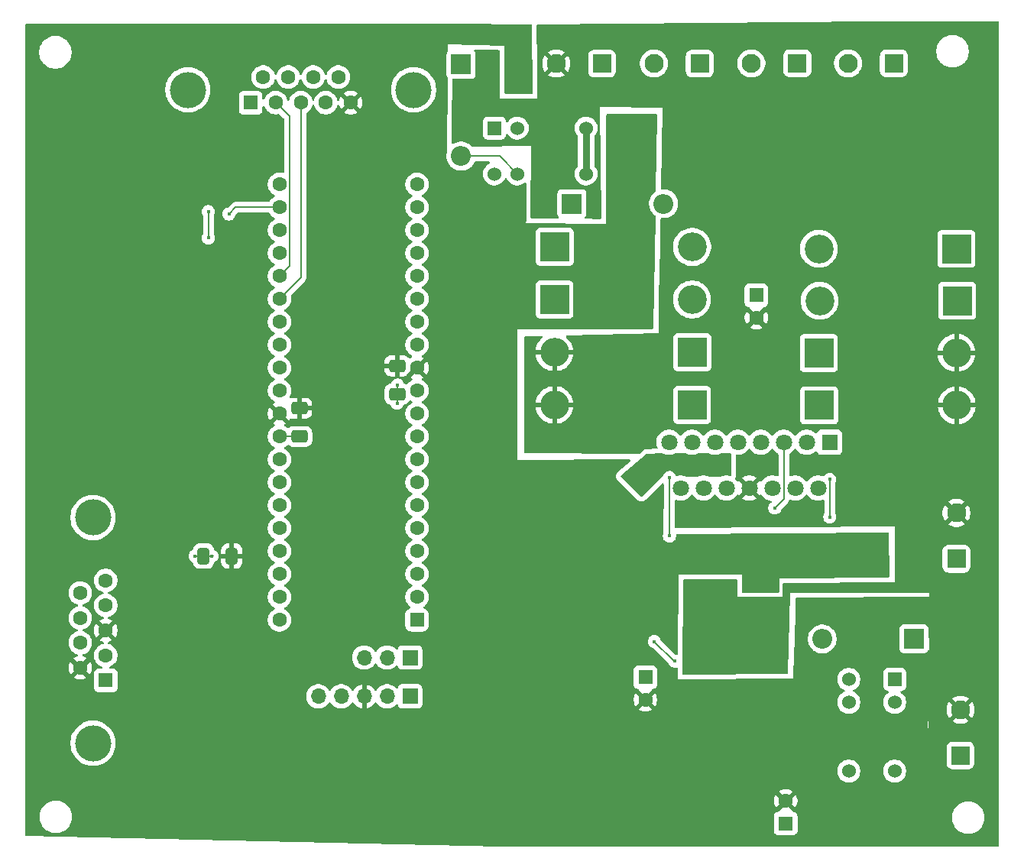
<source format=gbr>
%TF.GenerationSoftware,KiCad,Pcbnew,9.0.0*%
%TF.CreationDate,2025-04-23T13:11:14+02:00*%
%TF.ProjectId,DIMECRES_C_retrovisors,44494d45-4352-4455-935f-435f72657472,rev?*%
%TF.SameCoordinates,Original*%
%TF.FileFunction,Copper,L2,Bot*%
%TF.FilePolarity,Positive*%
%FSLAX46Y46*%
G04 Gerber Fmt 4.6, Leading zero omitted, Abs format (unit mm)*
G04 Created by KiCad (PCBNEW 9.0.0) date 2025-04-23 13:11:14*
%MOMM*%
%LPD*%
G01*
G04 APERTURE LIST*
G04 Aperture macros list*
%AMRoundRect*
0 Rectangle with rounded corners*
0 $1 Rounding radius*
0 $2 $3 $4 $5 $6 $7 $8 $9 X,Y pos of 4 corners*
0 Add a 4 corners polygon primitive as box body*
4,1,4,$2,$3,$4,$5,$6,$7,$8,$9,$2,$3,0*
0 Add four circle primitives for the rounded corners*
1,1,$1+$1,$2,$3*
1,1,$1+$1,$4,$5*
1,1,$1+$1,$6,$7*
1,1,$1+$1,$8,$9*
0 Add four rect primitives between the rounded corners*
20,1,$1+$1,$2,$3,$4,$5,0*
20,1,$1+$1,$4,$5,$6,$7,0*
20,1,$1+$1,$6,$7,$8,$9,0*
20,1,$1+$1,$8,$9,$2,$3,0*%
G04 Aperture macros list end*
%TA.AperFunction,ComponentPad*%
%ADD10R,3.200000X3.200000*%
%TD*%
%TA.AperFunction,ComponentPad*%
%ADD11O,3.200000X3.200000*%
%TD*%
%TA.AperFunction,ComponentPad*%
%ADD12R,1.600000X1.600000*%
%TD*%
%TA.AperFunction,ComponentPad*%
%ADD13C,1.600000*%
%TD*%
%TA.AperFunction,ComponentPad*%
%ADD14R,2.200000X2.200000*%
%TD*%
%TA.AperFunction,ComponentPad*%
%ADD15O,2.200000X2.200000*%
%TD*%
%TA.AperFunction,ComponentPad*%
%ADD16R,1.700000X1.700000*%
%TD*%
%TA.AperFunction,ComponentPad*%
%ADD17O,1.700000X1.700000*%
%TD*%
%TA.AperFunction,ComponentPad*%
%ADD18RoundRect,0.250001X0.799999X-0.799999X0.799999X0.799999X-0.799999X0.799999X-0.799999X-0.799999X0*%
%TD*%
%TA.AperFunction,ComponentPad*%
%ADD19C,2.100000*%
%TD*%
%TA.AperFunction,ComponentPad*%
%ADD20C,4.000000*%
%TD*%
%TA.AperFunction,ComponentPad*%
%ADD21RoundRect,0.250000X0.550000X0.550000X-0.550000X0.550000X-0.550000X-0.550000X0.550000X-0.550000X0*%
%TD*%
%TA.AperFunction,ComponentPad*%
%ADD22RoundRect,0.250001X0.799999X0.799999X-0.799999X0.799999X-0.799999X-0.799999X0.799999X-0.799999X0*%
%TD*%
%TA.AperFunction,ComponentPad*%
%ADD23R,1.524000X1.524000*%
%TD*%
%TA.AperFunction,ComponentPad*%
%ADD24C,1.524000*%
%TD*%
%TA.AperFunction,ComponentPad*%
%ADD25R,1.800000X1.800000*%
%TD*%
%TA.AperFunction,ComponentPad*%
%ADD26C,1.800000*%
%TD*%
%TA.AperFunction,SMDPad,CuDef*%
%ADD27RoundRect,0.250000X0.650000X-0.412500X0.650000X0.412500X-0.650000X0.412500X-0.650000X-0.412500X0*%
%TD*%
%TA.AperFunction,SMDPad,CuDef*%
%ADD28RoundRect,0.250000X-0.412500X-0.650000X0.412500X-0.650000X0.412500X0.650000X-0.412500X0.650000X0*%
%TD*%
%TA.AperFunction,ViaPad*%
%ADD29C,0.450000*%
%TD*%
%TA.AperFunction,Conductor*%
%ADD30C,0.200000*%
%TD*%
%TA.AperFunction,Conductor*%
%ADD31C,0.800000*%
%TD*%
%TA.AperFunction,Conductor*%
%ADD32C,0.160000*%
%TD*%
G04 APERTURE END LIST*
D10*
%TO.P,D8,1,K*%
%TO.N,Vbat*%
X189941200Y-80137000D03*
D11*
%TO.P,D8,2,A*%
%TO.N,/Motor1B*%
X174701200Y-80137000D03*
%TD*%
D10*
%TO.P,D7,1,K*%
%TO.N,Vbat*%
X189856200Y-74382400D03*
D11*
%TO.P,D7,2,A*%
%TO.N,/Motor1A*%
X174616200Y-74382400D03*
%TD*%
D12*
%TO.P,C1,1*%
%TO.N,Vbat*%
X170940000Y-138062380D03*
D13*
%TO.P,C1,2*%
%TO.N,GND*%
X170940000Y-135562380D03*
%TD*%
D14*
%TO.P,D5,1,K*%
%TO.N,Vcc*%
X134975600Y-53949600D03*
D15*
%TO.P,D5,2,A*%
%TO.N,/Tran_Int*%
X134975600Y-64109600D03*
%TD*%
D10*
%TO.P,D10,1,K*%
%TO.N,Vbat*%
X145338800Y-74168000D03*
D11*
%TO.P,D10,2,A*%
%TO.N,/Motor23B*%
X160578800Y-74168000D03*
%TD*%
D16*
%TO.P,J3,1,Pin_1*%
%TO.N,/prog*%
X129320800Y-123967000D03*
D17*
%TO.P,J3,2,Pin_2*%
%TO.N,Vcc*%
X126780800Y-123967000D03*
%TO.P,J3,3,Pin_3*%
%TO.N,GND*%
X124240800Y-123967000D03*
%TO.P,J3,4,Pin_4*%
%TO.N,PGD*%
X121700800Y-123967000D03*
%TO.P,J3,5,Pin_5*%
%TO.N,PGC*%
X119160800Y-123967000D03*
%TD*%
D10*
%TO.P,D11,1,K*%
%TO.N,/Motor1A*%
X174616200Y-85914000D03*
D11*
%TO.P,D11,2,A*%
%TO.N,GND*%
X189856200Y-85914000D03*
%TD*%
D14*
%TO.P,D3,1,K*%
%TO.N,Vcc*%
X185150000Y-117600000D03*
D15*
%TO.P,D3,2,A*%
%TO.N,/Tran_Cal*%
X174990000Y-117600000D03*
%TD*%
D14*
%TO.P,D6,1,K*%
%TO.N,Vcc*%
X147248400Y-69379000D03*
D15*
%TO.P,D6,2,A*%
%TO.N,/M_D*%
X157408400Y-69379000D03*
%TD*%
D18*
%TO.P,J7,1,Pin_1*%
%TO.N,/M_calen*%
X190310000Y-130530000D03*
D19*
%TO.P,J7,2,Pin_2*%
%TO.N,GND*%
X190310000Y-125450000D03*
%TD*%
D20*
%TO.P,J5,0*%
%TO.N,N/C*%
X129710000Y-56760000D03*
X104710000Y-56760000D03*
D12*
%TO.P,J5,1,1*%
%TO.N,unconnected-(J5-Pad1)*%
X111670000Y-58180000D03*
D13*
%TO.P,J5,2,2*%
%TO.N,Rx*%
X114440000Y-58180000D03*
%TO.P,J5,3,3*%
%TO.N,Tx*%
X117210000Y-58180000D03*
%TO.P,J5,4,4*%
%TO.N,unconnected-(J5-Pad4)*%
X119980000Y-58180000D03*
%TO.P,J5,5,5*%
%TO.N,GND*%
X122750000Y-58180000D03*
%TO.P,J5,6,6*%
%TO.N,unconnected-(J5-Pad6)*%
X113055000Y-55340000D03*
%TO.P,J5,7,7*%
%TO.N,unconnected-(J5-Pad7)*%
X115825000Y-55340000D03*
%TO.P,J5,8,8*%
%TO.N,unconnected-(J5-Pad8)*%
X118595000Y-55340000D03*
%TO.P,J5,9,9*%
%TO.N,unconnected-(J5-Pad9)*%
X121365000Y-55340000D03*
%TD*%
D10*
%TO.P,D9,1,K*%
%TO.N,Vbat*%
X145330000Y-79995800D03*
D11*
%TO.P,D9,2,A*%
%TO.N,/Motor23A*%
X160570000Y-79995800D03*
%TD*%
D21*
%TO.P,U7,1,~{MCLR}/VPP/RE3*%
%TO.N,MCLR*%
X130088800Y-115494800D03*
D13*
%TO.P,U7,2,RA0/AN0/CVref*%
%TO.N,FiCa_A*%
X130088800Y-112954800D03*
%TO.P,U7,3,RA1/AN1*%
%TO.N,FiCa_B*%
X130088800Y-110414800D03*
%TO.P,U7,4,RA2/AN2/Vref-*%
%TO.N,Calentador*%
X130088800Y-107874800D03*
%TO.P,U7,5,RA3/AN3/Vref+*%
%TO.N,IN1A*%
X130088800Y-105334800D03*
%TO.P,U7,6,RA4/TOCKI*%
%TO.N,EN1*%
X130088800Y-102794800D03*
%TO.P,U7,7,RA5/ANA4/~{SS}/HLVDIN*%
%TO.N,IN1B*%
X130088800Y-100254800D03*
%TO.P,U7,8,AN5/~{RD}/RE0*%
%TO.N,IN2{slash}3A*%
X130088800Y-97714800D03*
%TO.P,U7,9,C1OUT/AN6/~{WR}/RE1*%
%TO.N,EN2{slash}3*%
X130088800Y-95174800D03*
%TO.P,U7,10,C2OUT/AN7/~{CS}/RE2*%
%TO.N,IN2{slash}3B*%
X130088800Y-92634800D03*
%TO.P,U7,11,VDD*%
%TO.N,Vcc*%
X130088800Y-90094800D03*
%TO.P,U7,12,VSS*%
%TO.N,GND*%
X130088800Y-87554800D03*
%TO.P,U7,13,OSC1/CLKI/RA7*%
%TO.N,/OSC1*%
X130088800Y-85014800D03*
%TO.P,U7,14,OSC2/CLKO/RA6*%
%TO.N,/OSC2*%
X130088800Y-82474800D03*
%TO.P,U7,15,T13CKI/T1OSO/RC0*%
%TO.N,unconnected-(U7-T13CKI{slash}T1OSO{slash}RC0-Pad15)*%
X130088800Y-79934800D03*
%TO.P,U7,16,T1OSI/RC1*%
%TO.N,unconnected-(U7-T1OSI{slash}RC1-Pad16)*%
X130088800Y-77394800D03*
%TO.P,U7,17,CCP1/RC2*%
%TO.N,unconnected-(U7-CCP1{slash}RC2-Pad17)*%
X130088800Y-74854800D03*
%TO.P,U7,18,SCL/SCK/RC3*%
%TO.N,/S_SCL*%
X130088800Y-72314800D03*
%TO.P,U7,19,C1IN+/PSP0/RD0*%
%TO.N,Act_Rele_M2{slash}M3*%
X130088800Y-69774800D03*
%TO.P,U7,20,C1IN-/PSP1/RD1*%
%TO.N,Intermitente*%
X130088800Y-67234800D03*
%TO.P,U7,21,C2IN+/PSP2/RD2*%
%TO.N,/S_PROG*%
X114848800Y-67234800D03*
%TO.P,U7,22,C2IN-/PSP3/RD3*%
%TO.N,/S_INT*%
X114848800Y-69774800D03*
%TO.P,U7,23,SDA/SDI/RC4*%
%TO.N,/S_SDA*%
X114848800Y-72314800D03*
%TO.P,U7,24,SDO/RC5*%
%TO.N,B_Up*%
X114848800Y-74854800D03*
%TO.P,U7,25,CK/TX/RC6*%
%TO.N,Rx*%
X114848800Y-77394800D03*
%TO.P,U7,26,DT/RX/RC7*%
%TO.N,Tx*%
X114848800Y-79934800D03*
%TO.P,U7,27,P1A/ECCP1/PSP4/RD4*%
%TO.N,B_Right*%
X114848800Y-82474800D03*
%TO.P,U7,28,P1B/PSP5/RD5*%
%TO.N,B_Left*%
X114848800Y-85014800D03*
%TO.P,U7,29,P1C/PSP6/RD6*%
%TO.N,B_Down*%
X114848800Y-87554800D03*
%TO.P,U7,30,P1D/PSP7/RD7*%
%TO.N,B_Heat*%
X114848800Y-90094800D03*
%TO.P,U7,31,VSS*%
%TO.N,GND*%
X114848800Y-92634800D03*
%TO.P,U7,32,VDD*%
%TO.N,Vcc*%
X114848800Y-95174800D03*
%TO.P,U7,33,RB0/INT0/FLT0/AN10*%
%TO.N,B_Un{slash}Fold*%
X114848800Y-97714800D03*
%TO.P,U7,34,RB1/INT1/AN8*%
%TO.N,unconnected-(U7-RB1{slash}INT1{slash}AN8-Pad34)*%
X114848800Y-100254800D03*
%TO.P,U7,35,RB2/INT2/CANTX*%
%TO.N,CANTX*%
X114848800Y-102794800D03*
%TO.P,U7,36,RB3/CANRX*%
%TO.N,CANRX*%
X114848800Y-105334800D03*
%TO.P,U7,37,RB4/KBI0/AN9*%
%TO.N,unconnected-(U7-RB4{slash}KBI0{slash}AN9-Pad37)*%
X114848800Y-107874800D03*
%TO.P,U7,38,RB5/KBI1/PGM*%
%TO.N,AngleMort*%
X114848800Y-110414800D03*
%TO.P,U7,39,RB6/KBI2/PGC*%
%TO.N,PGC*%
X114848800Y-112954800D03*
%TO.P,U7,40,RB7/KBI3/PGD*%
%TO.N,PGD*%
X114848800Y-115494800D03*
%TD*%
D22*
%TO.P,J9,1,Pin_1*%
%TO.N,/Motor1A*%
X182925000Y-53825000D03*
D19*
%TO.P,J9,2,Pin_2*%
%TO.N,/Motor1B*%
X177845000Y-53825000D03*
%TD*%
D22*
%TO.P,J8,1,Pin_1*%
%TO.N,/Motor2A*%
X161425000Y-53850000D03*
D19*
%TO.P,J8,2,Pin_2*%
%TO.N,/Motor2B*%
X156345000Y-53850000D03*
%TD*%
D12*
%TO.P,C2,1*%
%TO.N,/V_6*%
X155390000Y-121840000D03*
D13*
%TO.P,C2,2*%
%TO.N,GND*%
X155390000Y-124340000D03*
%TD*%
D10*
%TO.P,D14,1,K*%
%TO.N,/Motor23B*%
X160578800Y-85837800D03*
D11*
%TO.P,D14,2,A*%
%TO.N,GND*%
X145338800Y-85837800D03*
%TD*%
D10*
%TO.P,D13,1,K*%
%TO.N,/Motor23A*%
X160570000Y-91679800D03*
D11*
%TO.P,D13,2,A*%
%TO.N,GND*%
X145330000Y-91679800D03*
%TD*%
D20*
%TO.P,J2,0*%
%TO.N,N/C*%
X94190000Y-104160000D03*
X94190000Y-129160000D03*
D12*
%TO.P,J2,1,1*%
%TO.N,unconnected-(J2-Pad1)*%
X95610000Y-122200000D03*
D13*
%TO.P,J2,2,2*%
%TO.N,/CAN-*%
X95610000Y-119430000D03*
%TO.P,J2,3,3*%
%TO.N,GND*%
X95610000Y-116660000D03*
%TO.P,J2,4,4*%
%TO.N,unconnected-(J2-Pad4)*%
X95610000Y-113890000D03*
%TO.P,J2,5,5*%
%TO.N,unconnected-(J2-Pad5)*%
X95610000Y-111120000D03*
%TO.P,J2,6,6*%
%TO.N,GND*%
X92770000Y-120815000D03*
%TO.P,J2,7,7*%
%TO.N,/CAN+*%
X92770000Y-118045000D03*
%TO.P,J2,8,8*%
%TO.N,unconnected-(J2-Pad8)*%
X92770000Y-115275000D03*
%TO.P,J2,9,9*%
%TO.N,Vbat*%
X92770000Y-112505000D03*
%TD*%
D16*
%TO.P,JP1,1,A*%
%TO.N,/prog*%
X129320800Y-119667000D03*
D17*
%TO.P,JP1,2,C*%
%TO.N,MCLR*%
X126780800Y-119667000D03*
%TO.P,JP1,3,B*%
%TO.N,MAN_MCLR*%
X124240800Y-119667000D03*
%TD*%
D23*
%TO.P,SW9,1*%
%TO.N,Vbat*%
X138665000Y-61000000D03*
D24*
%TO.P,SW9,2*%
%TO.N,unconnected-(SW9-Pad2)*%
X138665000Y-66080000D03*
%TO.P,SW9,3*%
%TO.N,Vcc*%
X141205000Y-61000000D03*
%TO.P,SW9,4*%
%TO.N,/Tran_Int*%
X141205000Y-66080000D03*
%TO.P,SW9,5*%
%TO.N,/M_Inter*%
X148825000Y-61000000D03*
%TO.P,SW9,6*%
X148825000Y-66080000D03*
%TD*%
D10*
%TO.P,D12,1,K*%
%TO.N,/Motor1B*%
X174650400Y-91719400D03*
D11*
%TO.P,D12,2,A*%
%TO.N,GND*%
X189890400Y-91719400D03*
%TD*%
D18*
%TO.P,J10,1,Pin_1*%
%TO.N,Vbat*%
X189860000Y-108720000D03*
D19*
%TO.P,J10,2,Pin_2*%
%TO.N,GND*%
X189860000Y-103640000D03*
%TD*%
D12*
%TO.P,C6,1*%
%TO.N,Vbat*%
X167690800Y-79516600D03*
D13*
%TO.P,C6,2*%
%TO.N,GND*%
X167690800Y-82016600D03*
%TD*%
D25*
%TO.P,U4,1,SENSE_A*%
%TO.N,SENSE_A*%
X175800000Y-95810000D03*
D26*
%TO.P,U4,2,OUT1*%
%TO.N,/Motor1A*%
X174530000Y-100890000D03*
%TO.P,U4,3,OUT2*%
%TO.N,/Motor1B*%
X173260000Y-95810000D03*
%TO.P,U4,4,Vs*%
%TO.N,Vbat*%
X171990000Y-100890000D03*
%TO.P,U4,5,IN1*%
%TO.N,IN1A*%
X170720000Y-95810000D03*
%TO.P,U4,6,EnA*%
%TO.N,EN1*%
X169450000Y-100890000D03*
%TO.P,U4,7,IN2*%
%TO.N,IN1B*%
X168180000Y-95810000D03*
%TO.P,U4,8,GND*%
%TO.N,GND*%
X166910000Y-100890000D03*
%TO.P,U4,9,Vss*%
%TO.N,Vcc*%
X165640000Y-95810000D03*
%TO.P,U4,10,IN3*%
%TO.N,IN2{slash}3A*%
X164370000Y-100890000D03*
%TO.P,U4,11,EnB*%
%TO.N,EN2{slash}3*%
X163100000Y-95810000D03*
%TO.P,U4,12,IN4*%
%TO.N,IN2{slash}3B*%
X161830000Y-100890000D03*
%TO.P,U4,13,OUT3*%
%TO.N,/Motor23A*%
X160560000Y-95810000D03*
%TO.P,U4,14,OUT4*%
%TO.N,/Motor23B*%
X159290000Y-100890000D03*
%TO.P,U4,15,SENSE_B*%
%TO.N,SENSE_B*%
X158020000Y-95810000D03*
%TD*%
D22*
%TO.P,J6,1,Pin_1*%
%TO.N,/M_Inter*%
X150600000Y-53850000D03*
D19*
%TO.P,J6,2,Pin_2*%
%TO.N,GND*%
X145520000Y-53850000D03*
%TD*%
D22*
%TO.P,J4,1,Pin_1*%
%TO.N,/Motor3A*%
X172225000Y-53825000D03*
D19*
%TO.P,J4,2,Pin_2*%
%TO.N,/Motor3B*%
X167145000Y-53825000D03*
%TD*%
D23*
%TO.P,SW8,1*%
%TO.N,Vbat*%
X183014700Y-122091400D03*
D24*
%TO.P,SW8,2*%
%TO.N,unconnected-(SW8-Pad2)*%
X177934700Y-122091400D03*
%TO.P,SW8,3*%
%TO.N,Vcc*%
X183014700Y-124631400D03*
%TO.P,SW8,4*%
%TO.N,/Tran_Cal*%
X177934700Y-124631400D03*
%TO.P,SW8,5*%
%TO.N,/M_calen*%
X183014700Y-132251400D03*
%TO.P,SW8,6*%
X177934700Y-132251400D03*
%TD*%
D27*
%TO.P,C14,1*%
%TO.N,Vcc*%
X117075000Y-95175000D03*
%TO.P,C14,2*%
%TO.N,GND*%
X117075000Y-92050000D03*
%TD*%
D28*
%TO.P,C10,1*%
%TO.N,Vcc*%
X106435000Y-108425000D03*
%TO.P,C10,2*%
%TO.N,GND*%
X109560000Y-108425000D03*
%TD*%
D27*
%TO.P,C9,1*%
%TO.N,Vcc*%
X127900000Y-90475000D03*
%TO.P,C9,2*%
%TO.N,GND*%
X127900000Y-87350000D03*
%TD*%
D29*
%TO.N,GND*%
X142150000Y-56230000D03*
X140220000Y-56230000D03*
X183130000Y-113980000D03*
X99820000Y-68720000D03*
X100890000Y-68710000D03*
X96417670Y-65832623D03*
X140106400Y-75742800D03*
X111060000Y-113220000D03*
X139090400Y-92049600D03*
X161910000Y-118850000D03*
X108310000Y-72100000D03*
X183100000Y-98200000D03*
X94050000Y-69114177D03*
X98707670Y-65842800D03*
X140970000Y-125040000D03*
X159639000Y-123952000D03*
X179856200Y-113971000D03*
X127965200Y-85750400D03*
X138633200Y-75184000D03*
X162255200Y-132994400D03*
X188940000Y-120243600D03*
X106180000Y-123610000D03*
X140970000Y-130120000D03*
X134416800Y-92151200D03*
X167132000Y-111900000D03*
X107797600Y-104840000D03*
X153162000Y-66610000D03*
X153160000Y-64740000D03*
X152696400Y-133290000D03*
X140258800Y-88798400D03*
X162255200Y-129570000D03*
X133096000Y-75082400D03*
X95520000Y-54340000D03*
X158421400Y-130715000D03*
X140106400Y-85293200D03*
X89830000Y-71440000D03*
X135930100Y-125850000D03*
X111060000Y-115000000D03*
X137010000Y-55280000D03*
X155646400Y-135890000D03*
X170180000Y-128910000D03*
X154880000Y-62630000D03*
X183100000Y-100700000D03*
X152650000Y-135990000D03*
X171958000Y-128910000D03*
X140360000Y-132080000D03*
X161544000Y-123952000D03*
X136670000Y-121620000D03*
X92110000Y-71450000D03*
X127914400Y-84124800D03*
X128016000Y-82296000D03*
X160140000Y-118850000D03*
X132334000Y-80772000D03*
X155596400Y-130790000D03*
X135180000Y-121615200D03*
X138120000Y-54360000D03*
X135720000Y-68975000D03*
X109090000Y-73020000D03*
X152871400Y-130715000D03*
X132334000Y-78638400D03*
X140258800Y-90068400D03*
X132232400Y-76962000D03*
X167300000Y-106970000D03*
X156260800Y-116484400D03*
X150774400Y-94670000D03*
X106180000Y-121740000D03*
X182900000Y-97000000D03*
X179050000Y-114909600D03*
X140258800Y-91440000D03*
X140157200Y-77470000D03*
X188945000Y-122529600D03*
X135077200Y-74980800D03*
X183120000Y-115910000D03*
X98787670Y-63843800D03*
X140055600Y-83515200D03*
X169570400Y-111900000D03*
X158346400Y-133190000D03*
X142000000Y-132080000D03*
X137380000Y-68970000D03*
X135930100Y-127890000D03*
X155646400Y-133140000D03*
X101047670Y-63847623D03*
X182900000Y-94600000D03*
X169510000Y-106970000D03*
X147320000Y-134620000D03*
X167910000Y-120570000D03*
X132080000Y-86614000D03*
X140208000Y-78587600D03*
X167335200Y-129570000D03*
X167309600Y-132994400D03*
X97140000Y-54340000D03*
X137464800Y-92049600D03*
X164490000Y-106910000D03*
X140157200Y-87731600D03*
X165700000Y-120570000D03*
X140208000Y-79705200D03*
X149850000Y-95850000D03*
X107800000Y-107290000D03*
X108300000Y-69760000D03*
X154880000Y-60350000D03*
X144907000Y-134620000D03*
X162260000Y-106910000D03*
X137007600Y-75133200D03*
X132080000Y-87985600D03*
X158441200Y-135990000D03*
%TO.N,Vcc*%
X154425000Y-100575000D03*
X107370000Y-108430000D03*
X127920000Y-89480000D03*
X153850000Y-100025000D03*
X127880000Y-91500000D03*
X164375000Y-97425000D03*
X164350000Y-98240000D03*
X105490000Y-108430000D03*
X164375000Y-99075000D03*
X153325000Y-99500000D03*
X155000000Y-101100000D03*
%TO.N,Vdd*%
X106970000Y-70260000D03*
X106970000Y-73180000D03*
%TO.N,SENSE_A*%
X175818800Y-104089200D03*
X175818800Y-99923600D03*
%TO.N,SENSE_B*%
X158060000Y-106200000D03*
X158058400Y-99729000D03*
%TO.N,FiCa_A*%
X156375500Y-117894500D03*
X158648400Y-120065800D03*
%TO.N,/S_INT*%
X109250000Y-70510000D03*
%TO.N,IN1A*%
X169740000Y-103100000D03*
%TD*%
D30*
%TO.N,Vcc*%
X114848800Y-95174800D02*
X117074800Y-95174800D01*
X128280200Y-90094800D02*
X127900000Y-90475000D01*
X105490000Y-108430000D02*
X107370000Y-108430000D01*
X107442000Y-108356400D02*
X107492800Y-108407200D01*
X127880000Y-91500000D02*
X127920000Y-91460000D01*
X117074800Y-95174800D02*
X117075000Y-95175000D01*
X127920000Y-91460000D02*
X127920000Y-89480000D01*
%TO.N,Vdd*%
X106970000Y-70260000D02*
X106970000Y-73180000D01*
%TO.N,Rx*%
X115949800Y-76293800D02*
X114848800Y-77394800D01*
X115949800Y-59689800D02*
X115949800Y-76293800D01*
X114440000Y-58180000D02*
X115949800Y-59689800D01*
%TO.N,Tx*%
X117210000Y-58180000D02*
X117210000Y-77573600D01*
X117210000Y-77573600D02*
X114848800Y-79934800D01*
D31*
%TO.N,/M_Inter*%
X148825000Y-66080000D02*
X148825000Y-61000000D01*
D30*
%TO.N,SENSE_A*%
X175818800Y-99923600D02*
X175818800Y-104089200D01*
%TO.N,SENSE_B*%
X158058400Y-99729000D02*
X158058400Y-105941600D01*
X158060000Y-105943200D02*
X158060000Y-106200000D01*
X158058400Y-105941600D02*
X158060000Y-105943200D01*
%TO.N,FiCa_A*%
X156375500Y-117894500D02*
X158546800Y-120065800D01*
X158546800Y-120065800D02*
X158648400Y-120065800D01*
D32*
%TO.N,/S_INT*%
X109985200Y-69774800D02*
X114848800Y-69774800D01*
X109250000Y-70510000D02*
X109985200Y-69774800D01*
D30*
%TO.N,IN1A*%
X170730000Y-102110000D02*
X169740000Y-103100000D01*
X170730000Y-95820000D02*
X170730000Y-102110000D01*
%TO.N,/Tran_Int*%
X134975600Y-64109600D02*
X139234600Y-64109600D01*
X139234600Y-64109600D02*
X141205000Y-66080000D01*
%TD*%
%TA.AperFunction,Conductor*%
%TO.N,Vcc*%
G36*
X164818495Y-97011607D02*
G01*
X164864637Y-97064074D01*
X164876198Y-97113883D01*
X164923344Y-99424026D01*
X164905032Y-99491453D01*
X164853172Y-99538276D01*
X164784231Y-99549628D01*
X164761053Y-99544487D01*
X164697953Y-99523985D01*
X164697954Y-99523985D01*
X164534654Y-99498121D01*
X164480222Y-99489500D01*
X164259778Y-99489500D01*
X164216232Y-99496397D01*
X164042045Y-99523985D01*
X163829221Y-99593135D01*
X163791490Y-99599203D01*
X162424564Y-99605658D01*
X162372389Y-99593265D01*
X162372099Y-99593966D01*
X162367743Y-99592161D01*
X162367695Y-99592150D01*
X162367604Y-99592103D01*
X162367600Y-99592102D01*
X162157953Y-99523985D01*
X162157954Y-99523985D01*
X161994654Y-99498121D01*
X161940222Y-99489500D01*
X161719778Y-99489500D01*
X161647201Y-99500995D01*
X161502047Y-99523985D01*
X161292394Y-99592104D01*
X161292393Y-99592104D01*
X161281200Y-99597808D01*
X161225493Y-99611321D01*
X159907887Y-99617542D01*
X159851008Y-99604028D01*
X159827612Y-99592107D01*
X159827603Y-99592103D01*
X159617952Y-99523985D01*
X159509086Y-99506742D01*
X159400222Y-99489500D01*
X159179778Y-99489500D01*
X159136232Y-99496397D01*
X158962045Y-99523985D01*
X158891882Y-99546782D01*
X158822040Y-99548777D01*
X158762208Y-99512696D01*
X158739004Y-99476303D01*
X158701332Y-99385353D01*
X158701325Y-99385340D01*
X158621932Y-99266521D01*
X158621929Y-99266517D01*
X158520882Y-99165470D01*
X158520878Y-99165467D01*
X158402059Y-99086074D01*
X158402050Y-99086069D01*
X158270020Y-99031381D01*
X158270014Y-99031379D01*
X158129857Y-99003500D01*
X158129855Y-99003500D01*
X157986945Y-99003500D01*
X157986943Y-99003500D01*
X157846785Y-99031379D01*
X157846779Y-99031381D01*
X157714749Y-99086069D01*
X157714740Y-99086074D01*
X157595921Y-99165467D01*
X157595917Y-99165470D01*
X157494870Y-99266517D01*
X157494867Y-99266521D01*
X157415474Y-99385340D01*
X157415469Y-99385349D01*
X157360780Y-99517381D01*
X157360778Y-99517389D01*
X157357448Y-99534128D01*
X157325061Y-99596038D01*
X157283310Y-99624483D01*
X157270000Y-99629999D01*
X155038239Y-101842520D01*
X154976771Y-101875739D01*
X154907102Y-101870453D01*
X154862700Y-101841581D01*
X152695244Y-99646337D01*
X152662150Y-99584802D01*
X152667579Y-99515143D01*
X152703626Y-99464352D01*
X155525783Y-97088801D01*
X155589748Y-97060690D01*
X155604721Y-97059671D01*
X157332135Y-97046969D01*
X157389341Y-97060482D01*
X157482388Y-97107893D01*
X157482396Y-97107896D01*
X157500823Y-97113883D01*
X157692049Y-97176015D01*
X157909778Y-97210500D01*
X157909779Y-97210500D01*
X158130221Y-97210500D01*
X158130222Y-97210500D01*
X158347951Y-97176015D01*
X158360384Y-97171975D01*
X158557598Y-97107898D01*
X158557600Y-97107896D01*
X158557606Y-97107895D01*
X158670781Y-97050228D01*
X158726150Y-97036719D01*
X159836005Y-97028558D01*
X159893207Y-97042070D01*
X160022394Y-97107895D01*
X160232049Y-97176015D01*
X160449778Y-97210500D01*
X160449779Y-97210500D01*
X160670221Y-97210500D01*
X160670222Y-97210500D01*
X160887951Y-97176015D01*
X161097600Y-97107897D01*
X161097601Y-97107897D01*
X161097603Y-97107895D01*
X161097606Y-97107895D01*
X161247971Y-97031279D01*
X161303341Y-97017769D01*
X162339872Y-97010148D01*
X162397071Y-97023658D01*
X162562394Y-97107895D01*
X162772049Y-97176015D01*
X162989778Y-97210500D01*
X162989779Y-97210500D01*
X163210221Y-97210500D01*
X163210222Y-97210500D01*
X163427951Y-97176015D01*
X163637606Y-97107895D01*
X163825157Y-97012331D01*
X163880537Y-96998819D01*
X164751315Y-96992416D01*
X164818495Y-97011607D01*
G37*
%TD.AperFunction*%
%TD*%
%TA.AperFunction,Conductor*%
%TO.N,GND*%
G36*
X133955849Y-49428407D02*
G01*
X142723695Y-49523194D01*
X142790515Y-49543602D01*
X142835697Y-49596898D01*
X142846346Y-49645964D01*
X142920152Y-57126377D01*
X142901130Y-57193607D01*
X142848780Y-57239881D01*
X142796158Y-57251600D01*
X139928884Y-57251600D01*
X139861845Y-57231915D01*
X139816090Y-57179111D01*
X139804890Y-57128804D01*
X139753736Y-51860202D01*
X139753735Y-51860201D01*
X133495904Y-51756768D01*
X133492844Y-52484976D01*
X133472878Y-52551932D01*
X133468113Y-52558764D01*
X133431805Y-52607265D01*
X133431802Y-52607271D01*
X133381508Y-52742117D01*
X133375101Y-52801716D01*
X133375100Y-52801735D01*
X133375100Y-55097470D01*
X133375101Y-55097476D01*
X133381508Y-55157083D01*
X133431802Y-55291928D01*
X133431806Y-55291935D01*
X133455867Y-55324076D01*
X133480285Y-55389540D01*
X133480600Y-55398908D01*
X133446064Y-63618577D01*
X133439996Y-63656373D01*
X133414510Y-63734811D01*
X133375100Y-63983638D01*
X133375100Y-64235561D01*
X133414510Y-64484385D01*
X133492360Y-64723983D01*
X133571013Y-64878347D01*
X133604763Y-64944585D01*
X133606732Y-64948448D01*
X133754801Y-65152249D01*
X133754805Y-65152254D01*
X133932945Y-65330394D01*
X133932950Y-65330398D01*
X134053946Y-65418306D01*
X134136755Y-65478470D01*
X134279784Y-65551347D01*
X134361216Y-65592839D01*
X134361218Y-65592839D01*
X134361221Y-65592841D01*
X134600815Y-65670690D01*
X134849638Y-65710100D01*
X134849639Y-65710100D01*
X135101561Y-65710100D01*
X135101562Y-65710100D01*
X135350385Y-65670690D01*
X135589979Y-65592841D01*
X135814445Y-65478470D01*
X136018256Y-65330393D01*
X136196393Y-65152256D01*
X136344470Y-64948445D01*
X136431415Y-64777804D01*
X136479389Y-64727009D01*
X136541900Y-64710100D01*
X138056187Y-64710100D01*
X138123226Y-64729785D01*
X138168981Y-64782589D01*
X138178925Y-64851747D01*
X138149900Y-64915303D01*
X138112482Y-64944585D01*
X138003305Y-65000213D01*
X137842533Y-65117021D01*
X137702021Y-65257533D01*
X137585213Y-65418305D01*
X137494994Y-65595367D01*
X137494993Y-65595370D01*
X137433587Y-65784362D01*
X137402500Y-65980639D01*
X137402500Y-66179360D01*
X137433587Y-66375637D01*
X137494993Y-66564629D01*
X137494994Y-66564632D01*
X137582096Y-66735576D01*
X137585213Y-66741694D01*
X137702019Y-66902464D01*
X137842536Y-67042981D01*
X138003306Y-67159787D01*
X138090149Y-67204035D01*
X138180367Y-67250005D01*
X138180370Y-67250006D01*
X138274866Y-67280709D01*
X138369364Y-67311413D01*
X138565639Y-67342500D01*
X138565640Y-67342500D01*
X138764360Y-67342500D01*
X138764361Y-67342500D01*
X138960636Y-67311413D01*
X139149632Y-67250005D01*
X139326694Y-67159787D01*
X139487464Y-67042981D01*
X139627981Y-66902464D01*
X139744787Y-66741694D01*
X139824515Y-66585218D01*
X139872490Y-66534423D01*
X139940311Y-66517628D01*
X140006446Y-66540165D01*
X140045484Y-66585218D01*
X140125213Y-66741694D01*
X140242019Y-66902464D01*
X140382536Y-67042981D01*
X140543306Y-67159787D01*
X140630149Y-67204035D01*
X140720367Y-67250005D01*
X140720370Y-67250006D01*
X140814866Y-67280709D01*
X140909364Y-67311413D01*
X141105639Y-67342500D01*
X141105640Y-67342500D01*
X141304360Y-67342500D01*
X141304361Y-67342500D01*
X141500636Y-67311413D01*
X141689632Y-67250005D01*
X141866694Y-67159787D01*
X142011259Y-67054754D01*
X142077061Y-67031276D01*
X142145115Y-67047101D01*
X142193810Y-67097207D01*
X142208139Y-67155823D01*
X142183489Y-71235500D01*
X142181747Y-71523817D01*
X151003531Y-71612478D01*
X151055240Y-59560888D01*
X151075212Y-59493936D01*
X151128212Y-59448408D01*
X151179205Y-59437422D01*
X156591591Y-59436032D01*
X156658635Y-59455699D01*
X156704403Y-59508492D01*
X156715600Y-59562386D01*
X156556164Y-67959014D01*
X156535210Y-68025668D01*
X156505072Y-68056977D01*
X156365750Y-68158202D01*
X156365741Y-68158209D01*
X156187605Y-68336345D01*
X156187601Y-68336350D01*
X156039532Y-68540151D01*
X155925160Y-68764616D01*
X155919243Y-68782828D01*
X155847310Y-69004215D01*
X155807900Y-69253038D01*
X155807900Y-69504962D01*
X155825657Y-69617074D01*
X155847310Y-69753785D01*
X155925160Y-69993383D01*
X155968955Y-70079334D01*
X156024599Y-70188542D01*
X156039532Y-70217848D01*
X156187601Y-70421649D01*
X156187605Y-70421654D01*
X156187607Y-70421656D01*
X156365744Y-70599793D01*
X156451793Y-70662311D01*
X156494457Y-70717638D01*
X156502884Y-70764981D01*
X156267893Y-83140785D01*
X156246939Y-83207439D01*
X156193276Y-83252183D01*
X156144327Y-83262430D01*
X141224000Y-83311999D01*
X141224000Y-97789999D01*
X141224000Y-97790000D01*
X153646249Y-97723515D01*
X153713391Y-97742840D01*
X153759428Y-97795399D01*
X153769742Y-97864503D01*
X153741057Y-97928213D01*
X153726764Y-97942379D01*
X152378091Y-99077626D01*
X152378090Y-99077627D01*
X152291399Y-99171778D01*
X152291398Y-99171780D01*
X152255342Y-99222584D01*
X152195088Y-99335470D01*
X152195087Y-99335472D01*
X152163607Y-99475860D01*
X152163606Y-99475870D01*
X152158178Y-99545518D01*
X152158178Y-99545544D01*
X152167527Y-99689105D01*
X152167528Y-99689109D01*
X152216951Y-99824238D01*
X152250044Y-99885770D01*
X152330774Y-99995055D01*
X152335532Y-100001496D01*
X154502988Y-102196740D01*
X154502998Y-102196748D01*
X154587137Y-102265368D01*
X154587138Y-102265369D01*
X154628992Y-102292584D01*
X154631539Y-102294240D01*
X154728400Y-102343312D01*
X154868858Y-102374504D01*
X154938527Y-102379790D01*
X154938527Y-102379789D01*
X154938528Y-102379790D01*
X154962452Y-102378183D01*
X155082081Y-102370148D01*
X155217106Y-102320452D01*
X155278574Y-102287233D01*
X155278576Y-102287231D01*
X155394131Y-102201507D01*
X157230258Y-100381206D01*
X157291721Y-100347991D01*
X157361390Y-100353277D01*
X157417142Y-100395390D01*
X157441275Y-100460959D01*
X157441546Y-100470661D01*
X157380398Y-105921588D01*
X157370968Y-105967647D01*
X157362382Y-105988375D01*
X157362379Y-105988385D01*
X157334500Y-106128542D01*
X157334500Y-106128545D01*
X157334500Y-106271455D01*
X157334500Y-106271457D01*
X157334499Y-106271457D01*
X157362379Y-106411614D01*
X157362381Y-106411620D01*
X157417069Y-106543650D01*
X157417074Y-106543659D01*
X157496467Y-106662478D01*
X157496470Y-106662482D01*
X157597517Y-106763529D01*
X157597521Y-106763532D01*
X157716340Y-106842925D01*
X157716346Y-106842928D01*
X157716347Y-106842929D01*
X157848380Y-106897619D01*
X157848384Y-106897619D01*
X157848385Y-106897620D01*
X157988542Y-106925500D01*
X157988545Y-106925500D01*
X158131457Y-106925500D01*
X158225751Y-106906742D01*
X158271620Y-106897619D01*
X158403653Y-106842929D01*
X158522479Y-106763532D01*
X158623532Y-106662479D01*
X158702929Y-106543653D01*
X158757619Y-106411620D01*
X158785500Y-106271455D01*
X158785500Y-106128545D01*
X158780125Y-106101524D01*
X158786351Y-106031934D01*
X158829213Y-105976756D01*
X158895103Y-105953510D01*
X158900824Y-105953336D01*
X182270665Y-105788373D01*
X182337838Y-105807584D01*
X182383965Y-105860064D01*
X182395536Y-105912009D01*
X182409487Y-110697687D01*
X182389998Y-110764783D01*
X182337328Y-110810692D01*
X182285976Y-110822047D01*
X170220000Y-110869561D01*
X170220000Y-112398000D01*
X170200315Y-112465039D01*
X170147511Y-112510794D01*
X170096000Y-112522000D01*
X166240000Y-112522000D01*
X166172961Y-112502315D01*
X166127206Y-112449511D01*
X166116000Y-112398000D01*
X166116000Y-110490000D01*
X166115999Y-110489999D01*
X159103725Y-110451272D01*
X159064783Y-110451057D01*
X159064782Y-110451057D01*
X158988819Y-119243778D01*
X158983099Y-119262651D01*
X158982313Y-119282360D01*
X158973174Y-119295404D01*
X158968556Y-119310645D01*
X158953540Y-119323430D01*
X158942224Y-119339584D01*
X158927484Y-119345616D01*
X158915359Y-119355942D01*
X158895813Y-119358580D01*
X158877561Y-119366051D01*
X158850009Y-119364762D01*
X158846117Y-119365288D01*
X158842295Y-119364643D01*
X158841431Y-119364483D01*
X158719855Y-119340300D01*
X158710539Y-119340300D01*
X158699368Y-119338236D01*
X158677919Y-119327386D01*
X158654858Y-119320615D01*
X158638546Y-119307470D01*
X158637021Y-119306699D01*
X158636510Y-119305829D01*
X158634216Y-119303981D01*
X157114616Y-117784381D01*
X157081131Y-117723058D01*
X157080691Y-117720951D01*
X157073119Y-117682880D01*
X157018429Y-117550847D01*
X157018428Y-117550846D01*
X157018425Y-117550840D01*
X156939032Y-117432021D01*
X156939029Y-117432017D01*
X156837982Y-117330970D01*
X156837978Y-117330967D01*
X156719159Y-117251574D01*
X156719150Y-117251569D01*
X156587120Y-117196881D01*
X156587114Y-117196879D01*
X156446957Y-117169000D01*
X156446955Y-117169000D01*
X156304045Y-117169000D01*
X156304043Y-117169000D01*
X156163885Y-117196879D01*
X156163879Y-117196881D01*
X156031849Y-117251569D01*
X156031840Y-117251574D01*
X155913021Y-117330967D01*
X155913017Y-117330970D01*
X155811970Y-117432017D01*
X155811967Y-117432021D01*
X155732574Y-117550840D01*
X155732569Y-117550849D01*
X155677881Y-117682879D01*
X155677879Y-117682885D01*
X155650000Y-117823042D01*
X155650000Y-117823045D01*
X155650000Y-117965955D01*
X155650000Y-117965957D01*
X155649999Y-117965957D01*
X155677879Y-118106114D01*
X155677881Y-118106120D01*
X155732569Y-118238150D01*
X155732574Y-118238159D01*
X155811967Y-118356978D01*
X155811970Y-118356982D01*
X155913017Y-118458029D01*
X155913021Y-118458032D01*
X156031840Y-118537425D01*
X156031846Y-118537428D01*
X156031847Y-118537429D01*
X156163880Y-118592119D01*
X156201891Y-118599679D01*
X156263802Y-118632064D01*
X156265381Y-118633616D01*
X157962751Y-120330986D01*
X157989630Y-120371213D01*
X158005467Y-120409446D01*
X158005472Y-120409455D01*
X158084864Y-120528274D01*
X158084870Y-120528282D01*
X158185917Y-120629329D01*
X158185921Y-120629332D01*
X158304740Y-120708725D01*
X158304746Y-120708728D01*
X158304747Y-120708729D01*
X158436780Y-120763419D01*
X158436784Y-120763419D01*
X158436785Y-120763420D01*
X158576942Y-120791300D01*
X158576945Y-120791300D01*
X158719856Y-120791300D01*
X158742818Y-120786732D01*
X158826386Y-120770109D01*
X158895976Y-120776336D01*
X158951154Y-120819198D01*
X158974399Y-120885088D01*
X158974572Y-120892797D01*
X158964294Y-122082451D01*
X158964295Y-122082450D01*
X158964295Y-122082452D01*
X171793829Y-122001510D01*
X171794101Y-121992039D01*
X176672200Y-121992039D01*
X176672200Y-122190760D01*
X176703287Y-122387037D01*
X176764693Y-122576029D01*
X176764694Y-122576032D01*
X176852054Y-122747483D01*
X176854913Y-122753094D01*
X176971719Y-122913864D01*
X177112236Y-123054381D01*
X177273006Y-123171187D01*
X177341040Y-123205852D01*
X177429480Y-123250915D01*
X177480276Y-123298890D01*
X177497071Y-123366711D01*
X177474533Y-123432846D01*
X177429480Y-123471885D01*
X177273005Y-123551613D01*
X177112233Y-123668421D01*
X176971721Y-123808933D01*
X176854913Y-123969705D01*
X176764694Y-124146767D01*
X176764693Y-124146770D01*
X176703287Y-124335762D01*
X176672200Y-124532039D01*
X176672200Y-124730760D01*
X176703287Y-124927037D01*
X176764693Y-125116029D01*
X176764694Y-125116032D01*
X176850405Y-125284246D01*
X176854913Y-125293094D01*
X176971719Y-125453864D01*
X177112236Y-125594381D01*
X177273006Y-125711187D01*
X177359849Y-125755435D01*
X177450067Y-125801405D01*
X177450070Y-125801406D01*
X177544566Y-125832109D01*
X177639064Y-125862813D01*
X177835339Y-125893900D01*
X177835340Y-125893900D01*
X178034060Y-125893900D01*
X178034061Y-125893900D01*
X178230336Y-125862813D01*
X178419332Y-125801405D01*
X178596394Y-125711187D01*
X178757164Y-125594381D01*
X178897681Y-125453864D01*
X179014487Y-125293094D01*
X179104705Y-125116032D01*
X179166113Y-124927036D01*
X179197200Y-124730761D01*
X179197200Y-124532039D01*
X179166113Y-124335764D01*
X179135409Y-124241266D01*
X179104706Y-124146770D01*
X179104705Y-124146767D01*
X179014486Y-123969705D01*
X178992904Y-123940000D01*
X178897681Y-123808936D01*
X178757164Y-123668419D01*
X178596394Y-123551613D01*
X178439918Y-123471884D01*
X178389123Y-123423910D01*
X178372328Y-123356089D01*
X178394865Y-123289954D01*
X178439918Y-123250915D01*
X178596394Y-123171187D01*
X178757164Y-123054381D01*
X178897681Y-122913864D01*
X179014487Y-122753094D01*
X179104705Y-122576032D01*
X179166113Y-122387036D01*
X179197200Y-122190761D01*
X179197200Y-121992039D01*
X179166113Y-121795764D01*
X179104705Y-121606768D01*
X179104705Y-121606767D01*
X179058735Y-121516549D01*
X179014487Y-121429706D01*
X178906835Y-121281535D01*
X181752200Y-121281535D01*
X181752200Y-122901270D01*
X181752201Y-122901276D01*
X181758608Y-122960883D01*
X181808902Y-123095728D01*
X181808906Y-123095735D01*
X181895152Y-123210944D01*
X181895155Y-123210947D01*
X182010364Y-123297193D01*
X182010371Y-123297197D01*
X182145217Y-123347491D01*
X182145216Y-123347491D01*
X182152144Y-123348235D01*
X182204827Y-123353900D01*
X182243501Y-123353899D01*
X182310538Y-123373582D01*
X182356294Y-123426385D01*
X182366239Y-123495543D01*
X182337216Y-123559099D01*
X182316387Y-123578216D01*
X182192242Y-123668414D01*
X182192233Y-123668421D01*
X182051721Y-123808933D01*
X181934913Y-123969705D01*
X181844694Y-124146767D01*
X181844693Y-124146770D01*
X181783287Y-124335762D01*
X181752200Y-124532039D01*
X181752200Y-124730760D01*
X181783287Y-124927037D01*
X181844693Y-125116029D01*
X181844694Y-125116032D01*
X181930405Y-125284246D01*
X181934913Y-125293094D01*
X182051719Y-125453864D01*
X182192236Y-125594381D01*
X182353006Y-125711187D01*
X182439849Y-125755435D01*
X182530067Y-125801405D01*
X182530070Y-125801406D01*
X182624566Y-125832109D01*
X182719064Y-125862813D01*
X182915339Y-125893900D01*
X182915340Y-125893900D01*
X183114060Y-125893900D01*
X183114061Y-125893900D01*
X183310336Y-125862813D01*
X183499332Y-125801405D01*
X183676394Y-125711187D01*
X183837164Y-125594381D01*
X183977681Y-125453864D01*
X184094487Y-125293094D01*
X184184705Y-125116032D01*
X184246113Y-124927036D01*
X184277200Y-124730761D01*
X184277200Y-124532039D01*
X184246113Y-124335764D01*
X184215409Y-124241266D01*
X184184706Y-124146770D01*
X184184705Y-124146767D01*
X184094486Y-123969705D01*
X184072904Y-123940000D01*
X183977681Y-123808936D01*
X183837164Y-123668419D01*
X183713010Y-123578216D01*
X183670346Y-123522887D01*
X183664367Y-123453274D01*
X183696973Y-123391479D01*
X183757812Y-123357121D01*
X183785896Y-123353899D01*
X183824572Y-123353899D01*
X183884183Y-123347491D01*
X184019031Y-123297196D01*
X184134246Y-123210946D01*
X184220496Y-123095731D01*
X184270791Y-122960883D01*
X184277200Y-122901273D01*
X184277199Y-121281528D01*
X184270791Y-121221917D01*
X184246826Y-121157664D01*
X184220497Y-121087071D01*
X184220493Y-121087064D01*
X184134247Y-120971855D01*
X184134244Y-120971852D01*
X184019035Y-120885606D01*
X184019028Y-120885602D01*
X183884182Y-120835308D01*
X183884183Y-120835308D01*
X183824583Y-120828901D01*
X183824581Y-120828900D01*
X183824573Y-120828900D01*
X183824564Y-120828900D01*
X182204829Y-120828900D01*
X182204823Y-120828901D01*
X182145216Y-120835308D01*
X182010371Y-120885602D01*
X182010364Y-120885606D01*
X181895155Y-120971852D01*
X181895152Y-120971855D01*
X181808906Y-121087064D01*
X181808902Y-121087071D01*
X181758608Y-121221917D01*
X181753553Y-121268939D01*
X181752201Y-121281523D01*
X181752200Y-121281535D01*
X178906835Y-121281535D01*
X178897681Y-121268936D01*
X178757164Y-121128419D01*
X178596394Y-121011613D01*
X178589289Y-121007993D01*
X178419332Y-120921394D01*
X178419329Y-120921393D01*
X178230337Y-120859987D01*
X178132198Y-120844443D01*
X178034061Y-120828900D01*
X177835339Y-120828900D01*
X177769914Y-120839262D01*
X177639062Y-120859987D01*
X177450070Y-120921393D01*
X177450067Y-120921394D01*
X177273005Y-121011613D01*
X177112233Y-121128421D01*
X176971721Y-121268933D01*
X176854913Y-121429705D01*
X176764694Y-121606767D01*
X176764693Y-121606770D01*
X176703287Y-121795762D01*
X176672200Y-121992039D01*
X171794101Y-121992039D01*
X171805159Y-121606770D01*
X171923770Y-117474038D01*
X173389500Y-117474038D01*
X173389500Y-117725962D01*
X173398753Y-117784381D01*
X173428910Y-117974785D01*
X173506760Y-118214383D01*
X173621132Y-118438848D01*
X173769201Y-118642649D01*
X173769205Y-118642654D01*
X173947345Y-118820794D01*
X173947350Y-118820798D01*
X174098723Y-118930776D01*
X174151155Y-118968870D01*
X174281995Y-119035536D01*
X174375616Y-119083239D01*
X174375618Y-119083239D01*
X174375621Y-119083241D01*
X174615215Y-119161090D01*
X174864038Y-119200500D01*
X174864039Y-119200500D01*
X175115961Y-119200500D01*
X175115962Y-119200500D01*
X175364785Y-119161090D01*
X175604379Y-119083241D01*
X175828845Y-118968870D01*
X176032656Y-118820793D01*
X176210793Y-118642656D01*
X176358870Y-118438845D01*
X176473241Y-118214379D01*
X176551090Y-117974785D01*
X176590500Y-117725962D01*
X176590500Y-117474038D01*
X176551090Y-117225215D01*
X176473241Y-116985621D01*
X176473239Y-116985618D01*
X176473239Y-116985616D01*
X176431747Y-116904184D01*
X176358870Y-116761155D01*
X176314453Y-116700020D01*
X176210798Y-116557350D01*
X176210794Y-116557345D01*
X176105584Y-116452135D01*
X183549500Y-116452135D01*
X183549500Y-118747870D01*
X183549501Y-118747876D01*
X183555908Y-118807483D01*
X183606202Y-118942328D01*
X183606206Y-118942335D01*
X183692452Y-119057544D01*
X183692455Y-119057547D01*
X183807664Y-119143793D01*
X183807671Y-119143797D01*
X183942517Y-119194091D01*
X183942516Y-119194091D01*
X183949444Y-119194835D01*
X184002127Y-119200500D01*
X186297872Y-119200499D01*
X186357483Y-119194091D01*
X186492331Y-119143796D01*
X186607546Y-119057546D01*
X186693796Y-118942331D01*
X186744091Y-118807483D01*
X186750500Y-118747873D01*
X186750499Y-116452128D01*
X186744091Y-116392517D01*
X186742140Y-116387287D01*
X186693797Y-116257671D01*
X186693793Y-116257664D01*
X186607547Y-116142455D01*
X186607544Y-116142452D01*
X186492335Y-116056206D01*
X186492328Y-116056202D01*
X186357482Y-116005908D01*
X186357483Y-116005908D01*
X186297883Y-115999501D01*
X186297881Y-115999500D01*
X186297873Y-115999500D01*
X186297864Y-115999500D01*
X184002129Y-115999500D01*
X184002123Y-115999501D01*
X183942516Y-116005908D01*
X183807671Y-116056202D01*
X183807664Y-116056206D01*
X183692455Y-116142452D01*
X183692452Y-116142455D01*
X183606206Y-116257664D01*
X183606202Y-116257671D01*
X183555908Y-116392517D01*
X183550553Y-116442331D01*
X183549501Y-116452123D01*
X183549500Y-116452135D01*
X176105584Y-116452135D01*
X176032654Y-116379205D01*
X176032649Y-116379201D01*
X175828848Y-116231132D01*
X175828847Y-116231131D01*
X175828845Y-116231130D01*
X175721451Y-116176410D01*
X175604383Y-116116760D01*
X175364785Y-116038910D01*
X175115962Y-115999500D01*
X174864038Y-115999500D01*
X174739626Y-116019205D01*
X174615214Y-116038910D01*
X174375616Y-116116760D01*
X174151151Y-116231132D01*
X173947350Y-116379201D01*
X173947345Y-116379205D01*
X173769205Y-116557345D01*
X173769201Y-116557350D01*
X173621132Y-116761151D01*
X173506760Y-116985616D01*
X173428910Y-117225214D01*
X173396155Y-117432021D01*
X173389500Y-117474038D01*
X171923770Y-117474038D01*
X171924012Y-117465609D01*
X172004891Y-114647586D01*
X172048855Y-113115755D01*
X172070455Y-113049308D01*
X172124550Y-113005087D01*
X172172376Y-112995314D01*
X186841142Y-112944755D01*
X186585721Y-140599500D01*
X139273350Y-140599500D01*
X139270616Y-140599470D01*
X86812966Y-139442412D01*
X86746377Y-139421254D01*
X86701797Y-139367454D01*
X86691700Y-139318442D01*
X86691700Y-137181995D01*
X88274500Y-137181995D01*
X88274500Y-137418004D01*
X88274501Y-137418020D01*
X88305306Y-137652010D01*
X88366394Y-137879993D01*
X88456714Y-138098045D01*
X88456719Y-138098056D01*
X88527677Y-138220957D01*
X88574727Y-138302450D01*
X88574729Y-138302453D01*
X88574730Y-138302454D01*
X88718406Y-138489697D01*
X88718412Y-138489704D01*
X88885295Y-138656587D01*
X88885301Y-138656592D01*
X89072550Y-138800273D01*
X89203918Y-138876118D01*
X89276943Y-138918280D01*
X89276948Y-138918282D01*
X89276951Y-138918284D01*
X89495007Y-139008606D01*
X89722986Y-139069693D01*
X89956989Y-139100500D01*
X89956996Y-139100500D01*
X90193004Y-139100500D01*
X90193011Y-139100500D01*
X90427014Y-139069693D01*
X90654993Y-139008606D01*
X90873049Y-138918284D01*
X91077450Y-138800273D01*
X91264699Y-138656592D01*
X91431592Y-138489699D01*
X91575273Y-138302450D01*
X91693284Y-138098049D01*
X91783606Y-137879993D01*
X91844693Y-137652014D01*
X91875500Y-137418011D01*
X91875500Y-137214515D01*
X169639500Y-137214515D01*
X169639500Y-138910250D01*
X169639501Y-138910256D01*
X169645908Y-138969863D01*
X169696202Y-139104708D01*
X169696206Y-139104715D01*
X169782452Y-139219924D01*
X169782455Y-139219927D01*
X169897664Y-139306173D01*
X169897671Y-139306177D01*
X170032517Y-139356471D01*
X170032516Y-139356471D01*
X170039444Y-139357215D01*
X170092127Y-139362880D01*
X171787872Y-139362879D01*
X171847483Y-139356471D01*
X171982331Y-139306176D01*
X172097546Y-139219926D01*
X172183796Y-139104711D01*
X172234091Y-138969863D01*
X172240500Y-138910253D01*
X172240499Y-137214508D01*
X172234091Y-137154897D01*
X172183796Y-137020049D01*
X172183795Y-137020048D01*
X172183793Y-137020044D01*
X172097547Y-136904835D01*
X172097544Y-136904832D01*
X171982335Y-136818586D01*
X171982328Y-136818582D01*
X171847482Y-136768288D01*
X171847483Y-136768288D01*
X171787883Y-136761881D01*
X171787881Y-136761880D01*
X171787873Y-136761880D01*
X171787864Y-136761880D01*
X171784548Y-136761702D01*
X171784632Y-136760122D01*
X171723579Y-136742195D01*
X171677824Y-136689391D01*
X171670173Y-136646105D01*
X170986447Y-135962380D01*
X170992661Y-135962380D01*
X171094394Y-135935121D01*
X171185606Y-135882460D01*
X171260080Y-135807986D01*
X171312741Y-135716774D01*
X171340000Y-135615041D01*
X171340000Y-135608828D01*
X172019474Y-136288302D01*
X172019474Y-136288301D01*
X172051859Y-136243729D01*
X172144755Y-136061411D01*
X172207990Y-135866797D01*
X172240000Y-135664697D01*
X172240000Y-135460062D01*
X172207990Y-135257962D01*
X172144755Y-135063348D01*
X172051859Y-134881030D01*
X172019474Y-134836457D01*
X172019474Y-134836456D01*
X171340000Y-135515931D01*
X171340000Y-135509719D01*
X171312741Y-135407986D01*
X171260080Y-135316774D01*
X171185606Y-135242300D01*
X171094394Y-135189639D01*
X170992661Y-135162380D01*
X170986446Y-135162380D01*
X171665922Y-134482904D01*
X171665921Y-134482903D01*
X171621359Y-134450527D01*
X171621350Y-134450521D01*
X171439031Y-134357624D01*
X171244417Y-134294389D01*
X171042317Y-134262380D01*
X170837683Y-134262380D01*
X170635582Y-134294389D01*
X170440968Y-134357624D01*
X170258644Y-134450523D01*
X170214077Y-134482903D01*
X170214077Y-134482904D01*
X170893554Y-135162380D01*
X170887339Y-135162380D01*
X170785606Y-135189639D01*
X170694394Y-135242300D01*
X170619920Y-135316774D01*
X170567259Y-135407986D01*
X170540000Y-135509719D01*
X170540000Y-135515933D01*
X169860524Y-134836457D01*
X169860523Y-134836457D01*
X169828143Y-134881024D01*
X169735244Y-135063348D01*
X169672009Y-135257962D01*
X169640000Y-135460062D01*
X169640000Y-135664697D01*
X169672009Y-135866797D01*
X169735244Y-136061411D01*
X169828141Y-136243730D01*
X169828147Y-136243739D01*
X169860523Y-136288301D01*
X169860524Y-136288302D01*
X170540000Y-135608826D01*
X170540000Y-135615041D01*
X170567259Y-135716774D01*
X170619920Y-135807986D01*
X170694394Y-135882460D01*
X170785606Y-135935121D01*
X170887339Y-135962380D01*
X170893553Y-135962380D01*
X170209067Y-136646863D01*
X170198633Y-136696530D01*
X170149581Y-136746286D01*
X170095365Y-136760380D01*
X170095423Y-136761479D01*
X170095429Y-136761526D01*
X170095426Y-136761526D01*
X170095436Y-136761704D01*
X170092123Y-136761881D01*
X170032516Y-136768288D01*
X169897671Y-136818582D01*
X169897664Y-136818586D01*
X169782455Y-136904832D01*
X169782452Y-136904835D01*
X169696206Y-137020044D01*
X169696202Y-137020051D01*
X169645908Y-137154897D01*
X169639501Y-137214496D01*
X169639501Y-137214503D01*
X169639500Y-137214515D01*
X91875500Y-137214515D01*
X91875500Y-137181989D01*
X91844693Y-136947986D01*
X91783606Y-136720007D01*
X91693284Y-136501951D01*
X91693282Y-136501948D01*
X91693280Y-136501943D01*
X91651118Y-136428918D01*
X91575273Y-136297550D01*
X91431592Y-136110301D01*
X91431587Y-136110295D01*
X91264704Y-135943412D01*
X91264697Y-135943406D01*
X91077454Y-135799730D01*
X91077453Y-135799729D01*
X91077450Y-135799727D01*
X90995957Y-135752677D01*
X90873056Y-135681719D01*
X90873045Y-135681714D01*
X90654991Y-135591393D01*
X90612071Y-135579893D01*
X90427014Y-135530307D01*
X90427013Y-135530306D01*
X90427010Y-135530306D01*
X90193020Y-135499501D01*
X90193017Y-135499500D01*
X90193011Y-135499500D01*
X89956989Y-135499500D01*
X89956983Y-135499500D01*
X89956979Y-135499501D01*
X89722989Y-135530306D01*
X89495006Y-135591394D01*
X89276954Y-135681714D01*
X89276943Y-135681719D01*
X89072545Y-135799730D01*
X88885302Y-135943406D01*
X88885295Y-135943412D01*
X88718412Y-136110295D01*
X88718406Y-136110302D01*
X88574730Y-136297545D01*
X88456719Y-136501943D01*
X88456714Y-136501954D01*
X88366394Y-136720006D01*
X88305306Y-136947989D01*
X88274501Y-137181979D01*
X88274500Y-137181995D01*
X86691700Y-137181995D01*
X86691700Y-132152039D01*
X176672200Y-132152039D01*
X176672200Y-132350760D01*
X176703287Y-132547037D01*
X176764693Y-132736029D01*
X176764694Y-132736032D01*
X176854913Y-132913094D01*
X176971719Y-133073864D01*
X177112236Y-133214381D01*
X177273006Y-133331187D01*
X177359849Y-133375435D01*
X177450067Y-133421405D01*
X177450070Y-133421406D01*
X177544566Y-133452109D01*
X177639064Y-133482813D01*
X177835339Y-133513900D01*
X177835340Y-133513900D01*
X178034060Y-133513900D01*
X178034061Y-133513900D01*
X178230336Y-133482813D01*
X178419332Y-133421405D01*
X178596394Y-133331187D01*
X178757164Y-133214381D01*
X178897681Y-133073864D01*
X179014487Y-132913094D01*
X179104705Y-132736032D01*
X179166113Y-132547036D01*
X179197200Y-132350761D01*
X179197200Y-132152039D01*
X181752200Y-132152039D01*
X181752200Y-132350760D01*
X181783287Y-132547037D01*
X181844693Y-132736029D01*
X181844694Y-132736032D01*
X181934913Y-132913094D01*
X182051719Y-133073864D01*
X182192236Y-133214381D01*
X182353006Y-133331187D01*
X182439849Y-133375435D01*
X182530067Y-133421405D01*
X182530070Y-133421406D01*
X182624566Y-133452109D01*
X182719064Y-133482813D01*
X182915339Y-133513900D01*
X182915340Y-133513900D01*
X183114060Y-133513900D01*
X183114061Y-133513900D01*
X183310336Y-133482813D01*
X183499332Y-133421405D01*
X183676394Y-133331187D01*
X183837164Y-133214381D01*
X183977681Y-133073864D01*
X184094487Y-132913094D01*
X184184705Y-132736032D01*
X184246113Y-132547036D01*
X184277200Y-132350761D01*
X184277200Y-132152039D01*
X184246113Y-131955764D01*
X184184705Y-131766768D01*
X184184705Y-131766767D01*
X184138735Y-131676549D01*
X184094487Y-131589706D01*
X183977681Y-131428936D01*
X183837164Y-131288419D01*
X183676394Y-131171613D01*
X183499332Y-131081394D01*
X183499329Y-131081393D01*
X183310337Y-131019987D01*
X183212198Y-131004443D01*
X183114061Y-130988900D01*
X182915339Y-130988900D01*
X182849914Y-130999262D01*
X182719062Y-131019987D01*
X182530070Y-131081393D01*
X182530067Y-131081394D01*
X182353005Y-131171613D01*
X182192233Y-131288421D01*
X182051721Y-131428933D01*
X181934913Y-131589705D01*
X181844694Y-131766767D01*
X181844693Y-131766770D01*
X181783287Y-131955762D01*
X181752200Y-132152039D01*
X179197200Y-132152039D01*
X179166113Y-131955764D01*
X179104705Y-131766768D01*
X179104705Y-131766767D01*
X179058735Y-131676549D01*
X179014487Y-131589706D01*
X178897681Y-131428936D01*
X178757164Y-131288419D01*
X178596394Y-131171613D01*
X178419332Y-131081394D01*
X178419329Y-131081393D01*
X178230337Y-131019987D01*
X178132198Y-131004443D01*
X178034061Y-130988900D01*
X177835339Y-130988900D01*
X177769914Y-130999262D01*
X177639062Y-131019987D01*
X177450070Y-131081393D01*
X177450067Y-131081394D01*
X177273005Y-131171613D01*
X177112233Y-131288421D01*
X176971721Y-131428933D01*
X176854913Y-131589705D01*
X176764694Y-131766767D01*
X176764693Y-131766770D01*
X176703287Y-131955762D01*
X176672200Y-132152039D01*
X86691700Y-132152039D01*
X86691700Y-129019568D01*
X91689500Y-129019568D01*
X91689500Y-129300431D01*
X91720942Y-129579494D01*
X91720945Y-129579512D01*
X91783439Y-129853317D01*
X91783443Y-129853329D01*
X91876200Y-130118411D01*
X91998053Y-130371442D01*
X91998055Y-130371445D01*
X92147477Y-130609248D01*
X92322584Y-130828825D01*
X92521175Y-131027416D01*
X92740752Y-131202523D01*
X92978555Y-131351945D01*
X93231592Y-131473801D01*
X93430680Y-131543465D01*
X93496670Y-131566556D01*
X93496682Y-131566560D01*
X93770491Y-131629055D01*
X93770497Y-131629055D01*
X93770505Y-131629057D01*
X93956547Y-131650018D01*
X94049569Y-131660499D01*
X94049572Y-131660500D01*
X94049575Y-131660500D01*
X94330428Y-131660500D01*
X94330429Y-131660499D01*
X94473055Y-131644429D01*
X94609494Y-131629057D01*
X94609499Y-131629056D01*
X94609509Y-131629055D01*
X94883318Y-131566560D01*
X95148408Y-131473801D01*
X95401445Y-131351945D01*
X95639248Y-131202523D01*
X95858825Y-131027416D01*
X96057416Y-130828825D01*
X96232523Y-130609248D01*
X96381945Y-130371445D01*
X96503801Y-130118408D01*
X96596560Y-129853318D01*
X96659055Y-129579509D01*
X96690500Y-129300425D01*
X96690500Y-129019575D01*
X96659055Y-128740491D01*
X96596560Y-128466682D01*
X96503801Y-128201592D01*
X96381945Y-127948555D01*
X96232523Y-127710752D01*
X96057416Y-127491175D01*
X95858825Y-127292584D01*
X95639248Y-127117477D01*
X95401445Y-126968055D01*
X95401442Y-126968053D01*
X95148411Y-126846200D01*
X94883329Y-126753443D01*
X94883317Y-126753439D01*
X94609512Y-126690945D01*
X94609494Y-126690942D01*
X94330431Y-126659500D01*
X94330425Y-126659500D01*
X94049575Y-126659500D01*
X94049568Y-126659500D01*
X93770505Y-126690942D01*
X93770487Y-126690945D01*
X93496682Y-126753439D01*
X93496670Y-126753443D01*
X93231588Y-126846200D01*
X92978557Y-126968053D01*
X92740753Y-127117476D01*
X92521175Y-127292583D01*
X92322583Y-127491175D01*
X92147476Y-127710753D01*
X91998053Y-127948557D01*
X91876200Y-128201588D01*
X91783443Y-128466670D01*
X91783439Y-128466682D01*
X91720945Y-128740487D01*
X91720942Y-128740505D01*
X91689500Y-129019568D01*
X86691700Y-129019568D01*
X86691700Y-123860713D01*
X117810300Y-123860713D01*
X117810300Y-124073287D01*
X117843554Y-124283243D01*
X117879106Y-124392661D01*
X117909244Y-124485414D01*
X118005751Y-124674820D01*
X118130690Y-124846786D01*
X118281013Y-124997109D01*
X118452979Y-125122048D01*
X118452981Y-125122049D01*
X118452984Y-125122051D01*
X118642388Y-125218557D01*
X118844557Y-125284246D01*
X119054513Y-125317500D01*
X119054514Y-125317500D01*
X119267086Y-125317500D01*
X119267087Y-125317500D01*
X119477043Y-125284246D01*
X119679212Y-125218557D01*
X119868616Y-125122051D01*
X119890589Y-125106086D01*
X120040586Y-124997109D01*
X120040588Y-124997106D01*
X120040592Y-124997104D01*
X120190904Y-124846792D01*
X120190906Y-124846788D01*
X120190909Y-124846786D01*
X120315848Y-124674820D01*
X120315847Y-124674820D01*
X120315851Y-124674816D01*
X120320314Y-124666054D01*
X120368288Y-124615259D01*
X120436108Y-124598463D01*
X120502244Y-124620999D01*
X120541286Y-124666056D01*
X120545751Y-124674820D01*
X120670690Y-124846786D01*
X120821013Y-124997109D01*
X120992979Y-125122048D01*
X120992981Y-125122049D01*
X120992984Y-125122051D01*
X121182388Y-125218557D01*
X121384557Y-125284246D01*
X121594513Y-125317500D01*
X121594514Y-125317500D01*
X121807086Y-125317500D01*
X121807087Y-125317500D01*
X122017043Y-125284246D01*
X122219212Y-125218557D01*
X122408616Y-125122051D01*
X122430589Y-125106086D01*
X122580586Y-124997109D01*
X122580588Y-124997106D01*
X122580592Y-124997104D01*
X122730904Y-124846792D01*
X122730906Y-124846788D01*
X122730909Y-124846786D01*
X122815205Y-124730761D01*
X122855851Y-124674816D01*
X122860593Y-124665508D01*
X122908563Y-124614711D01*
X122976383Y-124597911D01*
X123042519Y-124620445D01*
X123081563Y-124665500D01*
X123086177Y-124674555D01*
X123211072Y-124846459D01*
X123211076Y-124846464D01*
X123361335Y-124996723D01*
X123361340Y-124996727D01*
X123533242Y-125121620D01*
X123722582Y-125218095D01*
X123924671Y-125283757D01*
X123990800Y-125294231D01*
X123990800Y-124400012D01*
X124047807Y-124432925D01*
X124174974Y-124467000D01*
X124306626Y-124467000D01*
X124433793Y-124432925D01*
X124490800Y-124400012D01*
X124490800Y-125294230D01*
X124556926Y-125283757D01*
X124556929Y-125283757D01*
X124759017Y-125218095D01*
X124948357Y-125121620D01*
X125120259Y-124996727D01*
X125120264Y-124996723D01*
X125270523Y-124846464D01*
X125270527Y-124846459D01*
X125395420Y-124674558D01*
X125400032Y-124665507D01*
X125448005Y-124614709D01*
X125515825Y-124597912D01*
X125581961Y-124620447D01*
X125621004Y-124665504D01*
X125625749Y-124674817D01*
X125750690Y-124846786D01*
X125901013Y-124997109D01*
X126072979Y-125122048D01*
X126072981Y-125122049D01*
X126072984Y-125122051D01*
X126262388Y-125218557D01*
X126464557Y-125284246D01*
X126674513Y-125317500D01*
X126674514Y-125317500D01*
X126887086Y-125317500D01*
X126887087Y-125317500D01*
X127097043Y-125284246D01*
X127299212Y-125218557D01*
X127488616Y-125122051D01*
X127545941Y-125080402D01*
X127660584Y-124997110D01*
X127660584Y-124997109D01*
X127660592Y-124997104D01*
X127774129Y-124883566D01*
X127835448Y-124850084D01*
X127905140Y-124855068D01*
X127961074Y-124896939D01*
X127977989Y-124927917D01*
X128027002Y-125059328D01*
X128027006Y-125059335D01*
X128113252Y-125174544D01*
X128113255Y-125174547D01*
X128228464Y-125260793D01*
X128228471Y-125260797D01*
X128363317Y-125311091D01*
X128363316Y-125311091D01*
X128370244Y-125311835D01*
X128422927Y-125317500D01*
X130218672Y-125317499D01*
X130278283Y-125311091D01*
X130413131Y-125260796D01*
X130413131Y-125260795D01*
X130413133Y-125260795D01*
X130470738Y-125217671D01*
X130528346Y-125174546D01*
X130614596Y-125059331D01*
X130664891Y-124924483D01*
X130671300Y-124864873D01*
X130671299Y-123940000D01*
X130671299Y-123069129D01*
X130671298Y-123069123D01*
X130669713Y-123054381D01*
X130664891Y-123009517D01*
X130663610Y-123006083D01*
X130614597Y-122874671D01*
X130614593Y-122874664D01*
X130528347Y-122759455D01*
X130528344Y-122759452D01*
X130413135Y-122673206D01*
X130413128Y-122673202D01*
X130278282Y-122622908D01*
X130278283Y-122622908D01*
X130218683Y-122616501D01*
X130218681Y-122616500D01*
X130218673Y-122616500D01*
X130218664Y-122616500D01*
X128422929Y-122616500D01*
X128422923Y-122616501D01*
X128363316Y-122622908D01*
X128228471Y-122673202D01*
X128228464Y-122673206D01*
X128113255Y-122759452D01*
X128113252Y-122759455D01*
X128027006Y-122874664D01*
X128027003Y-122874669D01*
X127977989Y-123006083D01*
X127936117Y-123062016D01*
X127870653Y-123086433D01*
X127802380Y-123071581D01*
X127774126Y-123050430D01*
X127660586Y-122936890D01*
X127488620Y-122811951D01*
X127299214Y-122715444D01*
X127299213Y-122715443D01*
X127299212Y-122715443D01*
X127097043Y-122649754D01*
X127097041Y-122649753D01*
X127097040Y-122649753D01*
X126935757Y-122624208D01*
X126887087Y-122616500D01*
X126674513Y-122616500D01*
X126625842Y-122624208D01*
X126464560Y-122649753D01*
X126262385Y-122715444D01*
X126072979Y-122811951D01*
X125901013Y-122936890D01*
X125750690Y-123087213D01*
X125625749Y-123259182D01*
X125621002Y-123268499D01*
X125573027Y-123319293D01*
X125505205Y-123336087D01*
X125439071Y-123313548D01*
X125400034Y-123268495D01*
X125395422Y-123259444D01*
X125270527Y-123087540D01*
X125270523Y-123087535D01*
X125120264Y-122937276D01*
X125120259Y-122937272D01*
X124948357Y-122812379D01*
X124759015Y-122715903D01*
X124556924Y-122650241D01*
X124490800Y-122639768D01*
X124490800Y-123533988D01*
X124433793Y-123501075D01*
X124306626Y-123467000D01*
X124174974Y-123467000D01*
X124047807Y-123501075D01*
X123990800Y-123533988D01*
X123990800Y-122639768D01*
X123990799Y-122639768D01*
X123924675Y-122650241D01*
X123722584Y-122715903D01*
X123533242Y-122812379D01*
X123361340Y-122937272D01*
X123361335Y-122937276D01*
X123211076Y-123087535D01*
X123211072Y-123087540D01*
X123086178Y-123259443D01*
X123081562Y-123268502D01*
X123033584Y-123319295D01*
X122965763Y-123336087D01*
X122899629Y-123313546D01*
X122860594Y-123268493D01*
X122855851Y-123259184D01*
X122855849Y-123259181D01*
X122855848Y-123259179D01*
X122730909Y-123087213D01*
X122580586Y-122936890D01*
X122408620Y-122811951D01*
X122219214Y-122715444D01*
X122219213Y-122715443D01*
X122219212Y-122715443D01*
X122017043Y-122649754D01*
X122017041Y-122649753D01*
X122017040Y-122649753D01*
X121855757Y-122624208D01*
X121807087Y-122616500D01*
X121594513Y-122616500D01*
X121545842Y-122624208D01*
X121384560Y-122649753D01*
X121182385Y-122715444D01*
X120992979Y-122811951D01*
X120821013Y-122936890D01*
X120670690Y-123087213D01*
X120545749Y-123259182D01*
X120541284Y-123267946D01*
X120493309Y-123318742D01*
X120425488Y-123335536D01*
X120359353Y-123312998D01*
X120320316Y-123267946D01*
X120315850Y-123259182D01*
X120190909Y-123087213D01*
X120040586Y-122936890D01*
X119868620Y-122811951D01*
X119679214Y-122715444D01*
X119679213Y-122715443D01*
X119679212Y-122715443D01*
X119477043Y-122649754D01*
X119477041Y-122649753D01*
X119477040Y-122649753D01*
X119315757Y-122624208D01*
X119267087Y-122616500D01*
X119054513Y-122616500D01*
X119005842Y-122624208D01*
X118844560Y-122649753D01*
X118642385Y-122715444D01*
X118452979Y-122811951D01*
X118281013Y-122936890D01*
X118130690Y-123087213D01*
X118005751Y-123259179D01*
X117909244Y-123448585D01*
X117843553Y-123650760D01*
X117840756Y-123668421D01*
X117810300Y-123860713D01*
X86691700Y-123860713D01*
X86691700Y-112402648D01*
X91469500Y-112402648D01*
X91469500Y-112607351D01*
X91501522Y-112809534D01*
X91564781Y-113004223D01*
X91657715Y-113186613D01*
X91778028Y-113352213D01*
X91922786Y-113496971D01*
X92077749Y-113609556D01*
X92088390Y-113617287D01*
X92204607Y-113676503D01*
X92270776Y-113710218D01*
X92270778Y-113710218D01*
X92270781Y-113710220D01*
X92349956Y-113735945D01*
X92461131Y-113772069D01*
X92518806Y-113811507D01*
X92546004Y-113875866D01*
X92534089Y-113944712D01*
X92486845Y-113996188D01*
X92461131Y-114007931D01*
X92270776Y-114069781D01*
X92088386Y-114162715D01*
X91922786Y-114283028D01*
X91778028Y-114427786D01*
X91657715Y-114593386D01*
X91564781Y-114775776D01*
X91501522Y-114970465D01*
X91469500Y-115172648D01*
X91469500Y-115377351D01*
X91501522Y-115579534D01*
X91564781Y-115774223D01*
X91628691Y-115899653D01*
X91646231Y-115934076D01*
X91657715Y-115956613D01*
X91778028Y-116122213D01*
X91922786Y-116266971D01*
X92026075Y-116342013D01*
X92088390Y-116387287D01*
X92196420Y-116442331D01*
X92270776Y-116480218D01*
X92270778Y-116480218D01*
X92270781Y-116480220D01*
X92349956Y-116505945D01*
X92461131Y-116542069D01*
X92518806Y-116581507D01*
X92546004Y-116645866D01*
X92534089Y-116714712D01*
X92486845Y-116766188D01*
X92461131Y-116777931D01*
X92270776Y-116839781D01*
X92088386Y-116932715D01*
X91922786Y-117053028D01*
X91778028Y-117197786D01*
X91657715Y-117363386D01*
X91564781Y-117545776D01*
X91501522Y-117740465D01*
X91469500Y-117942648D01*
X91469500Y-118147351D01*
X91501522Y-118349534D01*
X91564781Y-118544223D01*
X91657715Y-118726613D01*
X91778028Y-118892213D01*
X91922786Y-119036971D01*
X92069817Y-119143793D01*
X92088390Y-119157287D01*
X92270781Y-119250220D01*
X92409843Y-119295404D01*
X92461938Y-119312331D01*
X92519614Y-119351769D01*
X92546812Y-119416127D01*
X92534897Y-119484974D01*
X92487653Y-119536449D01*
X92461939Y-119548193D01*
X92270968Y-119610244D01*
X92088644Y-119703143D01*
X92044077Y-119735523D01*
X92044077Y-119735524D01*
X92640591Y-120332037D01*
X92577007Y-120349075D01*
X92462993Y-120414901D01*
X92369901Y-120507993D01*
X92304075Y-120622007D01*
X92287037Y-120685590D01*
X91690524Y-120089077D01*
X91690523Y-120089077D01*
X91658143Y-120133644D01*
X91565244Y-120315968D01*
X91502009Y-120510582D01*
X91470000Y-120712682D01*
X91470000Y-120917317D01*
X91502009Y-121119417D01*
X91565244Y-121314031D01*
X91658141Y-121496350D01*
X91658147Y-121496359D01*
X91690523Y-121540921D01*
X91690524Y-121540922D01*
X92287037Y-120944409D01*
X92304075Y-121007993D01*
X92369901Y-121122007D01*
X92462993Y-121215099D01*
X92577007Y-121280925D01*
X92640590Y-121297962D01*
X92044076Y-121894474D01*
X92088650Y-121926859D01*
X92270968Y-122019755D01*
X92465582Y-122082990D01*
X92667683Y-122115000D01*
X92872317Y-122115000D01*
X93074417Y-122082990D01*
X93269031Y-122019755D01*
X93451349Y-121926859D01*
X93495921Y-121894474D01*
X92899409Y-121297962D01*
X92962993Y-121280925D01*
X93077007Y-121215099D01*
X93170099Y-121122007D01*
X93235925Y-121007993D01*
X93252962Y-120944409D01*
X93849474Y-121540921D01*
X93881859Y-121496349D01*
X93974755Y-121314031D01*
X94037990Y-121119417D01*
X94070000Y-120917317D01*
X94070000Y-120712682D01*
X94037990Y-120510582D01*
X93974755Y-120315968D01*
X93881859Y-120133650D01*
X93849474Y-120089077D01*
X93849474Y-120089076D01*
X93252962Y-120685589D01*
X93235925Y-120622007D01*
X93170099Y-120507993D01*
X93077007Y-120414901D01*
X92962993Y-120349075D01*
X92899408Y-120332037D01*
X93495922Y-119735524D01*
X93495921Y-119735523D01*
X93451359Y-119703147D01*
X93451350Y-119703141D01*
X93269031Y-119610244D01*
X93078060Y-119548193D01*
X93020385Y-119508755D01*
X92993187Y-119444396D01*
X93005102Y-119375550D01*
X93052347Y-119324074D01*
X93078061Y-119312331D01*
X93083250Y-119310645D01*
X93269219Y-119250220D01*
X93451610Y-119157287D01*
X93544590Y-119089732D01*
X93617213Y-119036971D01*
X93617215Y-119036968D01*
X93617219Y-119036966D01*
X93761966Y-118892219D01*
X93761968Y-118892215D01*
X93761971Y-118892213D01*
X93823530Y-118807483D01*
X93882287Y-118726610D01*
X93975220Y-118544219D01*
X94038477Y-118349534D01*
X94070500Y-118147352D01*
X94070500Y-117942648D01*
X94058163Y-117864755D01*
X94038477Y-117740465D01*
X94009127Y-117650137D01*
X93975220Y-117545781D01*
X93975218Y-117545778D01*
X93975218Y-117545776D01*
X93917254Y-117432017D01*
X93882287Y-117363390D01*
X93866274Y-117341350D01*
X93761971Y-117197786D01*
X93617213Y-117053028D01*
X93451613Y-116932715D01*
X93451612Y-116932714D01*
X93451610Y-116932713D01*
X93394653Y-116903691D01*
X93269223Y-116839781D01*
X93078868Y-116777931D01*
X93021193Y-116738493D01*
X92993995Y-116674134D01*
X93005910Y-116605288D01*
X93053154Y-116553812D01*
X93078868Y-116542069D01*
X93121508Y-116528213D01*
X93269219Y-116480220D01*
X93451610Y-116387287D01*
X93513925Y-116342013D01*
X93617213Y-116266971D01*
X93617215Y-116266968D01*
X93617219Y-116266966D01*
X93761966Y-116122219D01*
X93761968Y-116122215D01*
X93761971Y-116122213D01*
X93851125Y-115999501D01*
X93882287Y-115956610D01*
X93975220Y-115774219D01*
X94038477Y-115579534D01*
X94070500Y-115377352D01*
X94070500Y-115172648D01*
X94069934Y-115169074D01*
X94038477Y-114970465D01*
X93987375Y-114813190D01*
X93975220Y-114775781D01*
X93975218Y-114775778D01*
X93975218Y-114775776D01*
X93909901Y-114647586D01*
X93882287Y-114593390D01*
X93816495Y-114502834D01*
X93761971Y-114427786D01*
X93617213Y-114283028D01*
X93451613Y-114162715D01*
X93451612Y-114162714D01*
X93451610Y-114162713D01*
X93356624Y-114114315D01*
X93269223Y-114069781D01*
X93078868Y-114007931D01*
X93021193Y-113968493D01*
X92993995Y-113904134D01*
X93005910Y-113835288D01*
X93053154Y-113783812D01*
X93078868Y-113772069D01*
X93121508Y-113758213D01*
X93269219Y-113710220D01*
X93451610Y-113617287D01*
X93544590Y-113549732D01*
X93617213Y-113496971D01*
X93617215Y-113496968D01*
X93617219Y-113496966D01*
X93761966Y-113352219D01*
X93761968Y-113352215D01*
X93761971Y-113352213D01*
X93829450Y-113259334D01*
X93882287Y-113186610D01*
X93975220Y-113004219D01*
X94038477Y-112809534D01*
X94070500Y-112607352D01*
X94070500Y-112402648D01*
X94069764Y-112398000D01*
X94038477Y-112200465D01*
X93975218Y-112005776D01*
X93941503Y-111939607D01*
X93882287Y-111823390D01*
X93861868Y-111795285D01*
X93761971Y-111657786D01*
X93617213Y-111513028D01*
X93451613Y-111392715D01*
X93451612Y-111392714D01*
X93451610Y-111392713D01*
X93394653Y-111363691D01*
X93269223Y-111299781D01*
X93074534Y-111236522D01*
X92899995Y-111208878D01*
X92872352Y-111204500D01*
X92667648Y-111204500D01*
X92643329Y-111208351D01*
X92465465Y-111236522D01*
X92270776Y-111299781D01*
X92088386Y-111392715D01*
X91922786Y-111513028D01*
X91778028Y-111657786D01*
X91657715Y-111823386D01*
X91564781Y-112005776D01*
X91501522Y-112200465D01*
X91469500Y-112402648D01*
X86691700Y-112402648D01*
X86691700Y-111017648D01*
X94309500Y-111017648D01*
X94309500Y-111222351D01*
X94341522Y-111424534D01*
X94404781Y-111619223D01*
X94437419Y-111683277D01*
X94494490Y-111795285D01*
X94497715Y-111801613D01*
X94618028Y-111967213D01*
X94762786Y-112111971D01*
X94917749Y-112224556D01*
X94928390Y-112232287D01*
X95008659Y-112273186D01*
X95110776Y-112325218D01*
X95110778Y-112325218D01*
X95110781Y-112325220D01*
X95189956Y-112350945D01*
X95301131Y-112387069D01*
X95358806Y-112426507D01*
X95386004Y-112490866D01*
X95374089Y-112559712D01*
X95326845Y-112611188D01*
X95301131Y-112622931D01*
X95110776Y-112684781D01*
X94928386Y-112777715D01*
X94762786Y-112898028D01*
X94618028Y-113042786D01*
X94497715Y-113208386D01*
X94404781Y-113390776D01*
X94341522Y-113585465D01*
X94309500Y-113787648D01*
X94309500Y-113992351D01*
X94341522Y-114194534D01*
X94404781Y-114389223D01*
X94497715Y-114571613D01*
X94618028Y-114737213D01*
X94762786Y-114881971D01*
X94917749Y-114994556D01*
X94928390Y-115002287D01*
X95110781Y-115095220D01*
X95256807Y-115142666D01*
X95301938Y-115157331D01*
X95359614Y-115196769D01*
X95386812Y-115261127D01*
X95374897Y-115329974D01*
X95327653Y-115381449D01*
X95301939Y-115393193D01*
X95110968Y-115455244D01*
X94928644Y-115548143D01*
X94884077Y-115580523D01*
X94884077Y-115580524D01*
X95480591Y-116177037D01*
X95417007Y-116194075D01*
X95302993Y-116259901D01*
X95209901Y-116352993D01*
X95144075Y-116467007D01*
X95127037Y-116530590D01*
X94530524Y-115934077D01*
X94530523Y-115934077D01*
X94498143Y-115978644D01*
X94405244Y-116160968D01*
X94342009Y-116355582D01*
X94310000Y-116557682D01*
X94310000Y-116762317D01*
X94342009Y-116964417D01*
X94405244Y-117159031D01*
X94498141Y-117341350D01*
X94498147Y-117341359D01*
X94530523Y-117385921D01*
X94530524Y-117385922D01*
X95127037Y-116789408D01*
X95144075Y-116852993D01*
X95209901Y-116967007D01*
X95302993Y-117060099D01*
X95417007Y-117125925D01*
X95480590Y-117142962D01*
X94884076Y-117739474D01*
X94928650Y-117771859D01*
X95110968Y-117864755D01*
X95301939Y-117926806D01*
X95359614Y-117966244D01*
X95386812Y-118030603D01*
X95374897Y-118099449D01*
X95327653Y-118150925D01*
X95301939Y-118162668D01*
X95110776Y-118224781D01*
X94928386Y-118317715D01*
X94762786Y-118438028D01*
X94618028Y-118582786D01*
X94497715Y-118748386D01*
X94404781Y-118930776D01*
X94341522Y-119125465D01*
X94309500Y-119327648D01*
X94309500Y-119532351D01*
X94341522Y-119734534D01*
X94404781Y-119929223D01*
X94437963Y-119994345D01*
X94486231Y-120089076D01*
X94497715Y-120111613D01*
X94618028Y-120277213D01*
X94762786Y-120421971D01*
X94909109Y-120528279D01*
X94928390Y-120542287D01*
X95110781Y-120635220D01*
X95179567Y-120657570D01*
X95237241Y-120697006D01*
X95264440Y-120761365D01*
X95252526Y-120830211D01*
X95205282Y-120881687D01*
X95141248Y-120899500D01*
X94762130Y-120899500D01*
X94762123Y-120899501D01*
X94702516Y-120905908D01*
X94567671Y-120956202D01*
X94567664Y-120956206D01*
X94452455Y-121042452D01*
X94452452Y-121042455D01*
X94366206Y-121157664D01*
X94366202Y-121157671D01*
X94315908Y-121292517D01*
X94309611Y-121351090D01*
X94309501Y-121352123D01*
X94309500Y-121352135D01*
X94309500Y-123047870D01*
X94309501Y-123047876D01*
X94315908Y-123107483D01*
X94366202Y-123242328D01*
X94366206Y-123242335D01*
X94452452Y-123357544D01*
X94452455Y-123357547D01*
X94567664Y-123443793D01*
X94567671Y-123443797D01*
X94702517Y-123494091D01*
X94702516Y-123494091D01*
X94709444Y-123494835D01*
X94762127Y-123500500D01*
X96457872Y-123500499D01*
X96517483Y-123494091D01*
X96652331Y-123443796D01*
X96767546Y-123357546D01*
X96853796Y-123242331D01*
X96904091Y-123107483D01*
X96910500Y-123047873D01*
X96910499Y-121352128D01*
X96904091Y-121292517D01*
X96899992Y-121281528D01*
X96853797Y-121157671D01*
X96853793Y-121157664D01*
X96767547Y-121042455D01*
X96767544Y-121042452D01*
X96652335Y-120956206D01*
X96652328Y-120956202D01*
X96517482Y-120905908D01*
X96517483Y-120905908D01*
X96457883Y-120899501D01*
X96457881Y-120899500D01*
X96457873Y-120899500D01*
X96457865Y-120899500D01*
X96078753Y-120899500D01*
X96011714Y-120879815D01*
X95965959Y-120827011D01*
X95956015Y-120757853D01*
X95985040Y-120694297D01*
X96040434Y-120657569D01*
X96109219Y-120635220D01*
X96291610Y-120542287D01*
X96402879Y-120461446D01*
X96457213Y-120421971D01*
X96457215Y-120421968D01*
X96457219Y-120421966D01*
X96601966Y-120277219D01*
X96601968Y-120277215D01*
X96601971Y-120277213D01*
X96668667Y-120185412D01*
X96722287Y-120111610D01*
X96815220Y-119929219D01*
X96878477Y-119734534D01*
X96906008Y-119560713D01*
X122890300Y-119560713D01*
X122890300Y-119773287D01*
X122923554Y-119983243D01*
X122972424Y-120133650D01*
X122989244Y-120185414D01*
X123085751Y-120374820D01*
X123210690Y-120546786D01*
X123361013Y-120697109D01*
X123532979Y-120822048D01*
X123532981Y-120822049D01*
X123532984Y-120822051D01*
X123722388Y-120918557D01*
X123924557Y-120984246D01*
X124134513Y-121017500D01*
X124134514Y-121017500D01*
X124347086Y-121017500D01*
X124347087Y-121017500D01*
X124557043Y-120984246D01*
X124759212Y-120918557D01*
X124948616Y-120822051D01*
X124982182Y-120797664D01*
X125120586Y-120697109D01*
X125120588Y-120697106D01*
X125120592Y-120697104D01*
X125270904Y-120546792D01*
X125270906Y-120546788D01*
X125270909Y-120546786D01*
X125395848Y-120374820D01*
X125395847Y-120374820D01*
X125395851Y-120374816D01*
X125400314Y-120366054D01*
X125448288Y-120315259D01*
X125516108Y-120298463D01*
X125582244Y-120320999D01*
X125621286Y-120366056D01*
X125625751Y-120374820D01*
X125750690Y-120546786D01*
X125901013Y-120697109D01*
X126072979Y-120822048D01*
X126072981Y-120822049D01*
X126072984Y-120822051D01*
X126262388Y-120918557D01*
X126464557Y-120984246D01*
X126674513Y-121017500D01*
X126674514Y-121017500D01*
X126887086Y-121017500D01*
X126887087Y-121017500D01*
X127097043Y-120984246D01*
X127299212Y-120918557D01*
X127488616Y-120822051D01*
X127644590Y-120708730D01*
X127660584Y-120697110D01*
X127660584Y-120697109D01*
X127660592Y-120697104D01*
X127774129Y-120583566D01*
X127835448Y-120550084D01*
X127905140Y-120555068D01*
X127961074Y-120596939D01*
X127977989Y-120627917D01*
X128027002Y-120759327D01*
X128027006Y-120759335D01*
X128113252Y-120874544D01*
X128113255Y-120874547D01*
X128228464Y-120960793D01*
X128228471Y-120960797D01*
X128363317Y-121011091D01*
X128363316Y-121011091D01*
X128368172Y-121011613D01*
X128422927Y-121017500D01*
X130218672Y-121017499D01*
X130278283Y-121011091D01*
X130329107Y-120992135D01*
X154089500Y-120992135D01*
X154089500Y-122687870D01*
X154089501Y-122687876D01*
X154095908Y-122747483D01*
X154146202Y-122882328D01*
X154146206Y-122882335D01*
X154232452Y-122997544D01*
X154232455Y-122997547D01*
X154347664Y-123083793D01*
X154347671Y-123083797D01*
X154357707Y-123087540D01*
X154482517Y-123134091D01*
X154542127Y-123140500D01*
X154542153Y-123140499D01*
X154545453Y-123140678D01*
X154545365Y-123142308D01*
X154606238Y-123160067D01*
X154652084Y-123212791D01*
X154659804Y-123256251D01*
X155343554Y-123940000D01*
X155337339Y-123940000D01*
X155235606Y-123967259D01*
X155144394Y-124019920D01*
X155069920Y-124094394D01*
X155017259Y-124185606D01*
X154990000Y-124287339D01*
X154990000Y-124293553D01*
X154310524Y-123614077D01*
X154310523Y-123614077D01*
X154278143Y-123658644D01*
X154185244Y-123840968D01*
X154122009Y-124035582D01*
X154090000Y-124237682D01*
X154090000Y-124442317D01*
X154122009Y-124644417D01*
X154185244Y-124839031D01*
X154278141Y-125021350D01*
X154278147Y-125021359D01*
X154310523Y-125065921D01*
X154310524Y-125065922D01*
X154990000Y-124386446D01*
X154990000Y-124392661D01*
X155017259Y-124494394D01*
X155069920Y-124585606D01*
X155144394Y-124660080D01*
X155235606Y-124712741D01*
X155337339Y-124740000D01*
X155343553Y-124740000D01*
X154664076Y-125419474D01*
X154708650Y-125451859D01*
X154890968Y-125544755D01*
X155085582Y-125607990D01*
X155287683Y-125640000D01*
X155492317Y-125640000D01*
X155694417Y-125607990D01*
X155889031Y-125544755D01*
X156071349Y-125451859D01*
X156115921Y-125419474D01*
X155436447Y-124740000D01*
X155442661Y-124740000D01*
X155544394Y-124712741D01*
X155635606Y-124660080D01*
X155710080Y-124585606D01*
X155762741Y-124494394D01*
X155790000Y-124392661D01*
X155790000Y-124386447D01*
X156469474Y-125065921D01*
X156501859Y-125021349D01*
X156594755Y-124839031D01*
X156657990Y-124644417D01*
X156690000Y-124442317D01*
X156690000Y-124237682D01*
X156657990Y-124035582D01*
X156594755Y-123840968D01*
X156501859Y-123658650D01*
X156469474Y-123614077D01*
X156469474Y-123614076D01*
X155790000Y-124293551D01*
X155790000Y-124287339D01*
X155762741Y-124185606D01*
X155710080Y-124094394D01*
X155635606Y-124019920D01*
X155544394Y-123967259D01*
X155442661Y-123940000D01*
X155436446Y-123940000D01*
X156120931Y-123255515D01*
X156131364Y-123205852D01*
X156180415Y-123156094D01*
X156234637Y-123142048D01*
X156234576Y-123140900D01*
X156234571Y-123140854D01*
X156234573Y-123140853D01*
X156234564Y-123140676D01*
X156237857Y-123140499D01*
X156237872Y-123140499D01*
X156297483Y-123134091D01*
X156432331Y-123083796D01*
X156547546Y-122997546D01*
X156633796Y-122882331D01*
X156684091Y-122747483D01*
X156690500Y-122687873D01*
X156690499Y-120992128D01*
X156684091Y-120932517D01*
X156679942Y-120921394D01*
X156633797Y-120797671D01*
X156633793Y-120797664D01*
X156547547Y-120682455D01*
X156547544Y-120682452D01*
X156432335Y-120596206D01*
X156432328Y-120596202D01*
X156297482Y-120545908D01*
X156297483Y-120545908D01*
X156237883Y-120539501D01*
X156237881Y-120539500D01*
X156237873Y-120539500D01*
X156237864Y-120539500D01*
X154542129Y-120539500D01*
X154542123Y-120539501D01*
X154482516Y-120545908D01*
X154347671Y-120596202D01*
X154347664Y-120596206D01*
X154232455Y-120682452D01*
X154232452Y-120682455D01*
X154146206Y-120797664D01*
X154146202Y-120797671D01*
X154095908Y-120932517D01*
X154090347Y-120984246D01*
X154089501Y-120992123D01*
X154089500Y-120992135D01*
X130329107Y-120992135D01*
X130413131Y-120960796D01*
X130528346Y-120874546D01*
X130614596Y-120759331D01*
X130614596Y-120759329D01*
X130614598Y-120759327D01*
X130663082Y-120629332D01*
X130664891Y-120624483D01*
X130671300Y-120564873D01*
X130671299Y-118769128D01*
X130664891Y-118709517D01*
X130663610Y-118706083D01*
X130614597Y-118574671D01*
X130614593Y-118574664D01*
X130528347Y-118459455D01*
X130528344Y-118459452D01*
X130413135Y-118373206D01*
X130413128Y-118373202D01*
X130278282Y-118322908D01*
X130278283Y-118322908D01*
X130218683Y-118316501D01*
X130218681Y-118316500D01*
X130218673Y-118316500D01*
X130218664Y-118316500D01*
X128422929Y-118316500D01*
X128422923Y-118316501D01*
X128363316Y-118322908D01*
X128228471Y-118373202D01*
X128228464Y-118373206D01*
X128113255Y-118459452D01*
X128113252Y-118459455D01*
X128027006Y-118574664D01*
X128027003Y-118574669D01*
X127977989Y-118706083D01*
X127936117Y-118762016D01*
X127870653Y-118786433D01*
X127802380Y-118771581D01*
X127774126Y-118750430D01*
X127660586Y-118636890D01*
X127488620Y-118511951D01*
X127299214Y-118415444D01*
X127299213Y-118415443D01*
X127299212Y-118415443D01*
X127097043Y-118349754D01*
X127097041Y-118349753D01*
X127097040Y-118349753D01*
X126935757Y-118324208D01*
X126887087Y-118316500D01*
X126674513Y-118316500D01*
X126625842Y-118324208D01*
X126464560Y-118349753D01*
X126262385Y-118415444D01*
X126072979Y-118511951D01*
X125901013Y-118636890D01*
X125750690Y-118787213D01*
X125625749Y-118959182D01*
X125621284Y-118967946D01*
X125573309Y-119018742D01*
X125505488Y-119035536D01*
X125439353Y-119012998D01*
X125400316Y-118967946D01*
X125395850Y-118959182D01*
X125270909Y-118787213D01*
X125120586Y-118636890D01*
X124948620Y-118511951D01*
X124759214Y-118415444D01*
X124759213Y-118415443D01*
X124759212Y-118415443D01*
X124557043Y-118349754D01*
X124557041Y-118349753D01*
X124557040Y-118349753D01*
X124395757Y-118324208D01*
X124347087Y-118316500D01*
X124134513Y-118316500D01*
X124085842Y-118324208D01*
X123924560Y-118349753D01*
X123722385Y-118415444D01*
X123532979Y-118511951D01*
X123361013Y-118636890D01*
X123210690Y-118787213D01*
X123085751Y-118959179D01*
X122989244Y-119148585D01*
X122989243Y-119148587D01*
X122989243Y-119148588D01*
X122986417Y-119157287D01*
X122923553Y-119350760D01*
X122920794Y-119368181D01*
X122890300Y-119560713D01*
X96906008Y-119560713D01*
X96910500Y-119532352D01*
X96910500Y-119327648D01*
X96909386Y-119320615D01*
X96878477Y-119125465D01*
X96849127Y-119035137D01*
X96815220Y-118930781D01*
X96815218Y-118930778D01*
X96815218Y-118930776D01*
X96781503Y-118864607D01*
X96722287Y-118748390D01*
X96706463Y-118726610D01*
X96601971Y-118582786D01*
X96457213Y-118438028D01*
X96291613Y-118317715D01*
X96291612Y-118317714D01*
X96291610Y-118317713D01*
X96234653Y-118288691D01*
X96109223Y-118224781D01*
X95918060Y-118162668D01*
X95860385Y-118123230D01*
X95833187Y-118058871D01*
X95845102Y-117990025D01*
X95892346Y-117938549D01*
X95918061Y-117926806D01*
X96109029Y-117864755D01*
X96291349Y-117771859D01*
X96335921Y-117739474D01*
X95739409Y-117142962D01*
X95802993Y-117125925D01*
X95917007Y-117060099D01*
X96010099Y-116967007D01*
X96075925Y-116852993D01*
X96092962Y-116789409D01*
X96689474Y-117385921D01*
X96721859Y-117341349D01*
X96814755Y-117159031D01*
X96877990Y-116964417D01*
X96910000Y-116762317D01*
X96910000Y-116557682D01*
X96877990Y-116355582D01*
X96814755Y-116160968D01*
X96721859Y-115978650D01*
X96689474Y-115934077D01*
X96689474Y-115934076D01*
X96092962Y-116530589D01*
X96075925Y-116467007D01*
X96010099Y-116352993D01*
X95917007Y-116259901D01*
X95802993Y-116194075D01*
X95739408Y-116177037D01*
X96335922Y-115580524D01*
X96335921Y-115580523D01*
X96291359Y-115548147D01*
X96291350Y-115548141D01*
X96109031Y-115455244D01*
X95918060Y-115393193D01*
X95860385Y-115353755D01*
X95833187Y-115289396D01*
X95845102Y-115220550D01*
X95892347Y-115169074D01*
X95918061Y-115157331D01*
X96109219Y-115095220D01*
X96291610Y-115002287D01*
X96384590Y-114934732D01*
X96457213Y-114881971D01*
X96457215Y-114881968D01*
X96457219Y-114881966D01*
X96601966Y-114737219D01*
X96601968Y-114737215D01*
X96601971Y-114737213D01*
X96683157Y-114625468D01*
X96722287Y-114571610D01*
X96815220Y-114389219D01*
X96878477Y-114194534D01*
X96910500Y-113992352D01*
X96910500Y-113787648D01*
X96909892Y-113783812D01*
X96878477Y-113585465D01*
X96849127Y-113495137D01*
X96815220Y-113390781D01*
X96815218Y-113390778D01*
X96815218Y-113390776D01*
X96748244Y-113259334D01*
X96722287Y-113208390D01*
X96706463Y-113186610D01*
X96601971Y-113042786D01*
X96457213Y-112898028D01*
X96291613Y-112777715D01*
X96291612Y-112777714D01*
X96291610Y-112777713D01*
X96234653Y-112748691D01*
X96109223Y-112684781D01*
X95918868Y-112622931D01*
X95861193Y-112583493D01*
X95833995Y-112519134D01*
X95845910Y-112450288D01*
X95893154Y-112398812D01*
X95918868Y-112387069D01*
X95961508Y-112373213D01*
X96109219Y-112325220D01*
X96291610Y-112232287D01*
X96384590Y-112164732D01*
X96457213Y-112111971D01*
X96457215Y-112111968D01*
X96457219Y-112111966D01*
X96601966Y-111967219D01*
X96601968Y-111967215D01*
X96601971Y-111967213D01*
X96692569Y-111842513D01*
X96722287Y-111801610D01*
X96815220Y-111619219D01*
X96878477Y-111424534D01*
X96910500Y-111222352D01*
X96910500Y-111017648D01*
X96878477Y-110815466D01*
X96815220Y-110620781D01*
X96815218Y-110620778D01*
X96815218Y-110620776D01*
X96762418Y-110517152D01*
X96722287Y-110438390D01*
X96714556Y-110427749D01*
X96601971Y-110272786D01*
X96457213Y-110128028D01*
X96291613Y-110007715D01*
X96291612Y-110007714D01*
X96291610Y-110007713D01*
X96234653Y-109978691D01*
X96109223Y-109914781D01*
X95914534Y-109851522D01*
X95739995Y-109823878D01*
X95712352Y-109819500D01*
X95507648Y-109819500D01*
X95483329Y-109823351D01*
X95305465Y-109851522D01*
X95110776Y-109914781D01*
X94928386Y-110007715D01*
X94762786Y-110128028D01*
X94618028Y-110272786D01*
X94497715Y-110438386D01*
X94404781Y-110620776D01*
X94341522Y-110815465D01*
X94309500Y-111017648D01*
X86691700Y-111017648D01*
X86691700Y-108501457D01*
X104764499Y-108501457D01*
X104792379Y-108641614D01*
X104792381Y-108641620D01*
X104847069Y-108773650D01*
X104847074Y-108773659D01*
X104926467Y-108892478D01*
X104926470Y-108892482D01*
X105027517Y-108993529D01*
X105027521Y-108993532D01*
X105146340Y-109072925D01*
X105146344Y-109072927D01*
X105146347Y-109072929D01*
X105163466Y-109080020D01*
X105203614Y-109096650D01*
X105258017Y-109140491D01*
X105279519Y-109198608D01*
X105282501Y-109227797D01*
X105282501Y-109227799D01*
X105307259Y-109302513D01*
X105337686Y-109394334D01*
X105429788Y-109543656D01*
X105553844Y-109667712D01*
X105703166Y-109759814D01*
X105869703Y-109814999D01*
X105972491Y-109825500D01*
X106897508Y-109825499D01*
X106897516Y-109825498D01*
X106897519Y-109825498D01*
X106956235Y-109819500D01*
X107000297Y-109814999D01*
X107166834Y-109759814D01*
X107316156Y-109667712D01*
X107440212Y-109543656D01*
X107532314Y-109394334D01*
X107587499Y-109227797D01*
X107590923Y-109194282D01*
X107617319Y-109129591D01*
X107623437Y-109124986D01*
X108397501Y-109124986D01*
X108407994Y-109227697D01*
X108463141Y-109394119D01*
X108463143Y-109394124D01*
X108555184Y-109543345D01*
X108679154Y-109667315D01*
X108828375Y-109759356D01*
X108828380Y-109759358D01*
X108994802Y-109814505D01*
X108994809Y-109814506D01*
X109097519Y-109824999D01*
X109309999Y-109824999D01*
X109810000Y-109824999D01*
X110022472Y-109824999D01*
X110022486Y-109824998D01*
X110125197Y-109814505D01*
X110291619Y-109759358D01*
X110291624Y-109759356D01*
X110440845Y-109667315D01*
X110564815Y-109543345D01*
X110656856Y-109394124D01*
X110656858Y-109394119D01*
X110712005Y-109227697D01*
X110712006Y-109227690D01*
X110722499Y-109124986D01*
X110722500Y-109124973D01*
X110722500Y-108675000D01*
X109810000Y-108675000D01*
X109810000Y-109824999D01*
X109309999Y-109824999D01*
X109310000Y-109824998D01*
X109310000Y-108675000D01*
X108397501Y-108675000D01*
X108397501Y-109124986D01*
X107623437Y-109124986D01*
X107666829Y-109092324D01*
X107668995Y-109091426D01*
X107713653Y-109072929D01*
X107832479Y-108993532D01*
X107933532Y-108892479D01*
X108012929Y-108773653D01*
X108067619Y-108641620D01*
X108095500Y-108501455D01*
X108095500Y-108358545D01*
X108095499Y-108358542D01*
X108093300Y-108347484D01*
X108093300Y-108328143D01*
X108078366Y-108272408D01*
X108067619Y-108218380D01*
X108057056Y-108192881D01*
X108052377Y-108175415D01*
X108043335Y-108159755D01*
X108012929Y-108086347D01*
X108012924Y-108086340D01*
X107933532Y-107967520D01*
X107832482Y-107866470D01*
X107832478Y-107866467D01*
X107774761Y-107827901D01*
X107774751Y-107827895D01*
X107713653Y-107787071D01*
X107661531Y-107765481D01*
X107655483Y-107762147D01*
X107635540Y-107742043D01*
X107614407Y-107725013D01*
X108397500Y-107725013D01*
X108397500Y-108175000D01*
X109310000Y-108175000D01*
X109810000Y-108175000D01*
X110722499Y-108175000D01*
X110722499Y-107725028D01*
X110722498Y-107725013D01*
X110712005Y-107622302D01*
X110656858Y-107455880D01*
X110656856Y-107455875D01*
X110564815Y-107306654D01*
X110440845Y-107182684D01*
X110291624Y-107090643D01*
X110291619Y-107090641D01*
X110125197Y-107035494D01*
X110125190Y-107035493D01*
X110022486Y-107025000D01*
X109810000Y-107025000D01*
X109810000Y-108175000D01*
X109310000Y-108175000D01*
X109310000Y-107025000D01*
X109097529Y-107025000D01*
X109097512Y-107025001D01*
X108994802Y-107035494D01*
X108828380Y-107090641D01*
X108828375Y-107090643D01*
X108679154Y-107182684D01*
X108555184Y-107306654D01*
X108463143Y-107455875D01*
X108463141Y-107455880D01*
X108407994Y-107622302D01*
X108407993Y-107622309D01*
X108397500Y-107725013D01*
X107614407Y-107725013D01*
X107613490Y-107724274D01*
X107610859Y-107717163D01*
X107606277Y-107712544D01*
X107602363Y-107694197D01*
X107591989Y-107666157D01*
X107591547Y-107661833D01*
X107587499Y-107622203D01*
X107532314Y-107455666D01*
X107440212Y-107306344D01*
X107316156Y-107182288D01*
X107166834Y-107090186D01*
X107000297Y-107035001D01*
X107000295Y-107035000D01*
X106897510Y-107024500D01*
X105972498Y-107024500D01*
X105972480Y-107024501D01*
X105869703Y-107035000D01*
X105869700Y-107035001D01*
X105703168Y-107090185D01*
X105703163Y-107090187D01*
X105553842Y-107182289D01*
X105429789Y-107306342D01*
X105337687Y-107455663D01*
X105337685Y-107455668D01*
X105337615Y-107455880D01*
X105282502Y-107622202D01*
X105282501Y-107622204D01*
X105282500Y-107622205D01*
X105278452Y-107661833D01*
X105252055Y-107726525D01*
X105202548Y-107763790D01*
X105146355Y-107787066D01*
X105146340Y-107787074D01*
X105027521Y-107866467D01*
X105027517Y-107866470D01*
X104926470Y-107967517D01*
X104926467Y-107967521D01*
X104847074Y-108086340D01*
X104847069Y-108086349D01*
X104792381Y-108218379D01*
X104792379Y-108218385D01*
X104764500Y-108358542D01*
X104764500Y-108358544D01*
X104764500Y-108358545D01*
X104764500Y-108501455D01*
X104764500Y-108501457D01*
X104764499Y-108501457D01*
X86691700Y-108501457D01*
X86691700Y-104019568D01*
X91689500Y-104019568D01*
X91689500Y-104300431D01*
X91720942Y-104579494D01*
X91720945Y-104579512D01*
X91783439Y-104853317D01*
X91783443Y-104853329D01*
X91876200Y-105118411D01*
X91998053Y-105371442D01*
X91998055Y-105371445D01*
X92147477Y-105609248D01*
X92171470Y-105639334D01*
X92291982Y-105790452D01*
X92322584Y-105828825D01*
X92521175Y-106027416D01*
X92740752Y-106202523D01*
X92978555Y-106351945D01*
X93231592Y-106473801D01*
X93401788Y-106533355D01*
X93496670Y-106566556D01*
X93496682Y-106566560D01*
X93770491Y-106629055D01*
X93770497Y-106629055D01*
X93770505Y-106629057D01*
X93956547Y-106650018D01*
X94049569Y-106660499D01*
X94049572Y-106660500D01*
X94049575Y-106660500D01*
X94330428Y-106660500D01*
X94330429Y-106660499D01*
X94473055Y-106644429D01*
X94609494Y-106629057D01*
X94609499Y-106629056D01*
X94609509Y-106629055D01*
X94883318Y-106566560D01*
X95148408Y-106473801D01*
X95401445Y-106351945D01*
X95639248Y-106202523D01*
X95858825Y-106027416D01*
X96057416Y-105828825D01*
X96232523Y-105609248D01*
X96381945Y-105371445D01*
X96503801Y-105118408D01*
X96596560Y-104853318D01*
X96659055Y-104579509D01*
X96690500Y-104300425D01*
X96690500Y-104019575D01*
X96665492Y-103797619D01*
X96659057Y-103740505D01*
X96659054Y-103740487D01*
X96645715Y-103682047D01*
X96596560Y-103466682D01*
X96503801Y-103201592D01*
X96381945Y-102948555D01*
X96232523Y-102710752D01*
X96057416Y-102491175D01*
X95858825Y-102292584D01*
X95639248Y-102117477D01*
X95401445Y-101968055D01*
X95401442Y-101968053D01*
X95148411Y-101846200D01*
X94883329Y-101753443D01*
X94883317Y-101753439D01*
X94609512Y-101690945D01*
X94609494Y-101690942D01*
X94330431Y-101659500D01*
X94330425Y-101659500D01*
X94049575Y-101659500D01*
X94049568Y-101659500D01*
X93770505Y-101690942D01*
X93770487Y-101690945D01*
X93496682Y-101753439D01*
X93496670Y-101753443D01*
X93231588Y-101846200D01*
X92978557Y-101968053D01*
X92740753Y-102117476D01*
X92521175Y-102292583D01*
X92322583Y-102491175D01*
X92147476Y-102710753D01*
X91998053Y-102948557D01*
X91876200Y-103201588D01*
X91783443Y-103466670D01*
X91783439Y-103466682D01*
X91720945Y-103740487D01*
X91720942Y-103740505D01*
X91689500Y-104019568D01*
X86691700Y-104019568D01*
X86691700Y-70331457D01*
X106244499Y-70331457D01*
X106272379Y-70471614D01*
X106272381Y-70471620D01*
X106327071Y-70603653D01*
X106332253Y-70611409D01*
X106348601Y-70635874D01*
X106369480Y-70702551D01*
X106369500Y-70704766D01*
X106369500Y-72735232D01*
X106349815Y-72802271D01*
X106348603Y-72804122D01*
X106327070Y-72836348D01*
X106272381Y-72968379D01*
X106272379Y-72968385D01*
X106244500Y-73108542D01*
X106244500Y-73108545D01*
X106244500Y-73251455D01*
X106244500Y-73251457D01*
X106244499Y-73251457D01*
X106272379Y-73391614D01*
X106272381Y-73391620D01*
X106327069Y-73523650D01*
X106327074Y-73523659D01*
X106406467Y-73642478D01*
X106406470Y-73642482D01*
X106507517Y-73743529D01*
X106507521Y-73743532D01*
X106626340Y-73822925D01*
X106626346Y-73822928D01*
X106626347Y-73822929D01*
X106758380Y-73877619D01*
X106758384Y-73877619D01*
X106758385Y-73877620D01*
X106898542Y-73905500D01*
X106898545Y-73905500D01*
X107041457Y-73905500D01*
X107135751Y-73886742D01*
X107181620Y-73877619D01*
X107313653Y-73822929D01*
X107432479Y-73743532D01*
X107533532Y-73642479D01*
X107612929Y-73523653D01*
X107667619Y-73391620D01*
X107695500Y-73251455D01*
X107695500Y-73108545D01*
X107695500Y-73108542D01*
X107667620Y-72968385D01*
X107667619Y-72968384D01*
X107667619Y-72968380D01*
X107612929Y-72836347D01*
X107591396Y-72804121D01*
X107570520Y-72737444D01*
X107570500Y-72735232D01*
X107570500Y-70704766D01*
X107590185Y-70637727D01*
X107591399Y-70635874D01*
X107612929Y-70603653D01*
X107622123Y-70581457D01*
X108524499Y-70581457D01*
X108552379Y-70721614D01*
X108552381Y-70721620D01*
X108607069Y-70853650D01*
X108607074Y-70853659D01*
X108686467Y-70972478D01*
X108686470Y-70972482D01*
X108787517Y-71073529D01*
X108787521Y-71073532D01*
X108906340Y-71152925D01*
X108906346Y-71152928D01*
X108906347Y-71152929D01*
X109038380Y-71207619D01*
X109038384Y-71207619D01*
X109038385Y-71207620D01*
X109178542Y-71235500D01*
X109178545Y-71235500D01*
X109321457Y-71235500D01*
X109415751Y-71216742D01*
X109461620Y-71207619D01*
X109593653Y-71152929D01*
X109712479Y-71073532D01*
X109813532Y-70972479D01*
X109892929Y-70853653D01*
X109947619Y-70721620D01*
X109962203Y-70648298D01*
X109994585Y-70586391D01*
X109996021Y-70584928D01*
X110189333Y-70391616D01*
X110250656Y-70358134D01*
X110277013Y-70355300D01*
X113609007Y-70355300D01*
X113676046Y-70374985D01*
X113719491Y-70423004D01*
X113736513Y-70456411D01*
X113856828Y-70622013D01*
X114001586Y-70766771D01*
X114121180Y-70853659D01*
X114167190Y-70887087D01*
X114237273Y-70922796D01*
X114259880Y-70934315D01*
X114310676Y-70982290D01*
X114327471Y-71050111D01*
X114304934Y-71116246D01*
X114259880Y-71155285D01*
X114167186Y-71202515D01*
X114001586Y-71322828D01*
X113856828Y-71467586D01*
X113736515Y-71633186D01*
X113643581Y-71815576D01*
X113580322Y-72010265D01*
X113548300Y-72212448D01*
X113548300Y-72417151D01*
X113580322Y-72619334D01*
X113643581Y-72814023D01*
X113707491Y-72939453D01*
X113722230Y-72968379D01*
X113736515Y-72996413D01*
X113856828Y-73162013D01*
X114001586Y-73306771D01*
X114118365Y-73391614D01*
X114167190Y-73427087D01*
X114258640Y-73473683D01*
X114259880Y-73474315D01*
X114310676Y-73522290D01*
X114327471Y-73590111D01*
X114304934Y-73656246D01*
X114259880Y-73695285D01*
X114167186Y-73742515D01*
X114001586Y-73862828D01*
X113856828Y-74007586D01*
X113736515Y-74173186D01*
X113643581Y-74355576D01*
X113580322Y-74550265D01*
X113548300Y-74752448D01*
X113548300Y-74957151D01*
X113580322Y-75159334D01*
X113643581Y-75354023D01*
X113736515Y-75536413D01*
X113856828Y-75702013D01*
X114001586Y-75846771D01*
X114156549Y-75959356D01*
X114167190Y-75967087D01*
X114252055Y-76010328D01*
X114259880Y-76014315D01*
X114310676Y-76062290D01*
X114327471Y-76130111D01*
X114304934Y-76196246D01*
X114259880Y-76235285D01*
X114167186Y-76282515D01*
X114001586Y-76402828D01*
X113856828Y-76547586D01*
X113736515Y-76713186D01*
X113643581Y-76895576D01*
X113580322Y-77090265D01*
X113548300Y-77292448D01*
X113548300Y-77497151D01*
X113580322Y-77699334D01*
X113643581Y-77894023D01*
X113698856Y-78002505D01*
X113734490Y-78072440D01*
X113736515Y-78076413D01*
X113856828Y-78242013D01*
X114001586Y-78386771D01*
X114156549Y-78499356D01*
X114167190Y-78507087D01*
X114258640Y-78553683D01*
X114259880Y-78554315D01*
X114310676Y-78602290D01*
X114327471Y-78670111D01*
X114304934Y-78736246D01*
X114259880Y-78775285D01*
X114167186Y-78822515D01*
X114001586Y-78942828D01*
X113856828Y-79087586D01*
X113736515Y-79253186D01*
X113643581Y-79435576D01*
X113580322Y-79630265D01*
X113548300Y-79832448D01*
X113548300Y-80037151D01*
X113580322Y-80239334D01*
X113643581Y-80434023D01*
X113736515Y-80616413D01*
X113856828Y-80782013D01*
X114001586Y-80926771D01*
X114156549Y-81039356D01*
X114167190Y-81047087D01*
X114258640Y-81093683D01*
X114259880Y-81094315D01*
X114310676Y-81142290D01*
X114327471Y-81210111D01*
X114304934Y-81276246D01*
X114259880Y-81315285D01*
X114167186Y-81362515D01*
X114001586Y-81482828D01*
X113856828Y-81627586D01*
X113736515Y-81793186D01*
X113643581Y-81975576D01*
X113580322Y-82170265D01*
X113548300Y-82372448D01*
X113548300Y-82577151D01*
X113580322Y-82779334D01*
X113643581Y-82974023D01*
X113736515Y-83156413D01*
X113856828Y-83322013D01*
X114001586Y-83466771D01*
X114156549Y-83579356D01*
X114167190Y-83587087D01*
X114258640Y-83633683D01*
X114259880Y-83634315D01*
X114310676Y-83682290D01*
X114327471Y-83750111D01*
X114304934Y-83816246D01*
X114259880Y-83855285D01*
X114167186Y-83902515D01*
X114001586Y-84022828D01*
X113856828Y-84167586D01*
X113736515Y-84333186D01*
X113643581Y-84515576D01*
X113580322Y-84710265D01*
X113548300Y-84912448D01*
X113548300Y-85117151D01*
X113580322Y-85319334D01*
X113643581Y-85514023D01*
X113736515Y-85696413D01*
X113856828Y-85862013D01*
X114001586Y-86006771D01*
X114156549Y-86119356D01*
X114167190Y-86127087D01*
X114258640Y-86173683D01*
X114259880Y-86174315D01*
X114310676Y-86222290D01*
X114327471Y-86290111D01*
X114304934Y-86356246D01*
X114259880Y-86395285D01*
X114167186Y-86442515D01*
X114001586Y-86562828D01*
X113856828Y-86707586D01*
X113736515Y-86873186D01*
X113643581Y-87055576D01*
X113580322Y-87250265D01*
X113548300Y-87452448D01*
X113548300Y-87657151D01*
X113580322Y-87859334D01*
X113643581Y-88054023D01*
X113657645Y-88081624D01*
X113733677Y-88230845D01*
X113736515Y-88236413D01*
X113856828Y-88402013D01*
X114001586Y-88546771D01*
X114122026Y-88634274D01*
X114167190Y-88667087D01*
X114258640Y-88713683D01*
X114259880Y-88714315D01*
X114310676Y-88762290D01*
X114327471Y-88830111D01*
X114304934Y-88896246D01*
X114259880Y-88935285D01*
X114167186Y-88982515D01*
X114001586Y-89102828D01*
X113856828Y-89247586D01*
X113736515Y-89413186D01*
X113643581Y-89595576D01*
X113580322Y-89790265D01*
X113548300Y-89992448D01*
X113548300Y-90197151D01*
X113580322Y-90399334D01*
X113643581Y-90594023D01*
X113736515Y-90776413D01*
X113856828Y-90942013D01*
X114001586Y-91086771D01*
X114167185Y-91207084D01*
X114167187Y-91207085D01*
X114167190Y-91207087D01*
X114259880Y-91254315D01*
X114260430Y-91254595D01*
X114311226Y-91302570D01*
X114328021Y-91370391D01*
X114305484Y-91436525D01*
X114260430Y-91475565D01*
X114167444Y-91522943D01*
X114122877Y-91555323D01*
X114122877Y-91555324D01*
X114802354Y-92234800D01*
X114796139Y-92234800D01*
X114694406Y-92262059D01*
X114603194Y-92314720D01*
X114528720Y-92389194D01*
X114476059Y-92480406D01*
X114448800Y-92582139D01*
X114448800Y-92588353D01*
X113769324Y-91908877D01*
X113769323Y-91908877D01*
X113736943Y-91953444D01*
X113644044Y-92135768D01*
X113580809Y-92330382D01*
X113548800Y-92532482D01*
X113548800Y-92737117D01*
X113580809Y-92939217D01*
X113644044Y-93133831D01*
X113736941Y-93316150D01*
X113736947Y-93316159D01*
X113769323Y-93360721D01*
X113769324Y-93360722D01*
X114448800Y-92681246D01*
X114448800Y-92687461D01*
X114476059Y-92789194D01*
X114528720Y-92880406D01*
X114603194Y-92954880D01*
X114694406Y-93007541D01*
X114796139Y-93034800D01*
X114802353Y-93034800D01*
X114122876Y-93714274D01*
X114167452Y-93746661D01*
X114260428Y-93794034D01*
X114311225Y-93842008D01*
X114328020Y-93909829D01*
X114305483Y-93975964D01*
X114260430Y-94015003D01*
X114167188Y-94062513D01*
X114001586Y-94182828D01*
X113856828Y-94327586D01*
X113736515Y-94493186D01*
X113643581Y-94675576D01*
X113580322Y-94870265D01*
X113548300Y-95072448D01*
X113548300Y-95277151D01*
X113580322Y-95479334D01*
X113643581Y-95674023D01*
X113736515Y-95856413D01*
X113856828Y-96022013D01*
X114001586Y-96166771D01*
X114156549Y-96279356D01*
X114167190Y-96287087D01*
X114246501Y-96327498D01*
X114259880Y-96334315D01*
X114310676Y-96382290D01*
X114327471Y-96450111D01*
X114304934Y-96516246D01*
X114259880Y-96555285D01*
X114167186Y-96602515D01*
X114001586Y-96722828D01*
X113856828Y-96867586D01*
X113736515Y-97033186D01*
X113643581Y-97215576D01*
X113580322Y-97410265D01*
X113548300Y-97612448D01*
X113548300Y-97817151D01*
X113580322Y-98019334D01*
X113643581Y-98214023D01*
X113736515Y-98396413D01*
X113856828Y-98562013D01*
X114001586Y-98706771D01*
X114156549Y-98819356D01*
X114167190Y-98827087D01*
X114258640Y-98873683D01*
X114259880Y-98874315D01*
X114310676Y-98922290D01*
X114327471Y-98990111D01*
X114304934Y-99056246D01*
X114259880Y-99095285D01*
X114167186Y-99142515D01*
X114001586Y-99262828D01*
X113856828Y-99407586D01*
X113736515Y-99573186D01*
X113643581Y-99755576D01*
X113580322Y-99950265D01*
X113548300Y-100152448D01*
X113548300Y-100357151D01*
X113580322Y-100559334D01*
X113643581Y-100754023D01*
X113736515Y-100936413D01*
X113856828Y-101102013D01*
X114001586Y-101246771D01*
X114156549Y-101359356D01*
X114167190Y-101367087D01*
X114258640Y-101413683D01*
X114259880Y-101414315D01*
X114310676Y-101462290D01*
X114327471Y-101530111D01*
X114304934Y-101596246D01*
X114259880Y-101635285D01*
X114167186Y-101682515D01*
X114001586Y-101802828D01*
X113856828Y-101947586D01*
X113736515Y-102113186D01*
X113643581Y-102295576D01*
X113580322Y-102490265D01*
X113548300Y-102692448D01*
X113548300Y-102897151D01*
X113580322Y-103099334D01*
X113643581Y-103294023D01*
X113707491Y-103419453D01*
X113731556Y-103466682D01*
X113736515Y-103476413D01*
X113856828Y-103642013D01*
X114001586Y-103786771D01*
X114156549Y-103899356D01*
X114167190Y-103907087D01*
X114258640Y-103953683D01*
X114259880Y-103954315D01*
X114310676Y-104002290D01*
X114327471Y-104070111D01*
X114304934Y-104136246D01*
X114259880Y-104175285D01*
X114167186Y-104222515D01*
X114001586Y-104342828D01*
X113856828Y-104487586D01*
X113736515Y-104653186D01*
X113643581Y-104835576D01*
X113580322Y-105030265D01*
X113548300Y-105232448D01*
X113548300Y-105437151D01*
X113580322Y-105639334D01*
X113643581Y-105834023D01*
X113704375Y-105953336D01*
X113722228Y-105988375D01*
X113736515Y-106016413D01*
X113856828Y-106182013D01*
X114001586Y-106326771D01*
X114118365Y-106411614D01*
X114167190Y-106447087D01*
X114258640Y-106493683D01*
X114259880Y-106494315D01*
X114310676Y-106542290D01*
X114327471Y-106610111D01*
X114304934Y-106676246D01*
X114259880Y-106715285D01*
X114167186Y-106762515D01*
X114001586Y-106882828D01*
X113856828Y-107027586D01*
X113736515Y-107193186D01*
X113643581Y-107375576D01*
X113580322Y-107570265D01*
X113548300Y-107772448D01*
X113548300Y-107977151D01*
X113580322Y-108179334D01*
X113643581Y-108374023D01*
X113736515Y-108556413D01*
X113856828Y-108722013D01*
X114001586Y-108866771D01*
X114156549Y-108979356D01*
X114167190Y-108987087D01*
X114258640Y-109033683D01*
X114259880Y-109034315D01*
X114310676Y-109082290D01*
X114327471Y-109150111D01*
X114304934Y-109216246D01*
X114259880Y-109255285D01*
X114167186Y-109302515D01*
X114001586Y-109422828D01*
X113856828Y-109567586D01*
X113736515Y-109733186D01*
X113643581Y-109915576D01*
X113580322Y-110110265D01*
X113548300Y-110312448D01*
X113548300Y-110517151D01*
X113580322Y-110719334D01*
X113643581Y-110914023D01*
X113736515Y-111096413D01*
X113856828Y-111262013D01*
X114001586Y-111406771D01*
X114156549Y-111519356D01*
X114167190Y-111527087D01*
X114258640Y-111573683D01*
X114259880Y-111574315D01*
X114310676Y-111622290D01*
X114327471Y-111690111D01*
X114304934Y-111756246D01*
X114259880Y-111795285D01*
X114167186Y-111842515D01*
X114001586Y-111962828D01*
X113856828Y-112107586D01*
X113736515Y-112273186D01*
X113643581Y-112455576D01*
X113580322Y-112650265D01*
X113548300Y-112852448D01*
X113548300Y-113057151D01*
X113580322Y-113259334D01*
X113643581Y-113454023D01*
X113707491Y-113579453D01*
X113726769Y-113617287D01*
X113736515Y-113636413D01*
X113856828Y-113802013D01*
X114001586Y-113946771D01*
X114156549Y-114059356D01*
X114167190Y-114067087D01*
X114258640Y-114113683D01*
X114259880Y-114114315D01*
X114310676Y-114162290D01*
X114327471Y-114230111D01*
X114304934Y-114296246D01*
X114259880Y-114335285D01*
X114167186Y-114382515D01*
X114001586Y-114502828D01*
X113856828Y-114647586D01*
X113736515Y-114813186D01*
X113643581Y-114995576D01*
X113580322Y-115190265D01*
X113548300Y-115392448D01*
X113548300Y-115597151D01*
X113580322Y-115799334D01*
X113643581Y-115994023D01*
X113736515Y-116176413D01*
X113856828Y-116342013D01*
X114001586Y-116486771D01*
X114131982Y-116581507D01*
X114167190Y-116607087D01*
X114283407Y-116666303D01*
X114349576Y-116700018D01*
X114349578Y-116700018D01*
X114349581Y-116700020D01*
X114429004Y-116725826D01*
X114544265Y-116763277D01*
X114636786Y-116777931D01*
X114746448Y-116795300D01*
X114746449Y-116795300D01*
X114951151Y-116795300D01*
X114951152Y-116795300D01*
X115153334Y-116763277D01*
X115348019Y-116700020D01*
X115530410Y-116607087D01*
X115659282Y-116513457D01*
X115696013Y-116486771D01*
X115696015Y-116486768D01*
X115696019Y-116486766D01*
X115840766Y-116342019D01*
X115840768Y-116342015D01*
X115840771Y-116342013D01*
X115945692Y-116197599D01*
X115961087Y-116176410D01*
X116054020Y-115994019D01*
X116117277Y-115799334D01*
X116149300Y-115597152D01*
X116149300Y-115392448D01*
X116132978Y-115289396D01*
X116117277Y-115190265D01*
X116054018Y-114995576D01*
X116002665Y-114894791D01*
X115961087Y-114813190D01*
X115933908Y-114775781D01*
X115840771Y-114647586D01*
X115696013Y-114502828D01*
X115530414Y-114382515D01*
X115523806Y-114379148D01*
X115437717Y-114335283D01*
X115386923Y-114287311D01*
X115370128Y-114219490D01*
X115392665Y-114153355D01*
X115437717Y-114114316D01*
X115530410Y-114067087D01*
X115633275Y-113992352D01*
X115696013Y-113946771D01*
X115696015Y-113946768D01*
X115696019Y-113946766D01*
X115840766Y-113802019D01*
X115840768Y-113802015D01*
X115840771Y-113802013D01*
X115907463Y-113710218D01*
X115961087Y-113636410D01*
X116054020Y-113454019D01*
X116117277Y-113259334D01*
X116149300Y-113057152D01*
X116149300Y-112852448D01*
X116117277Y-112650266D01*
X116108395Y-112622931D01*
X116075601Y-112522000D01*
X116054020Y-112455581D01*
X116054018Y-112455578D01*
X116054018Y-112455576D01*
X116019111Y-112387069D01*
X115961087Y-112273190D01*
X115953356Y-112262549D01*
X115840771Y-112107586D01*
X115696013Y-111962828D01*
X115530414Y-111842515D01*
X115450133Y-111801610D01*
X115437717Y-111795283D01*
X115386923Y-111747311D01*
X115370128Y-111679490D01*
X115392665Y-111613355D01*
X115437717Y-111574316D01*
X115530410Y-111527087D01*
X115551570Y-111511713D01*
X115696013Y-111406771D01*
X115696015Y-111406768D01*
X115696019Y-111406766D01*
X115840766Y-111262019D01*
X115840768Y-111262015D01*
X115840771Y-111262013D01*
X115893532Y-111189390D01*
X115961087Y-111096410D01*
X116054020Y-110914019D01*
X116117277Y-110719334D01*
X116149300Y-110517152D01*
X116149300Y-110312448D01*
X116117277Y-110110266D01*
X116054020Y-109915581D01*
X116054018Y-109915578D01*
X116054018Y-109915576D01*
X116007866Y-109824999D01*
X115961087Y-109733190D01*
X115913515Y-109667712D01*
X115840771Y-109567586D01*
X115696013Y-109422828D01*
X115530414Y-109302515D01*
X115523806Y-109299148D01*
X115437717Y-109255283D01*
X115386923Y-109207311D01*
X115370128Y-109139490D01*
X115392665Y-109073355D01*
X115437717Y-109034316D01*
X115530410Y-108987087D01*
X115660628Y-108892479D01*
X115696013Y-108866771D01*
X115696015Y-108866768D01*
X115696019Y-108866766D01*
X115840766Y-108722019D01*
X115840768Y-108722015D01*
X115840771Y-108722013D01*
X115929819Y-108599447D01*
X115961087Y-108556410D01*
X116054020Y-108374019D01*
X116117277Y-108179334D01*
X116149300Y-107977152D01*
X116149300Y-107772448D01*
X116125519Y-107622302D01*
X116117277Y-107570265D01*
X116054018Y-107375576D01*
X116018741Y-107306342D01*
X115961087Y-107193190D01*
X115953166Y-107182288D01*
X115840771Y-107027586D01*
X115696013Y-106882828D01*
X115530414Y-106762515D01*
X115523806Y-106759148D01*
X115437717Y-106715283D01*
X115386923Y-106667311D01*
X115370128Y-106599490D01*
X115392665Y-106533355D01*
X115437717Y-106494316D01*
X115530410Y-106447087D01*
X115579235Y-106411614D01*
X115696013Y-106326771D01*
X115696015Y-106326768D01*
X115696019Y-106326766D01*
X115840766Y-106182019D01*
X115840768Y-106182015D01*
X115840771Y-106182013D01*
X115949808Y-106031934D01*
X115961087Y-106016410D01*
X116054020Y-105834019D01*
X116117277Y-105639334D01*
X116149300Y-105437152D01*
X116149300Y-105232448D01*
X116117277Y-105030266D01*
X116054020Y-104835581D01*
X116054018Y-104835578D01*
X116054018Y-104835576D01*
X116001308Y-104732129D01*
X115961087Y-104653190D01*
X115953356Y-104642549D01*
X115840771Y-104487586D01*
X115696013Y-104342828D01*
X115530414Y-104222515D01*
X115523806Y-104219148D01*
X115437717Y-104175283D01*
X115386923Y-104127311D01*
X115370128Y-104059490D01*
X115392665Y-103993355D01*
X115437717Y-103954316D01*
X115530410Y-103907087D01*
X115642706Y-103825500D01*
X115696013Y-103786771D01*
X115696015Y-103786768D01*
X115696019Y-103786766D01*
X115840766Y-103642019D01*
X115840768Y-103642015D01*
X115840771Y-103642013D01*
X115898555Y-103562479D01*
X115961087Y-103476410D01*
X116054020Y-103294019D01*
X116117277Y-103099334D01*
X116149300Y-102897152D01*
X116149300Y-102692448D01*
X116117277Y-102490266D01*
X116054020Y-102295581D01*
X116054018Y-102295578D01*
X116054018Y-102295576D01*
X116003657Y-102196739D01*
X115961087Y-102113190D01*
X115942651Y-102087815D01*
X115840771Y-101947586D01*
X115696013Y-101802828D01*
X115530414Y-101682515D01*
X115523806Y-101679148D01*
X115437717Y-101635283D01*
X115386923Y-101587311D01*
X115370128Y-101519490D01*
X115392665Y-101453355D01*
X115437717Y-101414316D01*
X115530410Y-101367087D01*
X115551570Y-101351713D01*
X115696013Y-101246771D01*
X115696015Y-101246768D01*
X115696019Y-101246766D01*
X115840766Y-101102019D01*
X115840768Y-101102015D01*
X115840771Y-101102013D01*
X115914725Y-101000222D01*
X115961087Y-100936410D01*
X116054020Y-100754019D01*
X116117277Y-100559334D01*
X116149300Y-100357152D01*
X116149300Y-100152448D01*
X116117277Y-99950266D01*
X116054020Y-99755581D01*
X116054018Y-99755578D01*
X116054018Y-99755576D01*
X116002370Y-99654213D01*
X115961087Y-99573190D01*
X115941001Y-99545544D01*
X115840771Y-99407586D01*
X115696013Y-99262828D01*
X115530414Y-99142515D01*
X115523806Y-99139148D01*
X115437717Y-99095283D01*
X115386923Y-99047311D01*
X115370128Y-98979490D01*
X115392665Y-98913355D01*
X115437717Y-98874316D01*
X115530410Y-98827087D01*
X115551570Y-98811713D01*
X115696013Y-98706771D01*
X115696015Y-98706768D01*
X115696019Y-98706766D01*
X115840766Y-98562019D01*
X115840768Y-98562015D01*
X115840771Y-98562013D01*
X115893532Y-98489390D01*
X115961087Y-98396410D01*
X116054020Y-98214019D01*
X116117277Y-98019334D01*
X116149300Y-97817152D01*
X116149300Y-97612448D01*
X116117277Y-97410266D01*
X116054020Y-97215581D01*
X116054018Y-97215578D01*
X116054018Y-97215576D01*
X115978592Y-97067546D01*
X115961087Y-97033190D01*
X115942651Y-97007815D01*
X115840771Y-96867586D01*
X115696013Y-96722828D01*
X115530414Y-96602515D01*
X115521374Y-96597909D01*
X115437717Y-96555283D01*
X115386923Y-96507311D01*
X115370128Y-96439490D01*
X115392665Y-96373355D01*
X115437717Y-96334316D01*
X115530410Y-96287087D01*
X115551570Y-96271713D01*
X115696013Y-96166771D01*
X115696015Y-96166768D01*
X115696019Y-96166766D01*
X115731777Y-96131007D01*
X115793098Y-96097522D01*
X115862790Y-96102506D01*
X115907139Y-96131007D01*
X115956344Y-96180212D01*
X116105666Y-96272314D01*
X116272203Y-96327499D01*
X116374991Y-96338000D01*
X117775008Y-96337999D01*
X117877797Y-96327499D01*
X118044334Y-96272314D01*
X118193656Y-96180212D01*
X118317712Y-96056156D01*
X118409814Y-95906834D01*
X118464999Y-95740297D01*
X118475500Y-95637509D01*
X118475499Y-94712492D01*
X118464999Y-94609703D01*
X118409814Y-94443166D01*
X118317712Y-94293844D01*
X118193656Y-94169788D01*
X118044334Y-94077686D01*
X117877797Y-94022501D01*
X117877795Y-94022500D01*
X117775010Y-94012000D01*
X116374998Y-94012000D01*
X116374981Y-94012001D01*
X116272203Y-94022500D01*
X116272200Y-94022501D01*
X116105668Y-94077685D01*
X116105663Y-94077687D01*
X115956342Y-94169789D01*
X115907338Y-94218793D01*
X115846015Y-94252277D01*
X115776323Y-94247292D01*
X115731977Y-94218792D01*
X115696013Y-94182828D01*
X115530411Y-94062513D01*
X115437169Y-94015003D01*
X115386374Y-93967029D01*
X115369579Y-93899207D01*
X115392117Y-93833073D01*
X115437171Y-93794034D01*
X115530146Y-93746661D01*
X115530147Y-93746661D01*
X115574721Y-93714274D01*
X114895247Y-93034800D01*
X114901461Y-93034800D01*
X115003194Y-93007541D01*
X115094406Y-92954880D01*
X115168880Y-92880406D01*
X115221541Y-92789194D01*
X115248800Y-92687461D01*
X115248800Y-92681246D01*
X115928274Y-93360721D01*
X115960661Y-93316147D01*
X115960661Y-93316146D01*
X116007070Y-93225063D01*
X116055044Y-93174267D01*
X116122864Y-93157471D01*
X116156559Y-93163651D01*
X116272302Y-93202005D01*
X116272309Y-93202006D01*
X116375019Y-93212499D01*
X116824999Y-93212499D01*
X117325000Y-93212499D01*
X117774972Y-93212499D01*
X117774986Y-93212498D01*
X117877697Y-93202005D01*
X118044119Y-93146858D01*
X118044124Y-93146856D01*
X118193345Y-93054815D01*
X118317315Y-92930845D01*
X118409356Y-92781624D01*
X118409358Y-92781619D01*
X118464505Y-92615197D01*
X118464506Y-92615190D01*
X118474999Y-92512486D01*
X118475000Y-92512473D01*
X118475000Y-92300000D01*
X117325000Y-92300000D01*
X117325000Y-93212499D01*
X116824999Y-93212499D01*
X116825000Y-93212498D01*
X116825000Y-91800000D01*
X117325000Y-91800000D01*
X118474999Y-91800000D01*
X118474999Y-91587528D01*
X118474998Y-91587513D01*
X118464505Y-91484802D01*
X118409358Y-91318380D01*
X118409356Y-91318375D01*
X118317315Y-91169154D01*
X118193345Y-91045184D01*
X118044124Y-90953143D01*
X118044119Y-90953141D01*
X117877697Y-90897994D01*
X117877690Y-90897993D01*
X117774986Y-90887500D01*
X117325000Y-90887500D01*
X117325000Y-91800000D01*
X116825000Y-91800000D01*
X116825000Y-90887500D01*
X116375028Y-90887500D01*
X116375012Y-90887501D01*
X116272302Y-90897994D01*
X116109855Y-90951824D01*
X116040027Y-90954226D01*
X115979985Y-90918494D01*
X115948792Y-90855974D01*
X115956353Y-90786514D01*
X115960367Y-90777823D01*
X116054016Y-90594028D01*
X116054018Y-90594023D01*
X116054020Y-90594019D01*
X116117277Y-90399334D01*
X116149300Y-90197152D01*
X116149300Y-90012483D01*
X126499500Y-90012483D01*
X126499500Y-90937501D01*
X126499501Y-90937519D01*
X126510000Y-91040296D01*
X126510001Y-91040299D01*
X126558826Y-91187640D01*
X126565186Y-91206834D01*
X126657288Y-91356156D01*
X126781344Y-91480212D01*
X126930666Y-91572314D01*
X127097203Y-91627499D01*
X127097205Y-91627499D01*
X127102528Y-91629263D01*
X127159973Y-91669036D01*
X127179638Y-91706162D01*
X127180050Y-91705992D01*
X127181851Y-91710340D01*
X127182182Y-91710965D01*
X127182379Y-91711616D01*
X127237069Y-91843650D01*
X127237074Y-91843659D01*
X127316467Y-91962478D01*
X127316470Y-91962482D01*
X127417517Y-92063529D01*
X127417521Y-92063532D01*
X127536340Y-92142925D01*
X127536346Y-92142928D01*
X127536347Y-92142929D01*
X127668380Y-92197619D01*
X127668384Y-92197619D01*
X127668385Y-92197620D01*
X127808542Y-92225500D01*
X127808545Y-92225500D01*
X127951457Y-92225500D01*
X128045751Y-92206742D01*
X128091620Y-92197619D01*
X128223653Y-92142929D01*
X128342479Y-92063532D01*
X128443532Y-91962479D01*
X128522929Y-91843653D01*
X128577619Y-91711620D01*
X128577620Y-91711616D01*
X128579950Y-91705992D01*
X128582512Y-91707053D01*
X128614240Y-91658584D01*
X128678037Y-91630094D01*
X128682044Y-91629618D01*
X128702797Y-91627499D01*
X128869334Y-91572314D01*
X129018656Y-91480212D01*
X129142712Y-91356156D01*
X129217833Y-91234363D01*
X129222007Y-91230608D01*
X129223960Y-91225344D01*
X129247694Y-91207504D01*
X129269779Y-91187640D01*
X129275323Y-91186737D01*
X129279812Y-91183364D01*
X129309423Y-91181188D01*
X129338742Y-91176417D01*
X129345367Y-91178547D01*
X129349494Y-91178244D01*
X129362493Y-91184053D01*
X129382586Y-91190514D01*
X129389703Y-91194382D01*
X129407190Y-91207087D01*
X129501323Y-91255050D01*
X129502800Y-91255853D01*
X129526423Y-91279384D01*
X129550676Y-91302290D01*
X129551087Y-91303952D01*
X129552302Y-91305162D01*
X129559456Y-91337749D01*
X129567471Y-91370111D01*
X129566918Y-91371732D01*
X129567286Y-91373406D01*
X129555696Y-91404662D01*
X129544934Y-91436246D01*
X129543537Y-91437455D01*
X129542996Y-91438917D01*
X129534362Y-91445406D01*
X129499880Y-91475285D01*
X129407186Y-91522515D01*
X129241586Y-91642828D01*
X129096828Y-91787586D01*
X128976515Y-91953186D01*
X128883581Y-92135576D01*
X128820322Y-92330265D01*
X128788300Y-92532448D01*
X128788300Y-92737151D01*
X128820322Y-92939334D01*
X128883581Y-93134023D01*
X128929969Y-93225063D01*
X128976385Y-93316159D01*
X128976515Y-93316413D01*
X129096828Y-93482013D01*
X129241586Y-93626771D01*
X129362026Y-93714274D01*
X129407190Y-93747087D01*
X129498640Y-93793683D01*
X129499880Y-93794315D01*
X129550676Y-93842290D01*
X129567471Y-93910111D01*
X129544934Y-93976246D01*
X129499880Y-94015285D01*
X129407186Y-94062515D01*
X129241586Y-94182828D01*
X129096828Y-94327586D01*
X128976515Y-94493186D01*
X128883581Y-94675576D01*
X128820322Y-94870265D01*
X128788300Y-95072448D01*
X128788300Y-95277151D01*
X128820322Y-95479334D01*
X128883581Y-95674023D01*
X128976515Y-95856413D01*
X129096828Y-96022013D01*
X129241586Y-96166771D01*
X129396549Y-96279356D01*
X129407190Y-96287087D01*
X129486501Y-96327498D01*
X129499880Y-96334315D01*
X129550676Y-96382290D01*
X129567471Y-96450111D01*
X129544934Y-96516246D01*
X129499880Y-96555285D01*
X129407186Y-96602515D01*
X129241586Y-96722828D01*
X129096828Y-96867586D01*
X128976515Y-97033186D01*
X128883581Y-97215576D01*
X128820322Y-97410265D01*
X128788300Y-97612448D01*
X128788300Y-97817151D01*
X128820322Y-98019334D01*
X128883581Y-98214023D01*
X128976515Y-98396413D01*
X129096828Y-98562013D01*
X129241586Y-98706771D01*
X129396549Y-98819356D01*
X129407190Y-98827087D01*
X129498640Y-98873683D01*
X129499880Y-98874315D01*
X129550676Y-98922290D01*
X129567471Y-98990111D01*
X129544934Y-99056246D01*
X129499880Y-99095285D01*
X129407186Y-99142515D01*
X129241586Y-99262828D01*
X129096828Y-99407586D01*
X128976515Y-99573186D01*
X128883581Y-99755576D01*
X128820322Y-99950265D01*
X128788300Y-100152448D01*
X128788300Y-100357151D01*
X128820322Y-100559334D01*
X128883581Y-100754023D01*
X128976515Y-100936413D01*
X129096828Y-101102013D01*
X129241586Y-101246771D01*
X129396549Y-101359356D01*
X129407190Y-101367087D01*
X129498640Y-101413683D01*
X129499880Y-101414315D01*
X129550676Y-101462290D01*
X129567471Y-101530111D01*
X129544934Y-101596246D01*
X129499880Y-101635285D01*
X129407186Y-101682515D01*
X129241586Y-101802828D01*
X129096828Y-101947586D01*
X128976515Y-102113186D01*
X128883581Y-102295576D01*
X128820322Y-102490265D01*
X128788300Y-102692448D01*
X128788300Y-102897151D01*
X128820322Y-103099334D01*
X128883581Y-103294023D01*
X128947491Y-103419453D01*
X128971556Y-103466682D01*
X128976515Y-103476413D01*
X129096828Y-103642013D01*
X129241586Y-103786771D01*
X129396549Y-103899356D01*
X129407190Y-103907087D01*
X129498640Y-103953683D01*
X129499880Y-103954315D01*
X129550676Y-104002290D01*
X129567471Y-104070111D01*
X129544934Y-104136246D01*
X129499880Y-104175285D01*
X129407186Y-104222515D01*
X129241586Y-104342828D01*
X129096828Y-104487586D01*
X128976515Y-104653186D01*
X128883581Y-104835576D01*
X128820322Y-105030265D01*
X128788300Y-105232448D01*
X128788300Y-105437151D01*
X128820322Y-105639334D01*
X128883581Y-105834023D01*
X128944375Y-105953336D01*
X128962228Y-105988375D01*
X128976515Y-106016413D01*
X129096828Y-106182013D01*
X129241586Y-106326771D01*
X129358365Y-106411614D01*
X129407190Y-106447087D01*
X129498640Y-106493683D01*
X129499880Y-106494315D01*
X129550676Y-106542290D01*
X129567471Y-106610111D01*
X129544934Y-106676246D01*
X129499880Y-106715285D01*
X129407186Y-106762515D01*
X129241586Y-106882828D01*
X129096828Y-107027586D01*
X128976515Y-107193186D01*
X128883581Y-107375576D01*
X128820322Y-107570265D01*
X128788300Y-107772448D01*
X128788300Y-107977151D01*
X128820322Y-108179334D01*
X128883581Y-108374023D01*
X128976515Y-108556413D01*
X129096828Y-108722013D01*
X129241586Y-108866771D01*
X129396549Y-108979356D01*
X129407190Y-108987087D01*
X129498640Y-109033683D01*
X129499880Y-109034315D01*
X129550676Y-109082290D01*
X129567471Y-109150111D01*
X129544934Y-109216246D01*
X129499880Y-109255285D01*
X129407186Y-109302515D01*
X129241586Y-109422828D01*
X129096828Y-109567586D01*
X128976515Y-109733186D01*
X128883581Y-109915576D01*
X128820322Y-110110265D01*
X128788300Y-110312448D01*
X128788300Y-110517151D01*
X128820322Y-110719334D01*
X128883581Y-110914023D01*
X128976515Y-111096413D01*
X129096828Y-111262013D01*
X129241586Y-111406771D01*
X129396549Y-111519356D01*
X129407190Y-111527087D01*
X129498640Y-111573683D01*
X129499880Y-111574315D01*
X129550676Y-111622290D01*
X129567471Y-111690111D01*
X129544934Y-111756246D01*
X129499880Y-111795285D01*
X129407186Y-111842515D01*
X129241586Y-111962828D01*
X129096828Y-112107586D01*
X128976515Y-112273186D01*
X128883581Y-112455576D01*
X128820322Y-112650265D01*
X128788300Y-112852448D01*
X128788300Y-113057151D01*
X128820322Y-113259334D01*
X128883581Y-113454023D01*
X128947491Y-113579453D01*
X128966769Y-113617287D01*
X128976515Y-113636413D01*
X129096828Y-113802013D01*
X129096834Y-113802019D01*
X129241581Y-113946766D01*
X129335252Y-114014821D01*
X129377917Y-114070150D01*
X129383896Y-114139763D01*
X129351291Y-114201559D01*
X129301371Y-114232845D01*
X129219466Y-114259986D01*
X129219463Y-114259987D01*
X129070142Y-114352089D01*
X128946089Y-114476142D01*
X128853987Y-114625463D01*
X128853986Y-114625466D01*
X128798801Y-114792003D01*
X128798801Y-114792004D01*
X128798800Y-114792004D01*
X128788300Y-114894783D01*
X128788300Y-116094801D01*
X128788301Y-116094818D01*
X128798800Y-116197596D01*
X128798801Y-116197599D01*
X128821789Y-116266971D01*
X128853986Y-116364134D01*
X128946088Y-116513456D01*
X129070144Y-116637512D01*
X129219466Y-116729614D01*
X129386003Y-116784799D01*
X129488791Y-116795300D01*
X130688808Y-116795299D01*
X130791597Y-116784799D01*
X130958134Y-116729614D01*
X131107456Y-116637512D01*
X131231512Y-116513456D01*
X131323614Y-116364134D01*
X131378799Y-116197597D01*
X131389300Y-116094809D01*
X131389299Y-114894792D01*
X131378799Y-114792003D01*
X131323614Y-114625466D01*
X131231512Y-114476144D01*
X131107456Y-114352088D01*
X130958134Y-114259986D01*
X130876227Y-114232844D01*
X130818784Y-114193072D01*
X130791961Y-114128556D01*
X130804276Y-114059780D01*
X130842347Y-114014821D01*
X130936019Y-113946766D01*
X131080766Y-113802019D01*
X131080768Y-113802015D01*
X131080771Y-113802013D01*
X131147463Y-113710218D01*
X131201087Y-113636410D01*
X131294020Y-113454019D01*
X131357277Y-113259334D01*
X131389300Y-113057152D01*
X131389300Y-112852448D01*
X131357277Y-112650266D01*
X131348395Y-112622931D01*
X131315601Y-112522000D01*
X131294020Y-112455581D01*
X131294018Y-112455578D01*
X131294018Y-112455576D01*
X131259111Y-112387069D01*
X131201087Y-112273190D01*
X131193356Y-112262549D01*
X131080771Y-112107586D01*
X130936013Y-111962828D01*
X130770414Y-111842515D01*
X130690133Y-111801610D01*
X130677717Y-111795283D01*
X130626923Y-111747311D01*
X130610128Y-111679490D01*
X130632665Y-111613355D01*
X130677717Y-111574316D01*
X130770410Y-111527087D01*
X130791570Y-111511713D01*
X130936013Y-111406771D01*
X130936015Y-111406768D01*
X130936019Y-111406766D01*
X131080766Y-111262019D01*
X131080768Y-111262015D01*
X131080771Y-111262013D01*
X131133532Y-111189390D01*
X131201087Y-111096410D01*
X131294020Y-110914019D01*
X131357277Y-110719334D01*
X131389300Y-110517152D01*
X131389300Y-110312448D01*
X131357277Y-110110266D01*
X131294020Y-109915581D01*
X131294018Y-109915578D01*
X131294018Y-109915576D01*
X131247866Y-109824999D01*
X131201087Y-109733190D01*
X131153515Y-109667712D01*
X131080771Y-109567586D01*
X130936013Y-109422828D01*
X130770414Y-109302515D01*
X130763806Y-109299148D01*
X130677717Y-109255283D01*
X130626923Y-109207311D01*
X130610128Y-109139490D01*
X130632665Y-109073355D01*
X130677717Y-109034316D01*
X130770410Y-108987087D01*
X130900628Y-108892479D01*
X130936013Y-108866771D01*
X130936015Y-108866768D01*
X130936019Y-108866766D01*
X131080766Y-108722019D01*
X131080768Y-108722015D01*
X131080771Y-108722013D01*
X131169819Y-108599447D01*
X131201087Y-108556410D01*
X131294020Y-108374019D01*
X131357277Y-108179334D01*
X131389300Y-107977152D01*
X131389300Y-107772448D01*
X131365519Y-107622302D01*
X131357277Y-107570265D01*
X131294018Y-107375576D01*
X131258741Y-107306342D01*
X131201087Y-107193190D01*
X131193166Y-107182288D01*
X131080771Y-107027586D01*
X130936013Y-106882828D01*
X130770414Y-106762515D01*
X130763806Y-106759148D01*
X130677717Y-106715283D01*
X130626923Y-106667311D01*
X130610128Y-106599490D01*
X130632665Y-106533355D01*
X130677717Y-106494316D01*
X130770410Y-106447087D01*
X130819235Y-106411614D01*
X130936013Y-106326771D01*
X130936015Y-106326768D01*
X130936019Y-106326766D01*
X131080766Y-106182019D01*
X131080768Y-106182015D01*
X131080771Y-106182013D01*
X131189808Y-106031934D01*
X131201087Y-106016410D01*
X131294020Y-105834019D01*
X131357277Y-105639334D01*
X131389300Y-105437152D01*
X131389300Y-105232448D01*
X131357277Y-105030266D01*
X131294020Y-104835581D01*
X131294018Y-104835578D01*
X131294018Y-104835576D01*
X131241308Y-104732129D01*
X131201087Y-104653190D01*
X131193356Y-104642549D01*
X131080771Y-104487586D01*
X130936013Y-104342828D01*
X130770414Y-104222515D01*
X130763806Y-104219148D01*
X130677717Y-104175283D01*
X130626923Y-104127311D01*
X130610128Y-104059490D01*
X130632665Y-103993355D01*
X130677717Y-103954316D01*
X130770410Y-103907087D01*
X130882706Y-103825500D01*
X130936013Y-103786771D01*
X130936015Y-103786768D01*
X130936019Y-103786766D01*
X131080766Y-103642019D01*
X131080768Y-103642015D01*
X131080771Y-103642013D01*
X131138555Y-103562479D01*
X131201087Y-103476410D01*
X131294020Y-103294019D01*
X131357277Y-103099334D01*
X131389300Y-102897152D01*
X131389300Y-102692448D01*
X131357277Y-102490266D01*
X131294020Y-102295581D01*
X131294018Y-102295578D01*
X131294018Y-102295576D01*
X131243657Y-102196739D01*
X131201087Y-102113190D01*
X131182651Y-102087815D01*
X131080771Y-101947586D01*
X130936013Y-101802828D01*
X130770414Y-101682515D01*
X130763806Y-101679148D01*
X130677717Y-101635283D01*
X130626923Y-101587311D01*
X130610128Y-101519490D01*
X130632665Y-101453355D01*
X130677717Y-101414316D01*
X130770410Y-101367087D01*
X130791570Y-101351713D01*
X130936013Y-101246771D01*
X130936015Y-101246768D01*
X130936019Y-101246766D01*
X131080766Y-101102019D01*
X131080768Y-101102015D01*
X131080771Y-101102013D01*
X131154725Y-101000222D01*
X131201087Y-100936410D01*
X131294020Y-100754019D01*
X131357277Y-100559334D01*
X131389300Y-100357152D01*
X131389300Y-100152448D01*
X131357277Y-99950266D01*
X131294020Y-99755581D01*
X131294018Y-99755578D01*
X131294018Y-99755576D01*
X131242370Y-99654213D01*
X131201087Y-99573190D01*
X131181001Y-99545544D01*
X131080771Y-99407586D01*
X130936013Y-99262828D01*
X130770414Y-99142515D01*
X130763806Y-99139148D01*
X130677717Y-99095283D01*
X130626923Y-99047311D01*
X130610128Y-98979490D01*
X130632665Y-98913355D01*
X130677717Y-98874316D01*
X130770410Y-98827087D01*
X130791570Y-98811713D01*
X130936013Y-98706771D01*
X130936015Y-98706768D01*
X130936019Y-98706766D01*
X131080766Y-98562019D01*
X131080768Y-98562015D01*
X131080771Y-98562013D01*
X131133532Y-98489390D01*
X131201087Y-98396410D01*
X131294020Y-98214019D01*
X131357277Y-98019334D01*
X131389300Y-97817152D01*
X131389300Y-97612448D01*
X131357277Y-97410266D01*
X131294020Y-97215581D01*
X131294018Y-97215578D01*
X131294018Y-97215576D01*
X131218592Y-97067546D01*
X131201087Y-97033190D01*
X131182651Y-97007815D01*
X131080771Y-96867586D01*
X130936013Y-96722828D01*
X130770414Y-96602515D01*
X130761374Y-96597909D01*
X130677717Y-96555283D01*
X130626923Y-96507311D01*
X130610128Y-96439490D01*
X130632665Y-96373355D01*
X130677717Y-96334316D01*
X130770410Y-96287087D01*
X130791570Y-96271713D01*
X130936013Y-96166771D01*
X130936015Y-96166768D01*
X130936019Y-96166766D01*
X131080766Y-96022019D01*
X131080768Y-96022015D01*
X131080771Y-96022013D01*
X131154725Y-95920222D01*
X131201087Y-95856410D01*
X131294020Y-95674019D01*
X131357277Y-95479334D01*
X131389300Y-95277152D01*
X131389300Y-95072448D01*
X131357277Y-94870266D01*
X131354632Y-94862127D01*
X131294018Y-94675576D01*
X131260303Y-94609407D01*
X131201087Y-94493190D01*
X131165338Y-94443985D01*
X131080771Y-94327586D01*
X130936013Y-94182828D01*
X130770414Y-94062515D01*
X130763806Y-94059148D01*
X130677717Y-94015283D01*
X130626923Y-93967311D01*
X130610128Y-93899490D01*
X130632665Y-93833355D01*
X130677717Y-93794316D01*
X130770410Y-93747087D01*
X130866952Y-93676946D01*
X130936013Y-93626771D01*
X130936015Y-93626768D01*
X130936019Y-93626766D01*
X131080766Y-93482019D01*
X131080768Y-93482015D01*
X131080771Y-93482013D01*
X131164134Y-93367272D01*
X131201087Y-93316410D01*
X131294020Y-93134019D01*
X131357277Y-92939334D01*
X131389300Y-92737152D01*
X131389300Y-92532448D01*
X131377512Y-92458023D01*
X131357277Y-92330265D01*
X131314177Y-92197618D01*
X131294020Y-92135581D01*
X131294018Y-92135578D01*
X131294018Y-92135576D01*
X131257308Y-92063529D01*
X131201087Y-91953190D01*
X131168892Y-91908877D01*
X131080771Y-91787586D01*
X130936013Y-91642828D01*
X130770414Y-91522515D01*
X130763806Y-91519148D01*
X130677717Y-91475283D01*
X130626923Y-91427311D01*
X130610128Y-91359490D01*
X130632665Y-91293355D01*
X130677717Y-91254316D01*
X130770410Y-91207087D01*
X130822621Y-91169154D01*
X130936013Y-91086771D01*
X130936015Y-91086768D01*
X130936019Y-91086766D01*
X131080766Y-90942019D01*
X131080768Y-90942015D01*
X131080771Y-90942013D01*
X131143281Y-90855974D01*
X131201087Y-90776410D01*
X131294020Y-90594019D01*
X131357277Y-90399334D01*
X131389300Y-90197152D01*
X131389300Y-89992448D01*
X131376194Y-89909703D01*
X131357277Y-89790265D01*
X131294018Y-89595576D01*
X131260303Y-89529407D01*
X131201087Y-89413190D01*
X131193356Y-89402549D01*
X131080771Y-89247586D01*
X130936013Y-89102828D01*
X130770411Y-88982513D01*
X130677169Y-88935003D01*
X130626374Y-88887029D01*
X130609579Y-88819207D01*
X130632117Y-88753073D01*
X130677171Y-88714034D01*
X130770146Y-88666661D01*
X130770147Y-88666661D01*
X130814721Y-88634274D01*
X130135247Y-87954800D01*
X130141461Y-87954800D01*
X130243194Y-87927541D01*
X130334406Y-87874880D01*
X130408880Y-87800406D01*
X130461541Y-87709194D01*
X130488800Y-87607461D01*
X130488800Y-87601248D01*
X131168274Y-88280722D01*
X131168274Y-88280721D01*
X131200659Y-88236149D01*
X131293555Y-88053831D01*
X131356790Y-87859217D01*
X131388800Y-87657117D01*
X131388800Y-87452482D01*
X131356790Y-87250382D01*
X131293555Y-87055768D01*
X131200659Y-86873450D01*
X131168274Y-86828877D01*
X131168274Y-86828876D01*
X130488800Y-87508351D01*
X130488800Y-87502139D01*
X130461541Y-87400406D01*
X130408880Y-87309194D01*
X130334406Y-87234720D01*
X130243194Y-87182059D01*
X130141461Y-87154800D01*
X130135246Y-87154800D01*
X130814722Y-86475324D01*
X130814721Y-86475323D01*
X130770159Y-86442947D01*
X130770150Y-86442941D01*
X130677169Y-86395565D01*
X130626373Y-86347590D01*
X130609578Y-86279769D01*
X130632115Y-86213635D01*
X130677170Y-86174595D01*
X130677720Y-86174315D01*
X130770410Y-86127087D01*
X130819944Y-86091098D01*
X130936013Y-86006771D01*
X130936015Y-86006768D01*
X130936019Y-86006766D01*
X131080766Y-85862019D01*
X131080768Y-85862015D01*
X131080771Y-85862013D01*
X131133532Y-85789390D01*
X131201087Y-85696410D01*
X131294020Y-85514019D01*
X131357277Y-85319334D01*
X131389300Y-85117152D01*
X131389300Y-84912448D01*
X131357277Y-84710266D01*
X131294020Y-84515581D01*
X131294018Y-84515578D01*
X131294018Y-84515576D01*
X131260303Y-84449407D01*
X131201087Y-84333190D01*
X131193356Y-84322549D01*
X131080771Y-84167586D01*
X130936013Y-84022828D01*
X130770414Y-83902515D01*
X130726724Y-83880254D01*
X130677717Y-83855283D01*
X130626923Y-83807311D01*
X130610128Y-83739490D01*
X130632665Y-83673355D01*
X130677717Y-83634316D01*
X130770410Y-83587087D01*
X130791570Y-83571713D01*
X130936013Y-83466771D01*
X130936015Y-83466768D01*
X130936019Y-83466766D01*
X131080766Y-83322019D01*
X131080768Y-83322015D01*
X131080771Y-83322013D01*
X131133532Y-83249390D01*
X131201087Y-83156410D01*
X131294020Y-82974019D01*
X131357277Y-82779334D01*
X131389300Y-82577152D01*
X131389300Y-82372448D01*
X131357277Y-82170266D01*
X131294020Y-81975581D01*
X131294018Y-81975578D01*
X131294018Y-81975576D01*
X131260303Y-81909407D01*
X131201087Y-81793190D01*
X131193356Y-81782549D01*
X131080771Y-81627586D01*
X130936013Y-81482828D01*
X130770414Y-81362515D01*
X130763806Y-81359148D01*
X130677717Y-81315283D01*
X130626923Y-81267311D01*
X130610128Y-81199490D01*
X130632665Y-81133355D01*
X130677717Y-81094316D01*
X130770410Y-81047087D01*
X130791570Y-81031713D01*
X130936013Y-80926771D01*
X130936015Y-80926768D01*
X130936019Y-80926766D01*
X131080766Y-80782019D01*
X131080768Y-80782015D01*
X131080771Y-80782013D01*
X131133532Y-80709390D01*
X131201087Y-80616410D01*
X131294020Y-80434019D01*
X131357277Y-80239334D01*
X131389300Y-80037152D01*
X131389300Y-79832448D01*
X131357277Y-79630266D01*
X131294020Y-79435581D01*
X131294018Y-79435578D01*
X131294018Y-79435576D01*
X131260303Y-79369407D01*
X131201087Y-79253190D01*
X131193356Y-79242549D01*
X131080771Y-79087586D01*
X130936013Y-78942828D01*
X130770414Y-78822515D01*
X130763806Y-78819148D01*
X130677717Y-78775283D01*
X130626923Y-78727311D01*
X130610128Y-78659490D01*
X130632665Y-78593355D01*
X130677717Y-78554316D01*
X130770410Y-78507087D01*
X130791570Y-78491713D01*
X130936013Y-78386771D01*
X130936015Y-78386768D01*
X130936019Y-78386766D01*
X130974850Y-78347935D01*
X143229500Y-78347935D01*
X143229500Y-81643670D01*
X143229501Y-81643676D01*
X143235908Y-81703283D01*
X143286202Y-81838128D01*
X143286206Y-81838135D01*
X143372452Y-81953344D01*
X143372455Y-81953347D01*
X143487664Y-82039593D01*
X143487671Y-82039597D01*
X143622517Y-82089891D01*
X143622516Y-82089891D01*
X143629444Y-82090635D01*
X143682127Y-82096300D01*
X146977872Y-82096299D01*
X147037483Y-82089891D01*
X147172331Y-82039596D01*
X147287546Y-81953346D01*
X147373796Y-81838131D01*
X147424091Y-81703283D01*
X147430500Y-81643673D01*
X147430499Y-78347928D01*
X147424091Y-78288317D01*
X147409455Y-78249077D01*
X147373797Y-78153471D01*
X147373793Y-78153464D01*
X147287547Y-78038255D01*
X147287544Y-78038252D01*
X147172335Y-77952006D01*
X147172328Y-77952002D01*
X147037482Y-77901708D01*
X147037483Y-77901708D01*
X146977883Y-77895301D01*
X146977881Y-77895300D01*
X146977873Y-77895300D01*
X146977864Y-77895300D01*
X143682129Y-77895300D01*
X143682123Y-77895301D01*
X143622516Y-77901708D01*
X143487671Y-77952002D01*
X143487664Y-77952006D01*
X143372455Y-78038252D01*
X143372452Y-78038255D01*
X143286206Y-78153464D01*
X143286202Y-78153471D01*
X143235908Y-78288317D01*
X143229501Y-78347916D01*
X143229501Y-78347923D01*
X143229500Y-78347935D01*
X130974850Y-78347935D01*
X131080766Y-78242019D01*
X131080768Y-78242015D01*
X131080771Y-78242013D01*
X131145104Y-78153464D01*
X131201087Y-78076410D01*
X131294020Y-77894019D01*
X131357277Y-77699334D01*
X131389300Y-77497152D01*
X131389300Y-77292448D01*
X131357277Y-77090266D01*
X131347683Y-77060740D01*
X131320868Y-76978210D01*
X131294020Y-76895581D01*
X131294018Y-76895578D01*
X131294018Y-76895576D01*
X131260303Y-76829407D01*
X131201087Y-76713190D01*
X131167177Y-76666516D01*
X131080771Y-76547586D01*
X130936013Y-76402828D01*
X130770414Y-76282515D01*
X130742904Y-76268498D01*
X130677717Y-76235283D01*
X130626923Y-76187311D01*
X130610128Y-76119490D01*
X130632665Y-76053355D01*
X130677717Y-76014316D01*
X130770410Y-75967087D01*
X130791570Y-75951713D01*
X130936013Y-75846771D01*
X130936015Y-75846768D01*
X130936019Y-75846766D01*
X131080766Y-75702019D01*
X131080768Y-75702015D01*
X131080771Y-75702013D01*
X131189848Y-75551879D01*
X131201087Y-75536410D01*
X131294020Y-75354019D01*
X131357277Y-75159334D01*
X131389300Y-74957152D01*
X131389300Y-74752448D01*
X131357277Y-74550266D01*
X131294020Y-74355581D01*
X131294018Y-74355578D01*
X131294018Y-74355576D01*
X131237536Y-74244726D01*
X131201087Y-74173190D01*
X131193356Y-74162549D01*
X131080771Y-74007586D01*
X130936013Y-73862828D01*
X130770414Y-73742515D01*
X130763806Y-73739148D01*
X130677717Y-73695283D01*
X130626923Y-73647311D01*
X130610128Y-73579490D01*
X130632665Y-73513355D01*
X130677717Y-73474316D01*
X130770410Y-73427087D01*
X130819235Y-73391614D01*
X130936013Y-73306771D01*
X130936015Y-73306768D01*
X130936019Y-73306766D01*
X131080766Y-73162019D01*
X131080768Y-73162015D01*
X131080771Y-73162013D01*
X131133532Y-73089390D01*
X131201087Y-72996410D01*
X131294020Y-72814019D01*
X131357277Y-72619334D01*
X131372989Y-72520135D01*
X143238300Y-72520135D01*
X143238300Y-75815870D01*
X143238301Y-75815876D01*
X143244708Y-75875483D01*
X143295002Y-76010328D01*
X143295006Y-76010335D01*
X143381252Y-76125544D01*
X143381255Y-76125547D01*
X143496464Y-76211793D01*
X143496471Y-76211797D01*
X143631317Y-76262091D01*
X143631316Y-76262091D01*
X143638244Y-76262835D01*
X143690927Y-76268500D01*
X146986672Y-76268499D01*
X147046283Y-76262091D01*
X147181131Y-76211796D01*
X147296346Y-76125546D01*
X147382596Y-76010331D01*
X147432891Y-75875483D01*
X147439300Y-75815873D01*
X147439299Y-72520128D01*
X147432891Y-72460517D01*
X147416940Y-72417751D01*
X147382597Y-72325671D01*
X147382593Y-72325664D01*
X147296347Y-72210455D01*
X147296344Y-72210452D01*
X147181135Y-72124206D01*
X147181128Y-72124202D01*
X147046282Y-72073908D01*
X147046283Y-72073908D01*
X146986683Y-72067501D01*
X146986681Y-72067500D01*
X146986673Y-72067500D01*
X146986664Y-72067500D01*
X143690929Y-72067500D01*
X143690923Y-72067501D01*
X143631316Y-72073908D01*
X143496471Y-72124202D01*
X143496464Y-72124206D01*
X143381255Y-72210452D01*
X143381252Y-72210455D01*
X143295006Y-72325664D01*
X143295002Y-72325671D01*
X143244708Y-72460517D01*
X143238301Y-72520116D01*
X143238301Y-72520123D01*
X143238300Y-72520135D01*
X131372989Y-72520135D01*
X131389300Y-72417152D01*
X131389300Y-72212448D01*
X131357277Y-72010266D01*
X131294020Y-71815581D01*
X131294018Y-71815578D01*
X131294018Y-71815576D01*
X131260303Y-71749407D01*
X131201087Y-71633190D01*
X131121624Y-71523817D01*
X131080771Y-71467586D01*
X130936013Y-71322828D01*
X130770414Y-71202515D01*
X130763806Y-71199148D01*
X130677717Y-71155283D01*
X130626923Y-71107311D01*
X130610128Y-71039490D01*
X130632665Y-70973355D01*
X130677717Y-70934316D01*
X130770410Y-70887087D01*
X130816428Y-70853653D01*
X130936013Y-70766771D01*
X130936015Y-70766768D01*
X130936019Y-70766766D01*
X131080766Y-70622019D01*
X131080768Y-70622015D01*
X131080771Y-70622013D01*
X131190036Y-70471620D01*
X131201087Y-70456410D01*
X131294020Y-70274019D01*
X131357277Y-70079334D01*
X131389300Y-69877152D01*
X131389300Y-69672448D01*
X131357277Y-69470265D01*
X131305296Y-69310286D01*
X131294020Y-69275581D01*
X131294018Y-69275578D01*
X131294018Y-69275576D01*
X131252605Y-69194300D01*
X131201087Y-69093190D01*
X131193356Y-69082549D01*
X131080771Y-68927586D01*
X130936013Y-68782828D01*
X130770414Y-68662515D01*
X130763806Y-68659148D01*
X130677717Y-68615283D01*
X130626923Y-68567311D01*
X130610128Y-68499490D01*
X130632665Y-68433355D01*
X130677717Y-68394316D01*
X130770410Y-68347087D01*
X130791570Y-68331713D01*
X130936013Y-68226771D01*
X130936015Y-68226768D01*
X130936019Y-68226766D01*
X131080766Y-68082019D01*
X131080768Y-68082015D01*
X131080771Y-68082013D01*
X131133532Y-68009390D01*
X131201087Y-67916410D01*
X131294020Y-67734019D01*
X131357277Y-67539334D01*
X131389300Y-67337152D01*
X131389300Y-67132448D01*
X131357277Y-66930266D01*
X131294020Y-66735581D01*
X131294018Y-66735578D01*
X131294018Y-66735576D01*
X131260303Y-66669407D01*
X131201087Y-66553190D01*
X131175250Y-66517628D01*
X131080771Y-66387586D01*
X130936013Y-66242828D01*
X130770413Y-66122515D01*
X130770412Y-66122514D01*
X130770410Y-66122513D01*
X130713453Y-66093491D01*
X130588023Y-66029581D01*
X130393334Y-65966322D01*
X130218795Y-65938678D01*
X130191152Y-65934300D01*
X129986448Y-65934300D01*
X129962129Y-65938151D01*
X129784265Y-65966322D01*
X129589576Y-66029581D01*
X129407186Y-66122515D01*
X129241586Y-66242828D01*
X129096828Y-66387586D01*
X128976515Y-66553186D01*
X128883581Y-66735576D01*
X128820322Y-66930265D01*
X128788300Y-67132448D01*
X128788300Y-67337151D01*
X128820322Y-67539334D01*
X128883581Y-67734023D01*
X128976515Y-67916413D01*
X129096828Y-68082013D01*
X129241586Y-68226771D01*
X129392403Y-68336344D01*
X129407190Y-68347087D01*
X129498640Y-68393683D01*
X129499880Y-68394315D01*
X129550676Y-68442290D01*
X129567471Y-68510111D01*
X129544934Y-68576246D01*
X129499880Y-68615285D01*
X129407186Y-68662515D01*
X129241586Y-68782828D01*
X129096828Y-68927586D01*
X128976515Y-69093186D01*
X128883581Y-69275576D01*
X128820322Y-69470265D01*
X128788300Y-69672448D01*
X128788300Y-69877151D01*
X128820322Y-70079334D01*
X128883581Y-70274023D01*
X128935025Y-70374985D01*
X128967410Y-70438545D01*
X128976515Y-70456413D01*
X129096828Y-70622013D01*
X129241586Y-70766771D01*
X129361180Y-70853659D01*
X129407190Y-70887087D01*
X129477273Y-70922796D01*
X129499880Y-70934315D01*
X129550676Y-70982290D01*
X129567471Y-71050111D01*
X129544934Y-71116246D01*
X129499880Y-71155285D01*
X129407186Y-71202515D01*
X129241586Y-71322828D01*
X129096828Y-71467586D01*
X128976515Y-71633186D01*
X128883581Y-71815576D01*
X128820322Y-72010265D01*
X128788300Y-72212448D01*
X128788300Y-72417151D01*
X128820322Y-72619334D01*
X128883581Y-72814023D01*
X128947491Y-72939453D01*
X128962230Y-72968379D01*
X128976515Y-72996413D01*
X129096828Y-73162013D01*
X129241586Y-73306771D01*
X129358365Y-73391614D01*
X129407190Y-73427087D01*
X129498640Y-73473683D01*
X129499880Y-73474315D01*
X129550676Y-73522290D01*
X129567471Y-73590111D01*
X129544934Y-73656246D01*
X129499880Y-73695285D01*
X129407186Y-73742515D01*
X129241586Y-73862828D01*
X129096828Y-74007586D01*
X128976515Y-74173186D01*
X128883581Y-74355576D01*
X128820322Y-74550265D01*
X128788300Y-74752448D01*
X128788300Y-74957151D01*
X128820322Y-75159334D01*
X128883581Y-75354023D01*
X128976515Y-75536413D01*
X129096828Y-75702013D01*
X129241586Y-75846771D01*
X129396549Y-75959356D01*
X129407190Y-75967087D01*
X129492055Y-76010328D01*
X129499880Y-76014315D01*
X129550676Y-76062290D01*
X129567471Y-76130111D01*
X129544934Y-76196246D01*
X129499880Y-76235285D01*
X129407186Y-76282515D01*
X129241586Y-76402828D01*
X129096828Y-76547586D01*
X128976515Y-76713186D01*
X128883581Y-76895576D01*
X128820322Y-77090265D01*
X128788300Y-77292448D01*
X128788300Y-77497151D01*
X128820322Y-77699334D01*
X128883581Y-77894023D01*
X128938856Y-78002505D01*
X128974490Y-78072440D01*
X128976515Y-78076413D01*
X129096828Y-78242013D01*
X129241586Y-78386771D01*
X129396549Y-78499356D01*
X129407190Y-78507087D01*
X129498640Y-78553683D01*
X129499880Y-78554315D01*
X129550676Y-78602290D01*
X129567471Y-78670111D01*
X129544934Y-78736246D01*
X129499880Y-78775285D01*
X129407186Y-78822515D01*
X129241586Y-78942828D01*
X129096828Y-79087586D01*
X128976515Y-79253186D01*
X128883581Y-79435576D01*
X128820322Y-79630265D01*
X128788300Y-79832448D01*
X128788300Y-80037151D01*
X128820322Y-80239334D01*
X128883581Y-80434023D01*
X128976515Y-80616413D01*
X129096828Y-80782013D01*
X129241586Y-80926771D01*
X129396549Y-81039356D01*
X129407190Y-81047087D01*
X129498640Y-81093683D01*
X129499880Y-81094315D01*
X129550676Y-81142290D01*
X129567471Y-81210111D01*
X129544934Y-81276246D01*
X129499880Y-81315285D01*
X129407186Y-81362515D01*
X129241586Y-81482828D01*
X129096828Y-81627586D01*
X128976515Y-81793186D01*
X128883581Y-81975576D01*
X128820322Y-82170265D01*
X128788300Y-82372448D01*
X128788300Y-82577151D01*
X128820322Y-82779334D01*
X128883581Y-82974023D01*
X128976515Y-83156413D01*
X129096828Y-83322013D01*
X129241586Y-83466771D01*
X129396549Y-83579356D01*
X129407190Y-83587087D01*
X129498640Y-83633683D01*
X129499880Y-83634315D01*
X129550676Y-83682290D01*
X129567471Y-83750111D01*
X129544934Y-83816246D01*
X129499880Y-83855285D01*
X129407186Y-83902515D01*
X129241586Y-84022828D01*
X129096828Y-84167586D01*
X128976515Y-84333186D01*
X128883581Y-84515576D01*
X128820322Y-84710265D01*
X128788300Y-84912448D01*
X128788300Y-85117151D01*
X128820322Y-85319334D01*
X128883581Y-85514023D01*
X128976515Y-85696413D01*
X129096828Y-85862013D01*
X129241586Y-86006771D01*
X129396549Y-86119356D01*
X129407190Y-86127087D01*
X129479224Y-86163790D01*
X129500429Y-86174595D01*
X129506007Y-86179863D01*
X129513322Y-86182177D01*
X129531053Y-86203518D01*
X129551225Y-86222570D01*
X129553069Y-86230016D01*
X129557972Y-86235918D01*
X129561350Y-86263460D01*
X129568020Y-86290391D01*
X129565545Y-86297651D01*
X129566480Y-86305268D01*
X129554431Y-86330265D01*
X129545482Y-86356526D01*
X129538711Y-86362879D01*
X129536143Y-86368208D01*
X129519209Y-86381179D01*
X129508996Y-86390763D01*
X129313382Y-86510820D01*
X129284140Y-86518751D01*
X129255599Y-86528935D01*
X129250750Y-86527807D01*
X129245949Y-86529110D01*
X129217058Y-86519972D01*
X129187545Y-86513109D01*
X129183718Y-86509427D01*
X129179332Y-86508040D01*
X129167596Y-86493915D01*
X129147322Y-86474408D01*
X129146798Y-86474823D01*
X129143758Y-86470978D01*
X129142979Y-86470229D01*
X129142318Y-86469157D01*
X129018345Y-86345184D01*
X128869124Y-86253143D01*
X128869119Y-86253141D01*
X128702697Y-86197994D01*
X128702690Y-86197993D01*
X128599986Y-86187500D01*
X128150000Y-86187500D01*
X128150000Y-88512499D01*
X128599972Y-88512499D01*
X128599986Y-88512498D01*
X128702697Y-88502005D01*
X128869120Y-88446858D01*
X128869126Y-88446855D01*
X128924420Y-88412748D01*
X128925654Y-88402197D01*
X128952988Y-88337896D01*
X128961135Y-88328910D01*
X129688800Y-87601245D01*
X129688800Y-87607461D01*
X129716059Y-87709194D01*
X129768720Y-87800406D01*
X129843194Y-87874880D01*
X129934406Y-87927541D01*
X130036139Y-87954800D01*
X130042353Y-87954800D01*
X129362876Y-88634274D01*
X129407452Y-88666661D01*
X129500428Y-88714034D01*
X129551225Y-88762008D01*
X129568020Y-88829829D01*
X129545483Y-88895964D01*
X129500430Y-88935003D01*
X129407188Y-88982513D01*
X129241586Y-89102828D01*
X129096832Y-89247582D01*
X129028728Y-89341320D01*
X128973398Y-89383985D01*
X128903785Y-89389964D01*
X128889189Y-89386068D01*
X128875552Y-89381521D01*
X128869334Y-89377686D01*
X128702797Y-89322501D01*
X128696650Y-89321873D01*
X128684347Y-89317771D01*
X128661080Y-89301598D01*
X128636167Y-89288098D01*
X128631374Y-89280950D01*
X128626976Y-89277893D01*
X128623193Y-89268748D01*
X128609007Y-89247589D01*
X128562932Y-89136353D01*
X128562925Y-89136340D01*
X128483532Y-89017521D01*
X128483529Y-89017517D01*
X128382482Y-88916470D01*
X128382478Y-88916467D01*
X128263659Y-88837074D01*
X128263650Y-88837069D01*
X128131620Y-88782381D01*
X128131614Y-88782379D01*
X127991457Y-88754500D01*
X127991455Y-88754500D01*
X127848545Y-88754500D01*
X127848543Y-88754500D01*
X127708385Y-88782379D01*
X127708379Y-88782381D01*
X127576349Y-88837069D01*
X127576340Y-88837074D01*
X127457521Y-88916467D01*
X127457517Y-88916470D01*
X127356470Y-89017517D01*
X127356467Y-89017521D01*
X127277074Y-89136340D01*
X127277071Y-89136346D01*
X127232828Y-89243157D01*
X127188986Y-89297560D01*
X127130871Y-89319061D01*
X127097202Y-89322501D01*
X127097200Y-89322501D01*
X126930668Y-89377685D01*
X126930663Y-89377687D01*
X126781342Y-89469789D01*
X126657289Y-89593842D01*
X126565187Y-89743163D01*
X126565185Y-89743168D01*
X126537349Y-89827170D01*
X126510001Y-89909703D01*
X126510001Y-89909704D01*
X126510000Y-89909704D01*
X126499500Y-90012483D01*
X116149300Y-90012483D01*
X116149300Y-89992448D01*
X116136194Y-89909703D01*
X116117277Y-89790265D01*
X116054018Y-89595576D01*
X116020303Y-89529407D01*
X115961087Y-89413190D01*
X115953356Y-89402549D01*
X115840771Y-89247586D01*
X115696013Y-89102828D01*
X115530414Y-88982515D01*
X115523806Y-88979148D01*
X115437717Y-88935283D01*
X115386923Y-88887311D01*
X115370128Y-88819490D01*
X115392665Y-88753355D01*
X115437717Y-88714316D01*
X115530410Y-88667087D01*
X115575574Y-88634274D01*
X115696013Y-88546771D01*
X115696015Y-88546768D01*
X115696019Y-88546766D01*
X115840766Y-88402019D01*
X115840768Y-88402015D01*
X115840771Y-88402013D01*
X115893882Y-88328910D01*
X115961087Y-88236410D01*
X116054020Y-88054019D01*
X116117277Y-87859334D01*
X116124697Y-87812486D01*
X126500001Y-87812486D01*
X126510494Y-87915197D01*
X126565641Y-88081619D01*
X126565643Y-88081624D01*
X126657684Y-88230845D01*
X126781654Y-88354815D01*
X126930875Y-88446856D01*
X126930880Y-88446858D01*
X127097302Y-88502005D01*
X127097309Y-88502006D01*
X127200019Y-88512499D01*
X127649999Y-88512499D01*
X127650000Y-88512498D01*
X127650000Y-87600000D01*
X126500001Y-87600000D01*
X126500001Y-87812486D01*
X116124697Y-87812486D01*
X116149300Y-87657152D01*
X116149300Y-87452448D01*
X116141057Y-87400406D01*
X116117277Y-87250265D01*
X116086258Y-87154800D01*
X116054020Y-87055581D01*
X116054018Y-87055578D01*
X116054018Y-87055576D01*
X115995464Y-86940659D01*
X115968385Y-86887513D01*
X126500000Y-86887513D01*
X126500000Y-87100000D01*
X127650000Y-87100000D01*
X127650000Y-86187500D01*
X127200028Y-86187500D01*
X127200012Y-86187501D01*
X127097302Y-86197994D01*
X126930880Y-86253141D01*
X126930875Y-86253143D01*
X126781654Y-86345184D01*
X126657684Y-86469154D01*
X126565643Y-86618375D01*
X126565641Y-86618380D01*
X126510494Y-86784802D01*
X126510493Y-86784809D01*
X126500000Y-86887513D01*
X115968385Y-86887513D01*
X115961084Y-86873185D01*
X115840771Y-86707586D01*
X115696013Y-86562828D01*
X115530414Y-86442515D01*
X115523806Y-86439148D01*
X115437717Y-86395283D01*
X115386923Y-86347311D01*
X115370128Y-86279490D01*
X115392665Y-86213355D01*
X115437717Y-86174316D01*
X115530410Y-86127087D01*
X115551570Y-86111713D01*
X115696013Y-86006771D01*
X115696015Y-86006768D01*
X115696019Y-86006766D01*
X115840766Y-85862019D01*
X115840768Y-85862015D01*
X115840771Y-85862013D01*
X115893532Y-85789390D01*
X115961087Y-85696410D01*
X116054020Y-85514019D01*
X116117277Y-85319334D01*
X116149300Y-85117152D01*
X116149300Y-84912448D01*
X116117277Y-84710266D01*
X116054020Y-84515581D01*
X116054018Y-84515578D01*
X116054018Y-84515576D01*
X116020303Y-84449407D01*
X115961087Y-84333190D01*
X115953356Y-84322549D01*
X115840771Y-84167586D01*
X115696013Y-84022828D01*
X115530414Y-83902515D01*
X115486724Y-83880254D01*
X115437717Y-83855283D01*
X115386923Y-83807311D01*
X115370128Y-83739490D01*
X115392665Y-83673355D01*
X115437717Y-83634316D01*
X115530410Y-83587087D01*
X115551570Y-83571713D01*
X115696013Y-83466771D01*
X115696015Y-83466768D01*
X115696019Y-83466766D01*
X115840766Y-83322019D01*
X115840768Y-83322015D01*
X115840771Y-83322013D01*
X115893532Y-83249390D01*
X115961087Y-83156410D01*
X116054020Y-82974019D01*
X116117277Y-82779334D01*
X116149300Y-82577152D01*
X116149300Y-82372448D01*
X116117277Y-82170266D01*
X116054020Y-81975581D01*
X116054018Y-81975578D01*
X116054018Y-81975576D01*
X116020303Y-81909407D01*
X115961087Y-81793190D01*
X115953356Y-81782549D01*
X115840771Y-81627586D01*
X115696013Y-81482828D01*
X115530414Y-81362515D01*
X115523806Y-81359148D01*
X115437717Y-81315283D01*
X115386923Y-81267311D01*
X115370128Y-81199490D01*
X115392665Y-81133355D01*
X115437717Y-81094316D01*
X115530410Y-81047087D01*
X115551570Y-81031713D01*
X115696013Y-80926771D01*
X115696015Y-80926768D01*
X115696019Y-80926766D01*
X115840766Y-80782019D01*
X115840768Y-80782015D01*
X115840771Y-80782013D01*
X115893532Y-80709390D01*
X115961087Y-80616410D01*
X116054020Y-80434019D01*
X116117277Y-80239334D01*
X116149300Y-80037152D01*
X116149300Y-79832448D01*
X116117277Y-79630266D01*
X116112625Y-79615951D01*
X116110632Y-79546112D01*
X116142875Y-79489958D01*
X117568506Y-78064328D01*
X117568511Y-78064324D01*
X117578714Y-78054120D01*
X117578716Y-78054120D01*
X117690520Y-77942316D01*
X117760360Y-77821349D01*
X117760361Y-77821348D01*
X117764100Y-77814870D01*
X117769577Y-77805385D01*
X117810500Y-77652657D01*
X117810500Y-77494543D01*
X117810500Y-59409601D01*
X117830185Y-59342562D01*
X117878206Y-59299116D01*
X117891610Y-59292287D01*
X118057219Y-59171966D01*
X118201966Y-59027219D01*
X118201968Y-59027215D01*
X118201971Y-59027213D01*
X118256655Y-58951945D01*
X118322287Y-58861610D01*
X118415220Y-58679219D01*
X118477069Y-58488868D01*
X118516507Y-58431193D01*
X118580866Y-58403995D01*
X118649712Y-58415910D01*
X118701188Y-58463154D01*
X118712931Y-58488868D01*
X118774781Y-58679223D01*
X118837607Y-58802523D01*
X118867585Y-58861359D01*
X118867715Y-58861613D01*
X118988028Y-59027213D01*
X119132786Y-59171971D01*
X119287749Y-59284556D01*
X119298390Y-59292287D01*
X119379499Y-59333614D01*
X119480776Y-59385218D01*
X119480778Y-59385218D01*
X119480781Y-59385220D01*
X119555818Y-59409601D01*
X119675465Y-59448477D01*
X119776557Y-59464488D01*
X119877648Y-59480500D01*
X119877649Y-59480500D01*
X120082351Y-59480500D01*
X120082352Y-59480500D01*
X120284534Y-59448477D01*
X120479219Y-59385220D01*
X120661610Y-59292287D01*
X120757901Y-59222328D01*
X120827213Y-59171971D01*
X120827215Y-59171968D01*
X120827219Y-59171966D01*
X120971966Y-59027219D01*
X120971968Y-59027215D01*
X120971971Y-59027213D01*
X121026655Y-58951945D01*
X121092287Y-58861610D01*
X121185220Y-58679219D01*
X121247331Y-58488060D01*
X121286769Y-58430385D01*
X121351127Y-58403187D01*
X121419974Y-58415102D01*
X121471449Y-58462346D01*
X121483193Y-58488060D01*
X121545244Y-58679031D01*
X121638141Y-58861350D01*
X121638147Y-58861359D01*
X121670523Y-58905921D01*
X121670524Y-58905922D01*
X122267037Y-58309409D01*
X122284075Y-58372993D01*
X122349901Y-58487007D01*
X122442993Y-58580099D01*
X122557007Y-58645925D01*
X122620590Y-58662962D01*
X122024076Y-59259474D01*
X122068650Y-59291859D01*
X122250968Y-59384755D01*
X122445582Y-59447990D01*
X122647683Y-59480000D01*
X122852317Y-59480000D01*
X123054417Y-59447990D01*
X123249031Y-59384755D01*
X123431349Y-59291859D01*
X123475921Y-59259474D01*
X122879409Y-58662962D01*
X122942993Y-58645925D01*
X123057007Y-58580099D01*
X123150099Y-58487007D01*
X123215925Y-58372993D01*
X123232962Y-58309409D01*
X123829474Y-58905921D01*
X123861859Y-58861349D01*
X123954755Y-58679031D01*
X124017990Y-58484417D01*
X124050000Y-58282317D01*
X124050000Y-58077682D01*
X124017990Y-57875582D01*
X123954755Y-57680968D01*
X123861859Y-57498650D01*
X123829474Y-57454077D01*
X123829474Y-57454076D01*
X123232962Y-58050589D01*
X123215925Y-57987007D01*
X123150099Y-57872993D01*
X123057007Y-57779901D01*
X122942993Y-57714075D01*
X122879408Y-57697037D01*
X123475922Y-57100524D01*
X123475921Y-57100523D01*
X123431359Y-57068147D01*
X123431350Y-57068141D01*
X123249031Y-56975244D01*
X123054417Y-56912009D01*
X122852317Y-56880000D01*
X122647683Y-56880000D01*
X122445582Y-56912009D01*
X122250968Y-56975244D01*
X122068644Y-57068143D01*
X122024077Y-57100523D01*
X122024077Y-57100524D01*
X122620591Y-57697037D01*
X122557007Y-57714075D01*
X122442993Y-57779901D01*
X122349901Y-57872993D01*
X122284075Y-57987007D01*
X122267037Y-58050590D01*
X121670524Y-57454077D01*
X121670523Y-57454077D01*
X121638143Y-57498644D01*
X121545244Y-57680968D01*
X121483193Y-57871939D01*
X121443755Y-57929614D01*
X121379396Y-57956812D01*
X121310550Y-57944897D01*
X121259074Y-57897652D01*
X121247331Y-57871938D01*
X121217426Y-57779901D01*
X121185220Y-57680781D01*
X121092287Y-57498390D01*
X121060092Y-57454077D01*
X120971971Y-57332786D01*
X120827213Y-57188028D01*
X120661613Y-57067715D01*
X120661612Y-57067714D01*
X120661610Y-57067713D01*
X120604653Y-57038691D01*
X120479223Y-56974781D01*
X120284534Y-56911522D01*
X120109995Y-56883878D01*
X120082352Y-56879500D01*
X119877648Y-56879500D01*
X119853329Y-56883351D01*
X119675465Y-56911522D01*
X119480776Y-56974781D01*
X119298386Y-57067715D01*
X119132786Y-57188028D01*
X118988028Y-57332786D01*
X118867715Y-57498386D01*
X118774781Y-57680776D01*
X118712931Y-57871131D01*
X118673493Y-57928806D01*
X118609134Y-57956004D01*
X118540288Y-57944089D01*
X118488812Y-57896845D01*
X118477069Y-57871131D01*
X118425119Y-57711248D01*
X118415220Y-57680781D01*
X118415218Y-57680778D01*
X118415218Y-57680776D01*
X118322419Y-57498650D01*
X118322287Y-57498390D01*
X118290092Y-57454077D01*
X118201971Y-57332786D01*
X118057213Y-57188028D01*
X117891613Y-57067715D01*
X117891612Y-57067714D01*
X117891610Y-57067713D01*
X117834653Y-57038691D01*
X117709223Y-56974781D01*
X117514534Y-56911522D01*
X117339995Y-56883878D01*
X117312352Y-56879500D01*
X117107648Y-56879500D01*
X117083329Y-56883351D01*
X116905465Y-56911522D01*
X116710776Y-56974781D01*
X116528386Y-57067715D01*
X116362786Y-57188028D01*
X116218028Y-57332786D01*
X116097715Y-57498386D01*
X116004781Y-57680776D01*
X115942931Y-57871131D01*
X115903493Y-57928806D01*
X115839134Y-57956004D01*
X115770288Y-57944089D01*
X115718812Y-57896845D01*
X115707069Y-57871131D01*
X115655119Y-57711248D01*
X115645220Y-57680781D01*
X115645218Y-57680778D01*
X115645218Y-57680776D01*
X115552419Y-57498650D01*
X115552287Y-57498390D01*
X115520092Y-57454077D01*
X115431971Y-57332786D01*
X115287213Y-57188028D01*
X115121613Y-57067715D01*
X115121612Y-57067714D01*
X115121610Y-57067713D01*
X115064653Y-57038691D01*
X114939223Y-56974781D01*
X114744534Y-56911522D01*
X114569995Y-56883878D01*
X114542352Y-56879500D01*
X114337648Y-56879500D01*
X114313329Y-56883351D01*
X114135465Y-56911522D01*
X113940776Y-56974781D01*
X113758386Y-57067715D01*
X113592786Y-57188028D01*
X113448028Y-57332786D01*
X113327715Y-57498386D01*
X113234781Y-57680776D01*
X113212430Y-57749567D01*
X113172992Y-57807242D01*
X113108633Y-57834440D01*
X113039787Y-57822525D01*
X112988311Y-57775280D01*
X112970499Y-57711248D01*
X112970499Y-57332129D01*
X112970498Y-57332123D01*
X112970497Y-57332116D01*
X112964091Y-57272517D01*
X112956289Y-57251600D01*
X112913797Y-57137671D01*
X112913793Y-57137664D01*
X112827547Y-57022455D01*
X112827544Y-57022452D01*
X112712335Y-56936206D01*
X112712328Y-56936202D01*
X112577482Y-56885908D01*
X112577483Y-56885908D01*
X112517883Y-56879501D01*
X112517881Y-56879500D01*
X112517873Y-56879500D01*
X112517864Y-56879500D01*
X110822129Y-56879500D01*
X110822123Y-56879501D01*
X110762516Y-56885908D01*
X110627671Y-56936202D01*
X110627664Y-56936206D01*
X110512455Y-57022452D01*
X110512452Y-57022455D01*
X110426206Y-57137664D01*
X110426202Y-57137671D01*
X110375908Y-57272517D01*
X110369501Y-57332116D01*
X110369501Y-57332123D01*
X110369500Y-57332135D01*
X110369500Y-59027870D01*
X110369501Y-59027876D01*
X110375908Y-59087483D01*
X110426202Y-59222328D01*
X110426206Y-59222335D01*
X110512452Y-59337544D01*
X110512455Y-59337547D01*
X110627664Y-59423793D01*
X110627671Y-59423797D01*
X110762517Y-59474091D01*
X110762516Y-59474091D01*
X110769444Y-59474835D01*
X110822127Y-59480500D01*
X112517872Y-59480499D01*
X112577483Y-59474091D01*
X112712331Y-59423796D01*
X112827546Y-59337546D01*
X112913796Y-59222331D01*
X112964091Y-59087483D01*
X112970500Y-59027873D01*
X112970499Y-58648750D01*
X112990183Y-58581714D01*
X113042987Y-58535959D01*
X113112146Y-58526015D01*
X113175701Y-58555040D01*
X113212430Y-58610433D01*
X113234782Y-58679224D01*
X113284723Y-58777238D01*
X113327585Y-58861359D01*
X113327715Y-58861613D01*
X113448028Y-59027213D01*
X113592786Y-59171971D01*
X113747749Y-59284556D01*
X113758390Y-59292287D01*
X113839499Y-59333614D01*
X113940776Y-59385218D01*
X113940778Y-59385218D01*
X113940781Y-59385220D01*
X114015818Y-59409601D01*
X114135465Y-59448477D01*
X114236557Y-59464488D01*
X114337648Y-59480500D01*
X114337649Y-59480500D01*
X114542351Y-59480500D01*
X114542352Y-59480500D01*
X114744534Y-59448477D01*
X114758842Y-59443827D01*
X114828679Y-59441831D01*
X114884841Y-59474077D01*
X115312981Y-59902216D01*
X115346466Y-59963539D01*
X115349300Y-59989897D01*
X115349300Y-65859324D01*
X115329615Y-65926363D01*
X115276811Y-65972118D01*
X115207653Y-65982062D01*
X115186983Y-65977255D01*
X115153342Y-65966324D01*
X115153335Y-65966323D01*
X115052243Y-65950311D01*
X114951152Y-65934300D01*
X114746448Y-65934300D01*
X114722129Y-65938151D01*
X114544265Y-65966322D01*
X114349576Y-66029581D01*
X114167186Y-66122515D01*
X114001586Y-66242828D01*
X113856828Y-66387586D01*
X113736515Y-66553186D01*
X113643581Y-66735576D01*
X113580322Y-66930265D01*
X113548300Y-67132448D01*
X113548300Y-67337151D01*
X113580322Y-67539334D01*
X113643581Y-67734023D01*
X113736515Y-67916413D01*
X113856828Y-68082013D01*
X114001586Y-68226771D01*
X114152403Y-68336344D01*
X114167190Y-68347087D01*
X114258640Y-68393683D01*
X114259880Y-68394315D01*
X114310676Y-68442290D01*
X114327471Y-68510111D01*
X114304934Y-68576246D01*
X114259880Y-68615285D01*
X114167186Y-68662515D01*
X114001586Y-68782828D01*
X113856828Y-68927586D01*
X113736513Y-69093188D01*
X113719491Y-69126596D01*
X113671516Y-69177391D01*
X113609007Y-69194300D01*
X109908775Y-69194300D01*
X109834954Y-69214079D01*
X109834955Y-69214080D01*
X109761131Y-69233861D01*
X109628768Y-69310281D01*
X109628762Y-69310286D01*
X109175187Y-69763860D01*
X109113864Y-69797345D01*
X109111698Y-69797796D01*
X109038385Y-69812379D01*
X109038381Y-69812380D01*
X108906349Y-69867069D01*
X108906340Y-69867074D01*
X108787521Y-69946467D01*
X108787517Y-69946470D01*
X108686470Y-70047517D01*
X108686467Y-70047521D01*
X108607074Y-70166340D01*
X108607069Y-70166349D01*
X108552381Y-70298379D01*
X108552379Y-70298385D01*
X108524500Y-70438542D01*
X108524500Y-70438545D01*
X108524500Y-70581455D01*
X108524500Y-70581457D01*
X108524499Y-70581457D01*
X107622123Y-70581457D01*
X107667619Y-70471620D01*
X107695500Y-70331455D01*
X107695500Y-70188545D01*
X107695500Y-70188542D01*
X107667620Y-70048385D01*
X107667619Y-70048384D01*
X107667619Y-70048380D01*
X107612929Y-69916347D01*
X107612928Y-69916346D01*
X107612925Y-69916340D01*
X107533532Y-69797521D01*
X107533529Y-69797517D01*
X107432482Y-69696470D01*
X107432478Y-69696467D01*
X107313659Y-69617074D01*
X107313650Y-69617069D01*
X107181620Y-69562381D01*
X107181614Y-69562379D01*
X107041457Y-69534500D01*
X107041455Y-69534500D01*
X106898545Y-69534500D01*
X106898543Y-69534500D01*
X106758385Y-69562379D01*
X106758379Y-69562381D01*
X106626349Y-69617069D01*
X106626340Y-69617074D01*
X106507521Y-69696467D01*
X106507517Y-69696470D01*
X106406470Y-69797517D01*
X106406467Y-69797521D01*
X106327074Y-69916340D01*
X106327069Y-69916349D01*
X106272381Y-70048379D01*
X106272379Y-70048385D01*
X106244500Y-70188542D01*
X106244500Y-70188545D01*
X106244500Y-70331455D01*
X106244500Y-70331457D01*
X106244499Y-70331457D01*
X86691700Y-70331457D01*
X86691700Y-56619568D01*
X102209500Y-56619568D01*
X102209500Y-56900431D01*
X102240942Y-57179494D01*
X102240945Y-57179512D01*
X102303439Y-57453317D01*
X102303443Y-57453329D01*
X102396200Y-57718411D01*
X102518053Y-57971442D01*
X102518055Y-57971445D01*
X102667477Y-58209248D01*
X102696647Y-58245826D01*
X102832284Y-58415910D01*
X102842584Y-58428825D01*
X103041175Y-58627416D01*
X103260752Y-58802523D01*
X103498555Y-58951945D01*
X103751592Y-59073801D01*
X103896579Y-59124534D01*
X104016670Y-59166556D01*
X104016682Y-59166560D01*
X104290491Y-59229055D01*
X104290497Y-59229055D01*
X104290505Y-59229057D01*
X104476547Y-59250018D01*
X104569569Y-59260499D01*
X104569572Y-59260500D01*
X104569575Y-59260500D01*
X104850428Y-59260500D01*
X104850429Y-59260499D01*
X104993055Y-59244429D01*
X105129494Y-59229057D01*
X105129499Y-59229056D01*
X105129509Y-59229055D01*
X105403318Y-59166560D01*
X105668408Y-59073801D01*
X105921445Y-58951945D01*
X106159248Y-58802523D01*
X106378825Y-58627416D01*
X106577416Y-58428825D01*
X106752523Y-58209248D01*
X106901945Y-57971445D01*
X107023801Y-57718408D01*
X107116560Y-57453318D01*
X107179055Y-57179509D01*
X107185042Y-57126377D01*
X107206468Y-56936206D01*
X107210500Y-56900425D01*
X107210500Y-56619575D01*
X107179055Y-56340491D01*
X107116560Y-56066682D01*
X107023801Y-55801592D01*
X106901945Y-55548555D01*
X106752523Y-55310752D01*
X106694224Y-55237648D01*
X111754500Y-55237648D01*
X111754500Y-55442351D01*
X111786522Y-55644534D01*
X111849781Y-55839223D01*
X111942715Y-56021613D01*
X112063028Y-56187213D01*
X112207786Y-56331971D01*
X112362749Y-56444556D01*
X112373390Y-56452287D01*
X112478044Y-56505611D01*
X112555776Y-56545218D01*
X112555778Y-56545218D01*
X112555781Y-56545220D01*
X112660137Y-56579127D01*
X112750465Y-56608477D01*
X112820516Y-56619572D01*
X112952648Y-56640500D01*
X112952649Y-56640500D01*
X113157351Y-56640500D01*
X113157352Y-56640500D01*
X113359534Y-56608477D01*
X113554219Y-56545220D01*
X113736610Y-56452287D01*
X113829590Y-56384732D01*
X113902213Y-56331971D01*
X113902215Y-56331968D01*
X113902219Y-56331966D01*
X114046966Y-56187219D01*
X114046968Y-56187215D01*
X114046971Y-56187213D01*
X114099732Y-56114590D01*
X114167287Y-56021610D01*
X114260220Y-55839219D01*
X114322069Y-55648868D01*
X114361507Y-55591193D01*
X114425866Y-55563995D01*
X114494712Y-55575910D01*
X114546188Y-55623154D01*
X114557931Y-55648868D01*
X114619781Y-55839223D01*
X114712715Y-56021613D01*
X114833028Y-56187213D01*
X114977786Y-56331971D01*
X115132749Y-56444556D01*
X115143390Y-56452287D01*
X115248044Y-56505611D01*
X115325776Y-56545218D01*
X115325778Y-56545218D01*
X115325781Y-56545220D01*
X115430137Y-56579127D01*
X115520465Y-56608477D01*
X115590516Y-56619572D01*
X115722648Y-56640500D01*
X115722649Y-56640500D01*
X115927351Y-56640500D01*
X115927352Y-56640500D01*
X116129534Y-56608477D01*
X116324219Y-56545220D01*
X116506610Y-56452287D01*
X116599590Y-56384732D01*
X116672213Y-56331971D01*
X116672215Y-56331968D01*
X116672219Y-56331966D01*
X116816966Y-56187219D01*
X116816968Y-56187215D01*
X116816971Y-56187213D01*
X116869732Y-56114590D01*
X116937287Y-56021610D01*
X117030220Y-55839219D01*
X117092069Y-55648868D01*
X117131507Y-55591193D01*
X117195866Y-55563995D01*
X117264712Y-55575910D01*
X117316188Y-55623154D01*
X117327931Y-55648868D01*
X117389781Y-55839223D01*
X117482715Y-56021613D01*
X117603028Y-56187213D01*
X117747786Y-56331971D01*
X117902749Y-56444556D01*
X117913390Y-56452287D01*
X118018044Y-56505611D01*
X118095776Y-56545218D01*
X118095778Y-56545218D01*
X118095781Y-56545220D01*
X118200137Y-56579127D01*
X118290465Y-56608477D01*
X118360516Y-56619572D01*
X118492648Y-56640500D01*
X118492649Y-56640500D01*
X118697351Y-56640500D01*
X118697352Y-56640500D01*
X118899534Y-56608477D01*
X119094219Y-56545220D01*
X119276610Y-56452287D01*
X119369590Y-56384732D01*
X119442213Y-56331971D01*
X119442215Y-56331968D01*
X119442219Y-56331966D01*
X119586966Y-56187219D01*
X119586968Y-56187215D01*
X119586971Y-56187213D01*
X119639732Y-56114590D01*
X119707287Y-56021610D01*
X119800220Y-55839219D01*
X119862069Y-55648868D01*
X119901507Y-55591193D01*
X119965866Y-55563995D01*
X120034712Y-55575910D01*
X120086188Y-55623154D01*
X120097931Y-55648868D01*
X120159781Y-55839223D01*
X120252715Y-56021613D01*
X120373028Y-56187213D01*
X120517786Y-56331971D01*
X120672749Y-56444556D01*
X120683390Y-56452287D01*
X120788044Y-56505611D01*
X120865776Y-56545218D01*
X120865778Y-56545218D01*
X120865781Y-56545220D01*
X120970137Y-56579127D01*
X121060465Y-56608477D01*
X121130516Y-56619572D01*
X121262648Y-56640500D01*
X121262649Y-56640500D01*
X121467351Y-56640500D01*
X121467352Y-56640500D01*
X121599509Y-56619568D01*
X127209500Y-56619568D01*
X127209500Y-56900431D01*
X127240942Y-57179494D01*
X127240945Y-57179512D01*
X127303439Y-57453317D01*
X127303443Y-57453329D01*
X127396200Y-57718411D01*
X127518053Y-57971442D01*
X127518055Y-57971445D01*
X127667477Y-58209248D01*
X127696647Y-58245826D01*
X127832284Y-58415910D01*
X127842584Y-58428825D01*
X128041175Y-58627416D01*
X128260752Y-58802523D01*
X128498555Y-58951945D01*
X128751592Y-59073801D01*
X128896579Y-59124534D01*
X129016670Y-59166556D01*
X129016682Y-59166560D01*
X129290491Y-59229055D01*
X129290497Y-59229055D01*
X129290505Y-59229057D01*
X129476547Y-59250018D01*
X129569569Y-59260499D01*
X129569572Y-59260500D01*
X129569575Y-59260500D01*
X129850428Y-59260500D01*
X129850429Y-59260499D01*
X129993055Y-59244429D01*
X130129494Y-59229057D01*
X130129499Y-59229056D01*
X130129509Y-59229055D01*
X130403318Y-59166560D01*
X130668408Y-59073801D01*
X130921445Y-58951945D01*
X131159248Y-58802523D01*
X131378825Y-58627416D01*
X131577416Y-58428825D01*
X131752523Y-58209248D01*
X131901945Y-57971445D01*
X132023801Y-57718408D01*
X132116560Y-57453318D01*
X132179055Y-57179509D01*
X132185042Y-57126377D01*
X132206468Y-56936206D01*
X132210500Y-56900425D01*
X132210500Y-56619575D01*
X132179055Y-56340491D01*
X132116560Y-56066682D01*
X132023801Y-55801592D01*
X131901945Y-55548555D01*
X131752523Y-55310752D01*
X131577416Y-55091175D01*
X131378825Y-54892584D01*
X131159248Y-54717477D01*
X130921445Y-54568055D01*
X130921442Y-54568053D01*
X130668411Y-54446200D01*
X130403329Y-54353443D01*
X130403317Y-54353439D01*
X130129512Y-54290945D01*
X130129494Y-54290942D01*
X129850431Y-54259500D01*
X129850425Y-54259500D01*
X129569575Y-54259500D01*
X129569568Y-54259500D01*
X129290505Y-54290942D01*
X129290487Y-54290945D01*
X129016682Y-54353439D01*
X129016670Y-54353443D01*
X128751588Y-54446200D01*
X128498557Y-54568053D01*
X128260753Y-54717476D01*
X128041175Y-54892583D01*
X127842583Y-55091175D01*
X127667476Y-55310753D01*
X127518053Y-55548557D01*
X127396200Y-55801588D01*
X127303443Y-56066670D01*
X127303439Y-56066682D01*
X127240945Y-56340487D01*
X127240942Y-56340505D01*
X127209500Y-56619568D01*
X121599509Y-56619568D01*
X121669534Y-56608477D01*
X121864219Y-56545220D01*
X122046610Y-56452287D01*
X122139590Y-56384732D01*
X122212213Y-56331971D01*
X122212215Y-56331968D01*
X122212219Y-56331966D01*
X122356966Y-56187219D01*
X122356968Y-56187215D01*
X122356971Y-56187213D01*
X122409732Y-56114590D01*
X122477287Y-56021610D01*
X122570220Y-55839219D01*
X122633477Y-55644534D01*
X122665500Y-55442352D01*
X122665500Y-55237648D01*
X122633477Y-55035466D01*
X122632068Y-55031131D01*
X122587051Y-54892583D01*
X122570220Y-54840781D01*
X122570218Y-54840778D01*
X122570218Y-54840776D01*
X122507393Y-54717477D01*
X122477287Y-54658390D01*
X122462211Y-54637639D01*
X122356971Y-54492786D01*
X122212213Y-54348028D01*
X122046613Y-54227715D01*
X122046612Y-54227714D01*
X122046610Y-54227713D01*
X121968818Y-54188076D01*
X121864223Y-54134781D01*
X121669534Y-54071522D01*
X121494995Y-54043878D01*
X121467352Y-54039500D01*
X121262648Y-54039500D01*
X121238329Y-54043351D01*
X121060465Y-54071522D01*
X120865776Y-54134781D01*
X120683386Y-54227715D01*
X120517786Y-54348028D01*
X120373028Y-54492786D01*
X120252715Y-54658386D01*
X120159781Y-54840776D01*
X120097931Y-55031131D01*
X120058493Y-55088806D01*
X119994134Y-55116004D01*
X119925288Y-55104089D01*
X119873812Y-55056845D01*
X119862069Y-55031131D01*
X119817051Y-54892583D01*
X119800220Y-54840781D01*
X119800218Y-54840778D01*
X119800218Y-54840776D01*
X119737393Y-54717477D01*
X119707287Y-54658390D01*
X119692211Y-54637639D01*
X119586971Y-54492786D01*
X119442213Y-54348028D01*
X119276613Y-54227715D01*
X119276612Y-54227714D01*
X119276610Y-54227713D01*
X119198818Y-54188076D01*
X119094223Y-54134781D01*
X118899534Y-54071522D01*
X118724995Y-54043878D01*
X118697352Y-54039500D01*
X118492648Y-54039500D01*
X118468329Y-54043351D01*
X118290465Y-54071522D01*
X118095776Y-54134781D01*
X117913386Y-54227715D01*
X117747786Y-54348028D01*
X117603028Y-54492786D01*
X117482715Y-54658386D01*
X117389781Y-54840776D01*
X117327931Y-55031131D01*
X117288493Y-55088806D01*
X117224134Y-55116004D01*
X117155288Y-55104089D01*
X117103812Y-55056845D01*
X117092069Y-55031131D01*
X117047051Y-54892583D01*
X117030220Y-54840781D01*
X117030218Y-54840778D01*
X117030218Y-54840776D01*
X116967393Y-54717477D01*
X116937287Y-54658390D01*
X116922211Y-54637639D01*
X116816971Y-54492786D01*
X116672213Y-54348028D01*
X116506613Y-54227715D01*
X116506612Y-54227714D01*
X116506610Y-54227713D01*
X116428818Y-54188076D01*
X116324223Y-54134781D01*
X116129534Y-54071522D01*
X115954995Y-54043878D01*
X115927352Y-54039500D01*
X115722648Y-54039500D01*
X115698329Y-54043351D01*
X115520465Y-54071522D01*
X115325776Y-54134781D01*
X115143386Y-54227715D01*
X114977786Y-54348028D01*
X114833028Y-54492786D01*
X114712715Y-54658386D01*
X114619781Y-54840776D01*
X114557931Y-55031131D01*
X114518493Y-55088806D01*
X114454134Y-55116004D01*
X114385288Y-55104089D01*
X114333812Y-55056845D01*
X114322069Y-55031131D01*
X114277051Y-54892583D01*
X114260220Y-54840781D01*
X114260218Y-54840778D01*
X114260218Y-54840776D01*
X114197393Y-54717477D01*
X114167287Y-54658390D01*
X114152211Y-54637639D01*
X114046971Y-54492786D01*
X113902213Y-54348028D01*
X113736613Y-54227715D01*
X113736612Y-54227714D01*
X113736610Y-54227713D01*
X113658818Y-54188076D01*
X113554223Y-54134781D01*
X113359534Y-54071522D01*
X113184995Y-54043878D01*
X113157352Y-54039500D01*
X112952648Y-54039500D01*
X112928329Y-54043351D01*
X112750465Y-54071522D01*
X112555776Y-54134781D01*
X112373386Y-54227715D01*
X112207786Y-54348028D01*
X112063028Y-54492786D01*
X111942715Y-54658386D01*
X111849781Y-54840776D01*
X111786522Y-55035465D01*
X111754500Y-55237648D01*
X106694224Y-55237648D01*
X106577416Y-55091175D01*
X106378825Y-54892584D01*
X106159248Y-54717477D01*
X105921445Y-54568055D01*
X105921442Y-54568053D01*
X105668411Y-54446200D01*
X105403329Y-54353443D01*
X105403317Y-54353439D01*
X105129512Y-54290945D01*
X105129494Y-54290942D01*
X104850431Y-54259500D01*
X104850425Y-54259500D01*
X104569575Y-54259500D01*
X104569568Y-54259500D01*
X104290505Y-54290942D01*
X104290487Y-54290945D01*
X104016682Y-54353439D01*
X104016670Y-54353443D01*
X103751588Y-54446200D01*
X103498557Y-54568053D01*
X103260753Y-54717476D01*
X103041175Y-54892583D01*
X102842583Y-55091175D01*
X102667476Y-55310753D01*
X102518053Y-55548557D01*
X102396200Y-55801588D01*
X102303443Y-56066670D01*
X102303439Y-56066682D01*
X102240945Y-56340487D01*
X102240942Y-56340505D01*
X102209500Y-56619568D01*
X86691700Y-56619568D01*
X86691700Y-52481995D01*
X88224500Y-52481995D01*
X88224500Y-52718004D01*
X88224501Y-52718020D01*
X88255306Y-52952010D01*
X88316394Y-53179993D01*
X88406714Y-53398045D01*
X88406719Y-53398056D01*
X88443594Y-53461924D01*
X88524727Y-53602450D01*
X88524729Y-53602453D01*
X88524730Y-53602454D01*
X88668406Y-53789697D01*
X88668412Y-53789704D01*
X88835295Y-53956587D01*
X88835301Y-53956592D01*
X89022550Y-54100273D01*
X89153918Y-54176118D01*
X89226943Y-54218280D01*
X89226948Y-54218282D01*
X89226951Y-54218284D01*
X89445007Y-54308606D01*
X89672986Y-54369693D01*
X89906989Y-54400500D01*
X89906996Y-54400500D01*
X90143004Y-54400500D01*
X90143011Y-54400500D01*
X90377014Y-54369693D01*
X90604993Y-54308606D01*
X90823049Y-54218284D01*
X91027450Y-54100273D01*
X91214699Y-53956592D01*
X91381592Y-53789699D01*
X91525273Y-53602450D01*
X91643284Y-53398049D01*
X91733606Y-53179993D01*
X91794693Y-52952014D01*
X91825500Y-52718011D01*
X91825500Y-52481989D01*
X91794693Y-52247986D01*
X91733606Y-52020007D01*
X91643284Y-51801951D01*
X91643282Y-51801948D01*
X91643280Y-51801943D01*
X91585549Y-51701951D01*
X91525273Y-51597550D01*
X91381592Y-51410301D01*
X91381587Y-51410295D01*
X91214704Y-51243412D01*
X91214697Y-51243406D01*
X91027454Y-51099730D01*
X91027453Y-51099729D01*
X91027450Y-51099727D01*
X90945957Y-51052677D01*
X90823056Y-50981719D01*
X90823045Y-50981714D01*
X90604993Y-50891394D01*
X90377010Y-50830306D01*
X90143020Y-50799501D01*
X90143017Y-50799500D01*
X90143011Y-50799500D01*
X89906989Y-50799500D01*
X89906983Y-50799500D01*
X89906979Y-50799501D01*
X89672989Y-50830306D01*
X89445006Y-50891394D01*
X89226954Y-50981714D01*
X89226943Y-50981719D01*
X89022545Y-51099730D01*
X88835302Y-51243406D01*
X88835295Y-51243412D01*
X88668412Y-51410295D01*
X88668406Y-51410302D01*
X88524730Y-51597545D01*
X88406719Y-51801943D01*
X88406714Y-51801954D01*
X88316394Y-52020006D01*
X88255306Y-52247989D01*
X88224501Y-52481979D01*
X88224500Y-52481995D01*
X86691700Y-52481995D01*
X86691700Y-49552400D01*
X86711385Y-49485361D01*
X86764189Y-49439606D01*
X86815700Y-49428400D01*
X133954509Y-49428400D01*
X133955849Y-49428407D01*
G37*
%TD.AperFunction*%
%TD*%
%TA.AperFunction,Conductor*%
%TO.N,GND*%
G36*
X194522539Y-49212185D02*
G01*
X194568294Y-49264989D01*
X194579500Y-49316500D01*
X194579500Y-140475500D01*
X194559815Y-140542539D01*
X194507011Y-140588294D01*
X194455500Y-140599500D01*
X186585721Y-140599500D01*
X186616362Y-137281995D01*
X189379500Y-137281995D01*
X189379500Y-137518004D01*
X189379501Y-137518020D01*
X189410306Y-137752010D01*
X189471394Y-137979993D01*
X189561714Y-138198045D01*
X189561719Y-138198056D01*
X189632677Y-138320957D01*
X189679727Y-138402450D01*
X189679729Y-138402453D01*
X189679730Y-138402454D01*
X189823406Y-138589697D01*
X189823412Y-138589704D01*
X189990295Y-138756587D01*
X189990301Y-138756592D01*
X190177550Y-138900273D01*
X190308918Y-138976118D01*
X190381943Y-139018280D01*
X190381948Y-139018282D01*
X190381951Y-139018284D01*
X190600007Y-139108606D01*
X190827986Y-139169693D01*
X191061989Y-139200500D01*
X191061996Y-139200500D01*
X191298004Y-139200500D01*
X191298011Y-139200500D01*
X191532014Y-139169693D01*
X191759993Y-139108606D01*
X191978049Y-139018284D01*
X192182450Y-138900273D01*
X192369699Y-138756592D01*
X192536592Y-138589699D01*
X192680273Y-138402450D01*
X192798284Y-138198049D01*
X192888606Y-137979993D01*
X192949693Y-137752014D01*
X192980500Y-137518011D01*
X192980500Y-137281989D01*
X192949693Y-137047986D01*
X192888606Y-136820007D01*
X192798284Y-136601951D01*
X192798282Y-136601948D01*
X192798280Y-136601943D01*
X192756118Y-136528918D01*
X192680273Y-136397550D01*
X192536592Y-136210301D01*
X192536587Y-136210295D01*
X192369704Y-136043412D01*
X192369697Y-136043406D01*
X192182454Y-135899730D01*
X192182453Y-135899729D01*
X192182450Y-135899727D01*
X192100957Y-135852677D01*
X191978056Y-135781719D01*
X191978045Y-135781714D01*
X191759993Y-135691394D01*
X191532010Y-135630306D01*
X191298020Y-135599501D01*
X191298017Y-135599500D01*
X191298011Y-135599500D01*
X191061989Y-135599500D01*
X191061983Y-135599500D01*
X191061979Y-135599501D01*
X190827989Y-135630306D01*
X190600006Y-135691394D01*
X190381954Y-135781714D01*
X190381943Y-135781719D01*
X190177545Y-135899730D01*
X189990302Y-136043406D01*
X189990295Y-136043412D01*
X189823412Y-136210295D01*
X189823406Y-136210302D01*
X189679730Y-136397545D01*
X189561719Y-136601943D01*
X189561714Y-136601954D01*
X189471394Y-136820006D01*
X189410306Y-137047989D01*
X189379501Y-137281979D01*
X189379500Y-137281995D01*
X186616362Y-137281995D01*
X186686575Y-129679984D01*
X188759500Y-129679984D01*
X188759500Y-131380015D01*
X188770000Y-131482795D01*
X188770001Y-131482796D01*
X188825186Y-131649335D01*
X188825187Y-131649337D01*
X188917286Y-131798651D01*
X188917289Y-131798655D01*
X189041344Y-131922710D01*
X189041348Y-131922713D01*
X189190662Y-132014812D01*
X189190664Y-132014813D01*
X189190666Y-132014814D01*
X189357203Y-132069999D01*
X189459992Y-132080500D01*
X189459997Y-132080500D01*
X191160003Y-132080500D01*
X191160008Y-132080500D01*
X191262797Y-132069999D01*
X191429334Y-132014814D01*
X191578655Y-131922711D01*
X191702711Y-131798655D01*
X191794814Y-131649334D01*
X191849999Y-131482797D01*
X191860500Y-131380008D01*
X191860500Y-129679992D01*
X191849999Y-129577203D01*
X191794814Y-129410666D01*
X191702711Y-129261345D01*
X191578655Y-129137289D01*
X191578651Y-129137286D01*
X191429337Y-129045187D01*
X191429335Y-129045186D01*
X191346065Y-129017593D01*
X191262797Y-128990001D01*
X191262795Y-128990000D01*
X191160015Y-128979500D01*
X191160008Y-128979500D01*
X189459992Y-128979500D01*
X189459984Y-128979500D01*
X189357204Y-128990000D01*
X189357203Y-128990001D01*
X189190664Y-129045186D01*
X189190662Y-129045187D01*
X189041348Y-129137286D01*
X189041344Y-129137289D01*
X188917289Y-129261344D01*
X188917286Y-129261348D01*
X188825187Y-129410662D01*
X188825186Y-129410664D01*
X188770001Y-129577203D01*
X188770000Y-129577204D01*
X188759500Y-129679984D01*
X186686575Y-129679984D01*
X186726770Y-125328006D01*
X188760000Y-125328006D01*
X188760000Y-125571993D01*
X188798165Y-125812959D01*
X188873560Y-126044998D01*
X188984323Y-126262380D01*
X189051543Y-126354901D01*
X189051544Y-126354902D01*
X189786212Y-125620234D01*
X189797482Y-125662292D01*
X189869890Y-125787708D01*
X189972292Y-125890110D01*
X190097708Y-125962518D01*
X190139765Y-125973787D01*
X189405096Y-126708454D01*
X189405097Y-126708456D01*
X189497619Y-126775676D01*
X189715001Y-126886439D01*
X189947040Y-126961834D01*
X190188007Y-127000000D01*
X190431993Y-127000000D01*
X190672959Y-126961834D01*
X190904998Y-126886439D01*
X191122377Y-126775678D01*
X191214901Y-126708454D01*
X191214902Y-126708454D01*
X190480234Y-125973787D01*
X190522292Y-125962518D01*
X190647708Y-125890110D01*
X190750110Y-125787708D01*
X190822518Y-125662292D01*
X190833787Y-125620234D01*
X191568454Y-126354902D01*
X191568454Y-126354901D01*
X191635678Y-126262377D01*
X191746439Y-126044998D01*
X191821834Y-125812959D01*
X191860000Y-125571993D01*
X191860000Y-125328006D01*
X191821834Y-125087040D01*
X191746439Y-124855001D01*
X191635676Y-124637619D01*
X191568456Y-124545097D01*
X191568454Y-124545096D01*
X190833787Y-125279764D01*
X190822518Y-125237708D01*
X190750110Y-125112292D01*
X190647708Y-125009890D01*
X190522292Y-124937482D01*
X190480233Y-124926212D01*
X191214902Y-124191544D01*
X191214901Y-124191543D01*
X191122380Y-124124323D01*
X190904998Y-124013560D01*
X190672959Y-123938165D01*
X190431993Y-123900000D01*
X190188007Y-123900000D01*
X189947040Y-123938165D01*
X189715001Y-124013560D01*
X189497626Y-124124319D01*
X189405097Y-124191544D01*
X190139766Y-124926212D01*
X190097708Y-124937482D01*
X189972292Y-125009890D01*
X189869890Y-125112292D01*
X189797482Y-125237708D01*
X189786212Y-125279765D01*
X189051544Y-124545097D01*
X188984319Y-124637626D01*
X188873560Y-124855001D01*
X188798165Y-125087040D01*
X188760000Y-125328006D01*
X186726770Y-125328006D01*
X186845501Y-112472843D01*
X186845499Y-112472843D01*
X186845500Y-112472842D01*
X171396918Y-112526090D01*
X171198703Y-121358713D01*
X171177519Y-121425294D01*
X171123702Y-121469853D01*
X171075512Y-121479929D01*
X159589126Y-121552043D01*
X159521965Y-121532779D01*
X159475879Y-121480264D01*
X159464353Y-121426987D01*
X159552542Y-111120581D01*
X159572799Y-111053713D01*
X159625993Y-111008412D01*
X159676175Y-110997644D01*
X165477074Y-110980809D01*
X165544168Y-111000298D01*
X165590076Y-111052969D01*
X165601431Y-111104367D01*
X165607984Y-112948280D01*
X165607985Y-112948282D01*
X170600000Y-112950000D01*
X170600000Y-111523443D01*
X170619685Y-111456404D01*
X170672489Y-111410649D01*
X170723440Y-111399444D01*
X183016074Y-111344105D01*
X183012484Y-110112710D01*
X183005946Y-107869984D01*
X188309500Y-107869984D01*
X188309500Y-109570015D01*
X188320000Y-109672795D01*
X188320001Y-109672796D01*
X188375186Y-109839335D01*
X188375187Y-109839337D01*
X188467286Y-109988651D01*
X188467289Y-109988655D01*
X188591344Y-110112710D01*
X188591348Y-110112713D01*
X188740662Y-110204812D01*
X188740664Y-110204813D01*
X188740666Y-110204814D01*
X188907203Y-110259999D01*
X189009992Y-110270500D01*
X189009997Y-110270500D01*
X190710003Y-110270500D01*
X190710008Y-110270500D01*
X190812797Y-110259999D01*
X190979334Y-110204814D01*
X191128655Y-110112711D01*
X191252711Y-109988655D01*
X191344814Y-109839334D01*
X191399999Y-109672797D01*
X191410500Y-109570008D01*
X191410500Y-107869992D01*
X191399999Y-107767203D01*
X191344814Y-107600666D01*
X191252711Y-107451345D01*
X191128655Y-107327289D01*
X191128651Y-107327286D01*
X190979337Y-107235187D01*
X190979335Y-107235186D01*
X190896065Y-107207593D01*
X190812797Y-107180001D01*
X190812795Y-107180000D01*
X190710015Y-107169500D01*
X190710008Y-107169500D01*
X189009992Y-107169500D01*
X189009984Y-107169500D01*
X188907204Y-107180000D01*
X188907203Y-107180001D01*
X188740664Y-107235186D01*
X188740662Y-107235187D01*
X188591348Y-107327286D01*
X188591344Y-107327289D01*
X188467289Y-107451344D01*
X188467286Y-107451348D01*
X188375187Y-107600662D01*
X188375186Y-107600664D01*
X188320001Y-107767203D01*
X188320000Y-107767204D01*
X188309500Y-107869984D01*
X183005946Y-107869984D01*
X183005938Y-107867197D01*
X183005938Y-107867196D01*
X182998057Y-105163946D01*
X182998056Y-105163945D01*
X158783775Y-105334871D01*
X158716599Y-105315660D01*
X158670472Y-105263180D01*
X158658900Y-105210874D01*
X158658900Y-102328188D01*
X158678585Y-102261149D01*
X158731389Y-102215394D01*
X158800547Y-102205450D01*
X158821218Y-102210257D01*
X158844082Y-102217686D01*
X158962049Y-102256015D01*
X159179778Y-102290500D01*
X159179779Y-102290500D01*
X159400221Y-102290500D01*
X159400222Y-102290500D01*
X159617951Y-102256015D01*
X159820042Y-102190352D01*
X159827603Y-102187896D01*
X159827606Y-102187895D01*
X159828515Y-102187432D01*
X160024022Y-102087815D01*
X160202365Y-101958242D01*
X160358242Y-101802365D01*
X160441686Y-101687514D01*
X160459682Y-101662745D01*
X160515011Y-101620079D01*
X160584625Y-101614100D01*
X160646420Y-101646705D01*
X160660318Y-101662745D01*
X160761752Y-101802358D01*
X160761756Y-101802363D01*
X160917636Y-101958243D01*
X160917641Y-101958247D01*
X161031632Y-102041065D01*
X161095978Y-102087815D01*
X161224375Y-102153237D01*
X161292393Y-102187895D01*
X161292396Y-102187896D01*
X161385391Y-102218111D01*
X161502049Y-102256015D01*
X161719778Y-102290500D01*
X161719779Y-102290500D01*
X161940221Y-102290500D01*
X161940222Y-102290500D01*
X162157951Y-102256015D01*
X162360042Y-102190352D01*
X162367603Y-102187896D01*
X162367606Y-102187895D01*
X162368515Y-102187432D01*
X162564022Y-102087815D01*
X162742365Y-101958242D01*
X162898242Y-101802365D01*
X162981686Y-101687514D01*
X162999682Y-101662745D01*
X163055011Y-101620079D01*
X163124625Y-101614100D01*
X163186420Y-101646705D01*
X163200318Y-101662745D01*
X163301752Y-101802358D01*
X163301756Y-101802363D01*
X163457636Y-101958243D01*
X163457641Y-101958247D01*
X163571632Y-102041065D01*
X163635978Y-102087815D01*
X163764375Y-102153237D01*
X163832393Y-102187895D01*
X163832396Y-102187896D01*
X163925391Y-102218111D01*
X164042049Y-102256015D01*
X164259778Y-102290500D01*
X164259779Y-102290500D01*
X164480221Y-102290500D01*
X164480222Y-102290500D01*
X164697951Y-102256015D01*
X164900042Y-102190352D01*
X164907603Y-102187896D01*
X164907606Y-102187895D01*
X164908515Y-102187432D01*
X165104022Y-102087815D01*
X165282365Y-101958242D01*
X165438242Y-101802365D01*
X165539991Y-101662317D01*
X165595320Y-101619653D01*
X165664933Y-101613674D01*
X165726729Y-101646279D01*
X165740628Y-101662319D01*
X165758932Y-101687513D01*
X166427037Y-101019408D01*
X166444075Y-101082993D01*
X166509901Y-101197007D01*
X166602993Y-101290099D01*
X166717007Y-101355925D01*
X166780590Y-101372962D01*
X166112485Y-102041065D01*
X166112485Y-102041066D01*
X166176243Y-102087388D01*
X166372589Y-102187432D01*
X166582164Y-102255526D01*
X166799819Y-102290000D01*
X167020181Y-102290000D01*
X167237835Y-102255526D01*
X167447410Y-102187432D01*
X167643760Y-102087386D01*
X167707513Y-102041066D01*
X167707514Y-102041066D01*
X167039409Y-101372962D01*
X167102993Y-101355925D01*
X167217007Y-101290099D01*
X167310099Y-101197007D01*
X167375925Y-101082993D01*
X167392962Y-101019410D01*
X168061066Y-101687514D01*
X168061066Y-101687513D01*
X168079372Y-101662319D01*
X168134701Y-101619653D01*
X168204315Y-101613674D01*
X168266110Y-101646279D01*
X168280008Y-101662319D01*
X168381752Y-101802358D01*
X168381756Y-101802363D01*
X168537636Y-101958243D01*
X168537641Y-101958247D01*
X168651632Y-102041065D01*
X168715978Y-102087815D01*
X168844375Y-102153237D01*
X168912393Y-102187895D01*
X168912396Y-102187896D01*
X169122048Y-102256015D01*
X169170910Y-102263753D01*
X169274112Y-102280099D01*
X169337246Y-102310028D01*
X169374178Y-102369339D01*
X169373180Y-102439202D01*
X169334571Y-102497435D01*
X169323607Y-102505673D01*
X169277519Y-102536468D01*
X169176470Y-102637517D01*
X169176467Y-102637521D01*
X169097074Y-102756340D01*
X169097069Y-102756349D01*
X169042381Y-102888379D01*
X169042379Y-102888385D01*
X169014500Y-103028542D01*
X169014500Y-103028545D01*
X169014500Y-103171455D01*
X169014500Y-103171457D01*
X169014499Y-103171457D01*
X169042379Y-103311614D01*
X169042381Y-103311620D01*
X169097069Y-103443650D01*
X169097074Y-103443659D01*
X169176467Y-103562478D01*
X169176470Y-103562482D01*
X169277517Y-103663529D01*
X169277521Y-103663532D01*
X169396340Y-103742925D01*
X169396349Y-103742930D01*
X169426258Y-103755318D01*
X169528380Y-103797619D01*
X169528384Y-103797619D01*
X169528385Y-103797620D01*
X169668542Y-103825500D01*
X169668545Y-103825500D01*
X169811457Y-103825500D01*
X169905751Y-103806742D01*
X169951620Y-103797619D01*
X170083653Y-103742929D01*
X170202479Y-103663532D01*
X170303532Y-103562479D01*
X170382929Y-103443653D01*
X170437619Y-103311620D01*
X170445180Y-103273606D01*
X170477563Y-103211697D01*
X170479058Y-103210175D01*
X171088506Y-102600728D01*
X171088511Y-102600724D01*
X171098714Y-102590520D01*
X171098716Y-102590520D01*
X171210520Y-102478716D01*
X171289577Y-102341784D01*
X171306729Y-102277769D01*
X171343092Y-102218111D01*
X171405939Y-102187581D01*
X171464821Y-102191933D01*
X171545391Y-102218111D01*
X171662049Y-102256015D01*
X171879778Y-102290500D01*
X171879779Y-102290500D01*
X172100221Y-102290500D01*
X172100222Y-102290500D01*
X172317951Y-102256015D01*
X172520042Y-102190352D01*
X172527603Y-102187896D01*
X172527606Y-102187895D01*
X172528515Y-102187432D01*
X172724022Y-102087815D01*
X172902365Y-101958242D01*
X173058242Y-101802365D01*
X173141686Y-101687514D01*
X173159682Y-101662745D01*
X173215011Y-101620079D01*
X173284625Y-101614100D01*
X173346420Y-101646705D01*
X173360318Y-101662745D01*
X173461752Y-101802358D01*
X173461756Y-101802363D01*
X173617636Y-101958243D01*
X173617641Y-101958247D01*
X173731632Y-102041065D01*
X173795978Y-102087815D01*
X173924375Y-102153237D01*
X173992393Y-102187895D01*
X173992396Y-102187896D01*
X174085391Y-102218111D01*
X174202049Y-102256015D01*
X174419778Y-102290500D01*
X174419779Y-102290500D01*
X174640221Y-102290500D01*
X174640222Y-102290500D01*
X174857951Y-102256015D01*
X175025712Y-102201507D01*
X175055982Y-102191672D01*
X175125824Y-102189677D01*
X175185656Y-102225758D01*
X175216484Y-102288459D01*
X175218300Y-102309603D01*
X175218300Y-103644432D01*
X175198615Y-103711471D01*
X175197403Y-103713322D01*
X175175870Y-103745548D01*
X175121181Y-103877579D01*
X175121179Y-103877585D01*
X175093300Y-104017742D01*
X175093300Y-104017745D01*
X175093300Y-104160655D01*
X175093300Y-104160657D01*
X175093299Y-104160657D01*
X175121179Y-104300814D01*
X175121181Y-104300820D01*
X175175869Y-104432850D01*
X175175874Y-104432859D01*
X175255267Y-104551678D01*
X175255270Y-104551682D01*
X175356317Y-104652729D01*
X175356321Y-104652732D01*
X175475140Y-104732125D01*
X175475149Y-104732130D01*
X175486023Y-104736634D01*
X175607180Y-104786819D01*
X175607184Y-104786819D01*
X175607185Y-104786820D01*
X175747342Y-104814700D01*
X175747345Y-104814700D01*
X175890257Y-104814700D01*
X175984551Y-104795942D01*
X176030420Y-104786819D01*
X176162453Y-104732129D01*
X176281279Y-104652732D01*
X176382332Y-104551679D01*
X176461729Y-104432853D01*
X176516419Y-104300820D01*
X176544300Y-104160655D01*
X176544300Y-104017745D01*
X176544300Y-104017742D01*
X176516420Y-103877585D01*
X176516419Y-103877584D01*
X176516419Y-103877580D01*
X176461729Y-103745547D01*
X176440196Y-103713321D01*
X176434546Y-103695275D01*
X176424323Y-103679367D01*
X176419871Y-103648404D01*
X176419320Y-103646644D01*
X176419300Y-103644432D01*
X176419300Y-103518006D01*
X188310000Y-103518006D01*
X188310000Y-103761993D01*
X188348165Y-104002959D01*
X188423560Y-104234998D01*
X188534323Y-104452380D01*
X188601543Y-104544901D01*
X188601544Y-104544902D01*
X189336212Y-103810234D01*
X189347482Y-103852292D01*
X189419890Y-103977708D01*
X189522292Y-104080110D01*
X189647708Y-104152518D01*
X189689765Y-104163787D01*
X188955096Y-104898454D01*
X188955097Y-104898456D01*
X189047619Y-104965676D01*
X189265001Y-105076439D01*
X189497040Y-105151834D01*
X189738007Y-105190000D01*
X189981993Y-105190000D01*
X190222959Y-105151834D01*
X190454998Y-105076439D01*
X190672377Y-104965678D01*
X190764901Y-104898454D01*
X190764902Y-104898454D01*
X190030234Y-104163787D01*
X190072292Y-104152518D01*
X190197708Y-104080110D01*
X190300110Y-103977708D01*
X190372518Y-103852292D01*
X190383787Y-103810235D01*
X191118454Y-104544902D01*
X191118454Y-104544901D01*
X191185678Y-104452377D01*
X191296439Y-104234998D01*
X191371834Y-104002959D01*
X191410000Y-103761993D01*
X191410000Y-103518006D01*
X191371834Y-103277040D01*
X191296439Y-103045001D01*
X191185676Y-102827619D01*
X191118456Y-102735097D01*
X191118454Y-102735096D01*
X190383787Y-103469764D01*
X190372518Y-103427708D01*
X190300110Y-103302292D01*
X190197708Y-103199890D01*
X190072292Y-103127482D01*
X190030233Y-103116212D01*
X190764902Y-102381544D01*
X190764901Y-102381543D01*
X190672380Y-102314323D01*
X190454998Y-102203560D01*
X190222959Y-102128165D01*
X189981993Y-102090000D01*
X189738007Y-102090000D01*
X189497040Y-102128165D01*
X189265001Y-102203560D01*
X189047626Y-102314319D01*
X188955097Y-102381544D01*
X189689766Y-103116212D01*
X189647708Y-103127482D01*
X189522292Y-103199890D01*
X189419890Y-103302292D01*
X189347482Y-103427708D01*
X189336212Y-103469765D01*
X188601544Y-102735097D01*
X188534319Y-102827626D01*
X188423560Y-103045001D01*
X188348165Y-103277040D01*
X188310000Y-103518006D01*
X176419300Y-103518006D01*
X176419300Y-100368366D01*
X176438985Y-100301327D01*
X176440199Y-100299474D01*
X176441420Y-100297647D01*
X176461729Y-100267253D01*
X176516419Y-100135220D01*
X176544300Y-99995055D01*
X176544300Y-99852145D01*
X176544300Y-99852142D01*
X176516420Y-99711985D01*
X176516419Y-99711984D01*
X176516419Y-99711980D01*
X176461729Y-99579947D01*
X176461728Y-99579946D01*
X176461725Y-99579940D01*
X176382332Y-99461121D01*
X176382329Y-99461117D01*
X176281282Y-99360070D01*
X176281278Y-99360067D01*
X176162459Y-99280674D01*
X176162450Y-99280669D01*
X176030420Y-99225981D01*
X176030414Y-99225979D01*
X175890257Y-99198100D01*
X175890255Y-99198100D01*
X175747345Y-99198100D01*
X175747343Y-99198100D01*
X175607185Y-99225979D01*
X175607179Y-99225981D01*
X175475149Y-99280669D01*
X175475140Y-99280674D01*
X175356321Y-99360067D01*
X175356317Y-99360070D01*
X175255270Y-99461117D01*
X175255267Y-99461121D01*
X175202033Y-99540792D01*
X175148421Y-99585597D01*
X175079096Y-99594304D01*
X175060614Y-99589832D01*
X174857953Y-99523985D01*
X174857954Y-99523985D01*
X174694654Y-99498121D01*
X174640222Y-99489500D01*
X174419778Y-99489500D01*
X174347201Y-99500995D01*
X174202047Y-99523985D01*
X173992396Y-99592103D01*
X173992393Y-99592104D01*
X173795974Y-99692187D01*
X173617641Y-99821752D01*
X173617636Y-99821756D01*
X173461756Y-99977636D01*
X173461752Y-99977641D01*
X173360318Y-100117254D01*
X173304988Y-100159920D01*
X173235375Y-100165899D01*
X173173580Y-100133293D01*
X173159682Y-100117254D01*
X173058247Y-99977641D01*
X173058243Y-99977636D01*
X172902363Y-99821756D01*
X172902358Y-99821752D01*
X172724025Y-99692187D01*
X172724024Y-99692186D01*
X172724022Y-99692185D01*
X172649499Y-99654213D01*
X172527606Y-99592104D01*
X172527603Y-99592103D01*
X172317952Y-99523985D01*
X172209086Y-99506742D01*
X172100222Y-99489500D01*
X171879778Y-99489500D01*
X171836232Y-99496397D01*
X171662045Y-99523985D01*
X171492817Y-99578970D01*
X171422976Y-99580965D01*
X171363144Y-99544884D01*
X171332316Y-99482183D01*
X171330500Y-99461039D01*
X171330500Y-97146740D01*
X171350185Y-97079701D01*
X171398204Y-97036255D01*
X171454022Y-97007815D01*
X171632365Y-96878242D01*
X171788242Y-96722365D01*
X171802987Y-96702070D01*
X171889682Y-96582745D01*
X171945011Y-96540079D01*
X172014625Y-96534100D01*
X172076420Y-96566705D01*
X172090318Y-96582745D01*
X172191752Y-96722358D01*
X172191756Y-96722363D01*
X172347636Y-96878243D01*
X172347641Y-96878247D01*
X172449606Y-96952328D01*
X172525978Y-97007815D01*
X172649845Y-97070929D01*
X172722393Y-97107895D01*
X172722396Y-97107896D01*
X172827221Y-97141955D01*
X172932049Y-97176015D01*
X173149778Y-97210500D01*
X173149779Y-97210500D01*
X173370221Y-97210500D01*
X173370222Y-97210500D01*
X173587951Y-97176015D01*
X173797606Y-97107895D01*
X173994022Y-97007815D01*
X174172365Y-96878242D01*
X174222536Y-96828070D01*
X174283857Y-96794586D01*
X174353548Y-96799570D01*
X174409482Y-96841441D01*
X174426398Y-96872419D01*
X174456202Y-96952328D01*
X174456206Y-96952335D01*
X174542452Y-97067544D01*
X174542455Y-97067547D01*
X174657664Y-97153793D01*
X174657671Y-97153797D01*
X174792517Y-97204091D01*
X174792516Y-97204091D01*
X174799444Y-97204835D01*
X174852127Y-97210500D01*
X176747872Y-97210499D01*
X176807483Y-97204091D01*
X176942331Y-97153796D01*
X177057546Y-97067546D01*
X177143796Y-96952331D01*
X177194091Y-96817483D01*
X177200500Y-96757873D01*
X177200499Y-94862128D01*
X177194091Y-94802517D01*
X177173601Y-94747581D01*
X177143797Y-94667671D01*
X177143793Y-94667664D01*
X177057547Y-94552455D01*
X177057544Y-94552452D01*
X176942335Y-94466206D01*
X176942328Y-94466202D01*
X176807482Y-94415908D01*
X176807483Y-94415908D01*
X176747883Y-94409501D01*
X176747881Y-94409500D01*
X176747873Y-94409500D01*
X176747864Y-94409500D01*
X174852129Y-94409500D01*
X174852123Y-94409501D01*
X174792516Y-94415908D01*
X174657671Y-94466202D01*
X174657664Y-94466206D01*
X174542455Y-94552452D01*
X174542452Y-94552455D01*
X174456206Y-94667664D01*
X174456203Y-94667669D01*
X174426398Y-94747581D01*
X174384526Y-94803514D01*
X174319062Y-94827931D01*
X174250789Y-94813079D01*
X174222535Y-94791928D01*
X174172363Y-94741756D01*
X174172358Y-94741752D01*
X173994025Y-94612187D01*
X173994024Y-94612186D01*
X173994022Y-94612185D01*
X173876791Y-94552452D01*
X173797606Y-94512104D01*
X173797603Y-94512103D01*
X173587952Y-94443985D01*
X173479086Y-94426742D01*
X173370222Y-94409500D01*
X173149778Y-94409500D01*
X173077201Y-94420995D01*
X172932047Y-94443985D01*
X172722396Y-94512103D01*
X172722393Y-94512104D01*
X172525974Y-94612187D01*
X172347641Y-94741752D01*
X172347636Y-94741756D01*
X172191756Y-94897636D01*
X172191752Y-94897641D01*
X172090318Y-95037254D01*
X172034988Y-95079920D01*
X171965375Y-95085899D01*
X171903580Y-95053293D01*
X171889682Y-95037254D01*
X171788247Y-94897641D01*
X171788243Y-94897636D01*
X171632363Y-94741756D01*
X171632358Y-94741752D01*
X171454025Y-94612187D01*
X171454024Y-94612186D01*
X171454022Y-94612185D01*
X171336791Y-94552452D01*
X171257606Y-94512104D01*
X171257603Y-94512103D01*
X171047952Y-94443985D01*
X170939086Y-94426742D01*
X170830222Y-94409500D01*
X170609778Y-94409500D01*
X170537201Y-94420995D01*
X170392047Y-94443985D01*
X170182396Y-94512103D01*
X170182393Y-94512104D01*
X169985974Y-94612187D01*
X169807641Y-94741752D01*
X169807636Y-94741756D01*
X169651756Y-94897636D01*
X169651752Y-94897641D01*
X169550318Y-95037254D01*
X169494988Y-95079920D01*
X169425375Y-95085899D01*
X169363580Y-95053293D01*
X169349682Y-95037254D01*
X169248247Y-94897641D01*
X169248243Y-94897636D01*
X169092363Y-94741756D01*
X169092358Y-94741752D01*
X168914025Y-94612187D01*
X168914024Y-94612186D01*
X168914022Y-94612185D01*
X168796791Y-94552452D01*
X168717606Y-94512104D01*
X168717603Y-94512103D01*
X168507952Y-94443985D01*
X168399086Y-94426742D01*
X168290222Y-94409500D01*
X168069778Y-94409500D01*
X167997201Y-94420995D01*
X167852047Y-94443985D01*
X167642396Y-94512103D01*
X167642393Y-94512104D01*
X167445974Y-94612187D01*
X167267641Y-94741752D01*
X167267636Y-94741756D01*
X167111756Y-94897636D01*
X167111752Y-94897641D01*
X167010318Y-95037254D01*
X166954988Y-95079920D01*
X166885375Y-95085899D01*
X166823580Y-95053293D01*
X166809682Y-95037254D01*
X166708247Y-94897641D01*
X166708243Y-94897636D01*
X166552363Y-94741756D01*
X166552358Y-94741752D01*
X166374025Y-94612187D01*
X166374024Y-94612186D01*
X166374022Y-94612185D01*
X166256791Y-94552452D01*
X166177606Y-94512104D01*
X166177603Y-94512103D01*
X165967952Y-94443985D01*
X165859086Y-94426742D01*
X165750222Y-94409500D01*
X165529778Y-94409500D01*
X165457201Y-94420995D01*
X165312047Y-94443985D01*
X165102396Y-94512103D01*
X165102393Y-94512104D01*
X164905974Y-94612187D01*
X164727641Y-94741752D01*
X164727636Y-94741756D01*
X164571756Y-94897636D01*
X164571752Y-94897641D01*
X164470318Y-95037254D01*
X164414988Y-95079920D01*
X164345375Y-95085899D01*
X164283580Y-95053293D01*
X164269682Y-95037254D01*
X164168247Y-94897641D01*
X164168243Y-94897636D01*
X164012363Y-94741756D01*
X164012358Y-94741752D01*
X163834025Y-94612187D01*
X163834024Y-94612186D01*
X163834022Y-94612185D01*
X163716791Y-94552452D01*
X163637606Y-94512104D01*
X163637603Y-94512103D01*
X163427952Y-94443985D01*
X163319086Y-94426742D01*
X163210222Y-94409500D01*
X162989778Y-94409500D01*
X162917201Y-94420995D01*
X162772047Y-94443985D01*
X162562396Y-94512103D01*
X162562393Y-94512104D01*
X162365974Y-94612187D01*
X162187641Y-94741752D01*
X162187636Y-94741756D01*
X162031756Y-94897636D01*
X162031752Y-94897641D01*
X161930318Y-95037254D01*
X161874988Y-95079920D01*
X161805375Y-95085899D01*
X161743580Y-95053293D01*
X161729682Y-95037254D01*
X161628247Y-94897641D01*
X161628243Y-94897636D01*
X161472363Y-94741756D01*
X161472358Y-94741752D01*
X161294025Y-94612187D01*
X161294024Y-94612186D01*
X161294022Y-94612185D01*
X161176791Y-94552452D01*
X161097606Y-94512104D01*
X161097603Y-94512103D01*
X160887952Y-94443985D01*
X160779086Y-94426742D01*
X160670222Y-94409500D01*
X160449778Y-94409500D01*
X160377201Y-94420995D01*
X160232047Y-94443985D01*
X160022396Y-94512103D01*
X160022393Y-94512104D01*
X159825974Y-94612187D01*
X159647641Y-94741752D01*
X159647636Y-94741756D01*
X159491756Y-94897636D01*
X159491752Y-94897641D01*
X159390318Y-95037254D01*
X159334988Y-95079920D01*
X159265375Y-95085899D01*
X159203580Y-95053293D01*
X159189682Y-95037254D01*
X159088247Y-94897641D01*
X159088243Y-94897636D01*
X158932363Y-94741756D01*
X158932358Y-94741752D01*
X158754025Y-94612187D01*
X158754024Y-94612186D01*
X158754022Y-94612185D01*
X158636791Y-94552452D01*
X158557606Y-94512104D01*
X158557603Y-94512103D01*
X158347952Y-94443985D01*
X158239086Y-94426742D01*
X158130222Y-94409500D01*
X157909778Y-94409500D01*
X157837201Y-94420995D01*
X157692047Y-94443985D01*
X157482396Y-94512103D01*
X157482393Y-94512104D01*
X157285974Y-94612187D01*
X157107641Y-94741752D01*
X157107636Y-94741756D01*
X156951756Y-94897636D01*
X156951752Y-94897641D01*
X156822187Y-95075974D01*
X156722104Y-95272393D01*
X156722103Y-95272396D01*
X156653985Y-95482047D01*
X156619500Y-95699778D01*
X156619500Y-95920221D01*
X156653985Y-96137952D01*
X156722103Y-96347603D01*
X156722106Y-96347610D01*
X156731672Y-96366383D01*
X156744569Y-96435052D01*
X156718293Y-96499793D01*
X156661187Y-96540050D01*
X156622100Y-96546676D01*
X155600992Y-96554185D01*
X155570407Y-96555337D01*
X155562432Y-96555880D01*
X155555425Y-96556357D01*
X155530059Y-96558856D01*
X155524985Y-96559356D01*
X155386368Y-96597908D01*
X155386357Y-96597912D01*
X155322429Y-96626007D01*
X155322401Y-96626020D01*
X155322399Y-96626021D01*
X155200253Y-96702070D01*
X155200251Y-96702072D01*
X154762047Y-97070929D01*
X154698082Y-97099041D01*
X154681504Y-97100061D01*
X142109323Y-97030100D01*
X142042394Y-97010043D01*
X141996934Y-96956985D01*
X141986013Y-96906106D01*
X141986007Y-91429800D01*
X143244791Y-91429800D01*
X144567639Y-91429800D01*
X144560743Y-91446449D01*
X144530000Y-91601007D01*
X144530000Y-91758593D01*
X144560743Y-91913151D01*
X144567639Y-91929800D01*
X143244792Y-91929800D01*
X143265930Y-92090365D01*
X143337180Y-92356271D01*
X143442520Y-92610587D01*
X143442527Y-92610602D01*
X143580166Y-92849001D01*
X143747749Y-93067397D01*
X143747757Y-93067406D01*
X143942394Y-93262043D01*
X143942402Y-93262050D01*
X144160798Y-93429633D01*
X144399197Y-93567272D01*
X144399212Y-93567279D01*
X144653528Y-93672619D01*
X144919431Y-93743868D01*
X144919438Y-93743869D01*
X145079999Y-93765006D01*
X145080000Y-93765006D01*
X145080000Y-92442160D01*
X145096649Y-92449057D01*
X145251207Y-92479800D01*
X145408793Y-92479800D01*
X145563351Y-92449057D01*
X145580000Y-92442160D01*
X145580000Y-93765006D01*
X145740561Y-93743869D01*
X145740568Y-93743868D01*
X146006471Y-93672619D01*
X146260787Y-93567279D01*
X146260802Y-93567272D01*
X146499201Y-93429633D01*
X146717597Y-93262050D01*
X146717606Y-93262043D01*
X146912243Y-93067406D01*
X146912250Y-93067397D01*
X147079833Y-92849001D01*
X147217472Y-92610602D01*
X147217479Y-92610587D01*
X147322819Y-92356271D01*
X147394069Y-92090365D01*
X147415208Y-91929800D01*
X146092361Y-91929800D01*
X146099257Y-91913151D01*
X146130000Y-91758593D01*
X146130000Y-91601007D01*
X146099257Y-91446449D01*
X146092361Y-91429800D01*
X147415208Y-91429800D01*
X147394069Y-91269234D01*
X147322819Y-91003328D01*
X147217479Y-90749012D01*
X147217472Y-90748997D01*
X147079833Y-90510598D01*
X146912250Y-90292202D01*
X146912243Y-90292194D01*
X146717606Y-90097557D01*
X146717597Y-90097549D01*
X146632088Y-90031935D01*
X158469500Y-90031935D01*
X158469500Y-93327670D01*
X158469501Y-93327676D01*
X158475908Y-93387283D01*
X158526202Y-93522128D01*
X158526206Y-93522135D01*
X158612452Y-93637344D01*
X158612455Y-93637347D01*
X158727664Y-93723593D01*
X158727671Y-93723597D01*
X158862517Y-93773891D01*
X158862516Y-93773891D01*
X158869444Y-93774635D01*
X158922127Y-93780300D01*
X162217872Y-93780299D01*
X162277483Y-93773891D01*
X162412331Y-93723596D01*
X162527546Y-93637346D01*
X162613796Y-93522131D01*
X162664091Y-93387283D01*
X162670500Y-93327673D01*
X162670499Y-90071535D01*
X172549900Y-90071535D01*
X172549900Y-93367270D01*
X172549901Y-93367276D01*
X172556308Y-93426883D01*
X172606602Y-93561728D01*
X172606606Y-93561735D01*
X172692852Y-93676944D01*
X172692855Y-93676947D01*
X172808064Y-93763193D01*
X172808071Y-93763197D01*
X172942917Y-93813491D01*
X172942916Y-93813491D01*
X172949844Y-93814235D01*
X173002527Y-93819900D01*
X176298272Y-93819899D01*
X176357883Y-93813491D01*
X176492731Y-93763196D01*
X176607946Y-93676946D01*
X176694196Y-93561731D01*
X176744491Y-93426883D01*
X176750900Y-93367273D01*
X176750899Y-91469400D01*
X187805191Y-91469400D01*
X189128039Y-91469400D01*
X189121143Y-91486049D01*
X189090400Y-91640607D01*
X189090400Y-91798193D01*
X189121143Y-91952751D01*
X189128039Y-91969400D01*
X187805192Y-91969400D01*
X187826330Y-92129965D01*
X187897580Y-92395871D01*
X188002920Y-92650187D01*
X188002927Y-92650202D01*
X188140566Y-92888601D01*
X188308149Y-93106997D01*
X188308157Y-93107006D01*
X188502794Y-93301643D01*
X188502802Y-93301650D01*
X188721198Y-93469233D01*
X188959597Y-93606872D01*
X188959612Y-93606879D01*
X189213928Y-93712219D01*
X189479831Y-93783468D01*
X189479838Y-93783469D01*
X189640399Y-93804606D01*
X189640400Y-93804606D01*
X189640400Y-92481760D01*
X189657049Y-92488657D01*
X189811607Y-92519400D01*
X189969193Y-92519400D01*
X190123751Y-92488657D01*
X190140400Y-92481760D01*
X190140400Y-93804606D01*
X190300961Y-93783469D01*
X190300968Y-93783468D01*
X190566871Y-93712219D01*
X190821187Y-93606879D01*
X190821202Y-93606872D01*
X191059601Y-93469233D01*
X191277997Y-93301650D01*
X191278006Y-93301643D01*
X191472643Y-93107006D01*
X191472650Y-93106997D01*
X191640233Y-92888601D01*
X191777872Y-92650202D01*
X191777879Y-92650187D01*
X191883219Y-92395871D01*
X191954469Y-92129965D01*
X191975608Y-91969400D01*
X190652761Y-91969400D01*
X190659657Y-91952751D01*
X190690400Y-91798193D01*
X190690400Y-91640607D01*
X190659657Y-91486049D01*
X190652761Y-91469400D01*
X191975608Y-91469400D01*
X191954469Y-91308834D01*
X191883219Y-91042928D01*
X191777879Y-90788612D01*
X191777872Y-90788597D01*
X191640233Y-90550198D01*
X191472650Y-90331802D01*
X191472643Y-90331794D01*
X191278006Y-90137157D01*
X191277997Y-90137149D01*
X191059601Y-89969566D01*
X190821202Y-89831927D01*
X190821187Y-89831920D01*
X190566871Y-89726580D01*
X190300965Y-89655330D01*
X190140400Y-89634191D01*
X190140400Y-90957039D01*
X190123751Y-90
... [52085 chars truncated]
</source>
